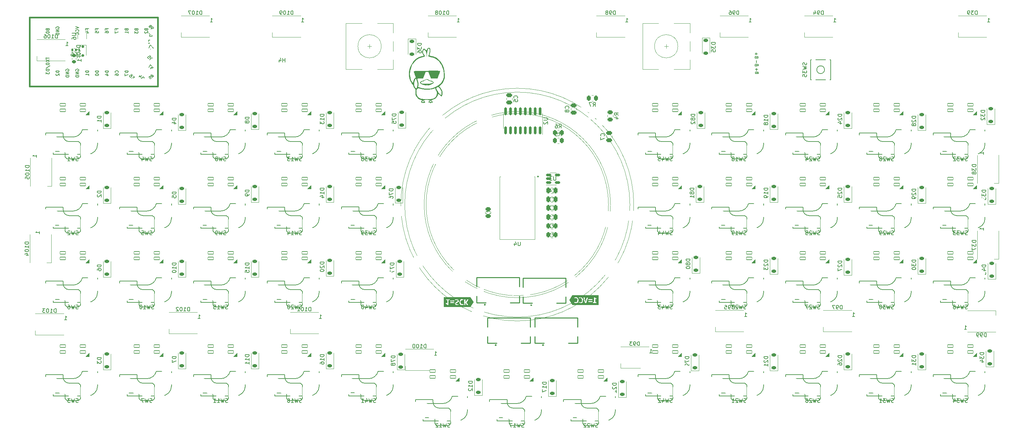
<source format=gbr>
%TF.GenerationSoftware,KiCad,Pcbnew,7.0.2*%
%TF.CreationDate,2023-05-02T20:53:08+02:00*%
%TF.ProjectId,Block,426c6f63-6b2e-46b6-9963-61645f706362,rev?*%
%TF.SameCoordinates,Original*%
%TF.FileFunction,Legend,Bot*%
%TF.FilePolarity,Positive*%
%FSLAX46Y46*%
G04 Gerber Fmt 4.6, Leading zero omitted, Abs format (unit mm)*
G04 Created by KiCad (PCBNEW 7.0.2) date 2023-05-02 20:53:08*
%MOMM*%
%LPD*%
G01*
G04 APERTURE LIST*
G04 Aperture macros list*
%AMRoundRect*
0 Rectangle with rounded corners*
0 $1 Rounding radius*
0 $2 $3 $4 $5 $6 $7 $8 $9 X,Y pos of 4 corners*
0 Add a 4 corners polygon primitive as box body*
4,1,4,$2,$3,$4,$5,$6,$7,$8,$9,$2,$3,0*
0 Add four circle primitives for the rounded corners*
1,1,$1+$1,$2,$3*
1,1,$1+$1,$4,$5*
1,1,$1+$1,$6,$7*
1,1,$1+$1,$8,$9*
0 Add four rect primitives between the rounded corners*
20,1,$1+$1,$2,$3,$4,$5,0*
20,1,$1+$1,$4,$5,$6,$7,0*
20,1,$1+$1,$6,$7,$8,$9,0*
20,1,$1+$1,$8,$9,$2,$3,0*%
%AMRotRect*
0 Rectangle, with rotation*
0 The origin of the aperture is its center*
0 $1 length*
0 $2 width*
0 $3 Rotation angle, in degrees counterclockwise*
0 Add horizontal line*
21,1,$1,$2,0,0,$3*%
G04 Aperture macros list end*
%ADD10C,0.150000*%
%ADD11C,0.120000*%
%ADD12C,0.100000*%
%ADD13C,0.381000*%
%ADD14C,0.254000*%
%ADD15C,0.239605*%
%ADD16C,1.752600*%
%ADD17RoundRect,0.375000X0.756430X-0.361854X0.743341X0.388032X-0.756430X0.361854X-0.743341X-0.388032X0*%
%ADD18RoundRect,0.225000X0.375000X-0.225000X0.375000X0.225000X-0.375000X0.225000X-0.375000X-0.225000X0*%
%ADD19RoundRect,0.225000X-0.375000X0.225000X-0.375000X-0.225000X0.375000X-0.225000X0.375000X0.225000X0*%
%ADD20O,2.701800X1.701800*%
%ADD21C,3.000000*%
%ADD22C,3.987800*%
%ADD23R,2.550000X2.500000*%
%ADD24R,2.600000X2.600000*%
%ADD25C,4.500000*%
%ADD26RoundRect,0.082000X-0.718000X0.328000X-0.718000X-0.328000X0.718000X-0.328000X0.718000X0.328000X0*%
%ADD27C,2.000000*%
%ADD28R,3.200000X2.000000*%
%ADD29C,2.400000*%
%ADD30C,4.200000*%
%ADD31C,3.200000*%
%ADD32C,2.100000*%
%ADD33RotRect,4.400000X4.400000X140.000000*%
%ADD34C,1.700000*%
%ADD35O,1.700000X1.700000*%
%ADD36O,2.200000X3.500000*%
%ADD37R,1.500000X2.500000*%
%ADD38O,1.500000X2.500000*%
%ADD39R,1.500000X0.900000*%
%ADD40R,0.900000X1.500000*%
%ADD41R,0.400000X0.650000*%
%ADD42RoundRect,0.150000X-0.150000X0.175000X-0.150000X-0.175000X0.150000X-0.175000X0.150000X0.175000X0*%
%ADD43RoundRect,0.250000X0.250000X0.475000X-0.250000X0.475000X-0.250000X-0.475000X0.250000X-0.475000X0*%
%ADD44R,0.280000X1.250000*%
%ADD45R,1.800000X2.000000*%
%ADD46RoundRect,0.150000X0.150000X-0.825000X0.150000X0.825000X-0.150000X0.825000X-0.150000X-0.825000X0*%
%ADD47RoundRect,0.250000X-0.475000X0.250000X-0.475000X-0.250000X0.475000X-0.250000X0.475000X0.250000X0*%
%ADD48RoundRect,0.140000X-0.140000X-0.170000X0.140000X-0.170000X0.140000X0.170000X-0.140000X0.170000X0*%
%ADD49RoundRect,0.250000X-0.262500X-0.450000X0.262500X-0.450000X0.262500X0.450000X-0.262500X0.450000X0*%
%ADD50RoundRect,0.250000X0.450000X-0.262500X0.450000X0.262500X-0.450000X0.262500X-0.450000X-0.262500X0*%
%ADD51RoundRect,0.218750X0.256250X-0.218750X0.256250X0.218750X-0.256250X0.218750X-0.256250X-0.218750X0*%
%ADD52RoundRect,0.250000X-0.250000X-0.475000X0.250000X-0.475000X0.250000X0.475000X-0.250000X0.475000X0*%
%ADD53RoundRect,0.250000X0.262500X0.450000X-0.262500X0.450000X-0.262500X-0.450000X0.262500X-0.450000X0*%
%ADD54R,1.400000X1.400000*%
%ADD55C,1.400000*%
%ADD56RoundRect,0.150000X-0.512500X-0.150000X0.512500X-0.150000X0.512500X0.150000X-0.512500X0.150000X0*%
%ADD57RoundRect,0.250000X0.475000X-0.250000X0.475000X0.250000X-0.475000X0.250000X-0.475000X-0.250000X0*%
%ADD58R,1.100000X1.800000*%
G04 APERTURE END LIST*
D10*
%TO.C,D82*%
X268448619Y-87713714D02*
X267448619Y-87713714D01*
X267448619Y-87713714D02*
X267448619Y-87951809D01*
X267448619Y-87951809D02*
X267496238Y-88094666D01*
X267496238Y-88094666D02*
X267591476Y-88189904D01*
X267591476Y-88189904D02*
X267686714Y-88237523D01*
X267686714Y-88237523D02*
X267877190Y-88285142D01*
X267877190Y-88285142D02*
X268020047Y-88285142D01*
X268020047Y-88285142D02*
X268210523Y-88237523D01*
X268210523Y-88237523D02*
X268305761Y-88189904D01*
X268305761Y-88189904D02*
X268401000Y-88094666D01*
X268401000Y-88094666D02*
X268448619Y-87951809D01*
X268448619Y-87951809D02*
X268448619Y-87713714D01*
X267877190Y-88856571D02*
X267829571Y-88761333D01*
X267829571Y-88761333D02*
X267781952Y-88713714D01*
X267781952Y-88713714D02*
X267686714Y-88666095D01*
X267686714Y-88666095D02*
X267639095Y-88666095D01*
X267639095Y-88666095D02*
X267543857Y-88713714D01*
X267543857Y-88713714D02*
X267496238Y-88761333D01*
X267496238Y-88761333D02*
X267448619Y-88856571D01*
X267448619Y-88856571D02*
X267448619Y-89047047D01*
X267448619Y-89047047D02*
X267496238Y-89142285D01*
X267496238Y-89142285D02*
X267543857Y-89189904D01*
X267543857Y-89189904D02*
X267639095Y-89237523D01*
X267639095Y-89237523D02*
X267686714Y-89237523D01*
X267686714Y-89237523D02*
X267781952Y-89189904D01*
X267781952Y-89189904D02*
X267829571Y-89142285D01*
X267829571Y-89142285D02*
X267877190Y-89047047D01*
X267877190Y-89047047D02*
X267877190Y-88856571D01*
X267877190Y-88856571D02*
X267924809Y-88761333D01*
X267924809Y-88761333D02*
X267972428Y-88713714D01*
X267972428Y-88713714D02*
X268067666Y-88666095D01*
X268067666Y-88666095D02*
X268258142Y-88666095D01*
X268258142Y-88666095D02*
X268353380Y-88713714D01*
X268353380Y-88713714D02*
X268401000Y-88761333D01*
X268401000Y-88761333D02*
X268448619Y-88856571D01*
X268448619Y-88856571D02*
X268448619Y-89047047D01*
X268448619Y-89047047D02*
X268401000Y-89142285D01*
X268401000Y-89142285D02*
X268353380Y-89189904D01*
X268353380Y-89189904D02*
X268258142Y-89237523D01*
X268258142Y-89237523D02*
X268067666Y-89237523D01*
X268067666Y-89237523D02*
X267972428Y-89189904D01*
X267972428Y-89189904D02*
X267924809Y-89142285D01*
X267924809Y-89142285D02*
X267877190Y-89047047D01*
X267543857Y-89618476D02*
X267496238Y-89666095D01*
X267496238Y-89666095D02*
X267448619Y-89761333D01*
X267448619Y-89761333D02*
X267448619Y-89999428D01*
X267448619Y-89999428D02*
X267496238Y-90094666D01*
X267496238Y-90094666D02*
X267543857Y-90142285D01*
X267543857Y-90142285D02*
X267639095Y-90189904D01*
X267639095Y-90189904D02*
X267734333Y-90189904D01*
X267734333Y-90189904D02*
X267877190Y-90142285D01*
X267877190Y-90142285D02*
X268448619Y-89570857D01*
X268448619Y-89570857D02*
X268448619Y-90189904D01*
%TO.C,D81*%
X268194619Y-106763714D02*
X267194619Y-106763714D01*
X267194619Y-106763714D02*
X267194619Y-107001809D01*
X267194619Y-107001809D02*
X267242238Y-107144666D01*
X267242238Y-107144666D02*
X267337476Y-107239904D01*
X267337476Y-107239904D02*
X267432714Y-107287523D01*
X267432714Y-107287523D02*
X267623190Y-107335142D01*
X267623190Y-107335142D02*
X267766047Y-107335142D01*
X267766047Y-107335142D02*
X267956523Y-107287523D01*
X267956523Y-107287523D02*
X268051761Y-107239904D01*
X268051761Y-107239904D02*
X268147000Y-107144666D01*
X268147000Y-107144666D02*
X268194619Y-107001809D01*
X268194619Y-107001809D02*
X268194619Y-106763714D01*
X267623190Y-107906571D02*
X267575571Y-107811333D01*
X267575571Y-107811333D02*
X267527952Y-107763714D01*
X267527952Y-107763714D02*
X267432714Y-107716095D01*
X267432714Y-107716095D02*
X267385095Y-107716095D01*
X267385095Y-107716095D02*
X267289857Y-107763714D01*
X267289857Y-107763714D02*
X267242238Y-107811333D01*
X267242238Y-107811333D02*
X267194619Y-107906571D01*
X267194619Y-107906571D02*
X267194619Y-108097047D01*
X267194619Y-108097047D02*
X267242238Y-108192285D01*
X267242238Y-108192285D02*
X267289857Y-108239904D01*
X267289857Y-108239904D02*
X267385095Y-108287523D01*
X267385095Y-108287523D02*
X267432714Y-108287523D01*
X267432714Y-108287523D02*
X267527952Y-108239904D01*
X267527952Y-108239904D02*
X267575571Y-108192285D01*
X267575571Y-108192285D02*
X267623190Y-108097047D01*
X267623190Y-108097047D02*
X267623190Y-107906571D01*
X267623190Y-107906571D02*
X267670809Y-107811333D01*
X267670809Y-107811333D02*
X267718428Y-107763714D01*
X267718428Y-107763714D02*
X267813666Y-107716095D01*
X267813666Y-107716095D02*
X268004142Y-107716095D01*
X268004142Y-107716095D02*
X268099380Y-107763714D01*
X268099380Y-107763714D02*
X268147000Y-107811333D01*
X268147000Y-107811333D02*
X268194619Y-107906571D01*
X268194619Y-107906571D02*
X268194619Y-108097047D01*
X268194619Y-108097047D02*
X268147000Y-108192285D01*
X268147000Y-108192285D02*
X268099380Y-108239904D01*
X268099380Y-108239904D02*
X268004142Y-108287523D01*
X268004142Y-108287523D02*
X267813666Y-108287523D01*
X267813666Y-108287523D02*
X267718428Y-108239904D01*
X267718428Y-108239904D02*
X267670809Y-108192285D01*
X267670809Y-108192285D02*
X267623190Y-108097047D01*
X268194619Y-109239904D02*
X268194619Y-108668476D01*
X268194619Y-108954190D02*
X267194619Y-108954190D01*
X267194619Y-108954190D02*
X267337476Y-108858952D01*
X267337476Y-108858952D02*
X267432714Y-108763714D01*
X267432714Y-108763714D02*
X267480333Y-108668476D01*
%TO.C,D80*%
X267178619Y-125051714D02*
X266178619Y-125051714D01*
X266178619Y-125051714D02*
X266178619Y-125289809D01*
X266178619Y-125289809D02*
X266226238Y-125432666D01*
X266226238Y-125432666D02*
X266321476Y-125527904D01*
X266321476Y-125527904D02*
X266416714Y-125575523D01*
X266416714Y-125575523D02*
X266607190Y-125623142D01*
X266607190Y-125623142D02*
X266750047Y-125623142D01*
X266750047Y-125623142D02*
X266940523Y-125575523D01*
X266940523Y-125575523D02*
X267035761Y-125527904D01*
X267035761Y-125527904D02*
X267131000Y-125432666D01*
X267131000Y-125432666D02*
X267178619Y-125289809D01*
X267178619Y-125289809D02*
X267178619Y-125051714D01*
X266607190Y-126194571D02*
X266559571Y-126099333D01*
X266559571Y-126099333D02*
X266511952Y-126051714D01*
X266511952Y-126051714D02*
X266416714Y-126004095D01*
X266416714Y-126004095D02*
X266369095Y-126004095D01*
X266369095Y-126004095D02*
X266273857Y-126051714D01*
X266273857Y-126051714D02*
X266226238Y-126099333D01*
X266226238Y-126099333D02*
X266178619Y-126194571D01*
X266178619Y-126194571D02*
X266178619Y-126385047D01*
X266178619Y-126385047D02*
X266226238Y-126480285D01*
X266226238Y-126480285D02*
X266273857Y-126527904D01*
X266273857Y-126527904D02*
X266369095Y-126575523D01*
X266369095Y-126575523D02*
X266416714Y-126575523D01*
X266416714Y-126575523D02*
X266511952Y-126527904D01*
X266511952Y-126527904D02*
X266559571Y-126480285D01*
X266559571Y-126480285D02*
X266607190Y-126385047D01*
X266607190Y-126385047D02*
X266607190Y-126194571D01*
X266607190Y-126194571D02*
X266654809Y-126099333D01*
X266654809Y-126099333D02*
X266702428Y-126051714D01*
X266702428Y-126051714D02*
X266797666Y-126004095D01*
X266797666Y-126004095D02*
X266988142Y-126004095D01*
X266988142Y-126004095D02*
X267083380Y-126051714D01*
X267083380Y-126051714D02*
X267131000Y-126099333D01*
X267131000Y-126099333D02*
X267178619Y-126194571D01*
X267178619Y-126194571D02*
X267178619Y-126385047D01*
X267178619Y-126385047D02*
X267131000Y-126480285D01*
X267131000Y-126480285D02*
X267083380Y-126527904D01*
X267083380Y-126527904D02*
X266988142Y-126575523D01*
X266988142Y-126575523D02*
X266797666Y-126575523D01*
X266797666Y-126575523D02*
X266702428Y-126527904D01*
X266702428Y-126527904D02*
X266654809Y-126480285D01*
X266654809Y-126480285D02*
X266607190Y-126385047D01*
X266178619Y-127194571D02*
X266178619Y-127289809D01*
X266178619Y-127289809D02*
X266226238Y-127385047D01*
X266226238Y-127385047D02*
X266273857Y-127432666D01*
X266273857Y-127432666D02*
X266369095Y-127480285D01*
X266369095Y-127480285D02*
X266559571Y-127527904D01*
X266559571Y-127527904D02*
X266797666Y-127527904D01*
X266797666Y-127527904D02*
X266988142Y-127480285D01*
X266988142Y-127480285D02*
X267083380Y-127432666D01*
X267083380Y-127432666D02*
X267131000Y-127385047D01*
X267131000Y-127385047D02*
X267178619Y-127289809D01*
X267178619Y-127289809D02*
X267178619Y-127194571D01*
X267178619Y-127194571D02*
X267131000Y-127099333D01*
X267131000Y-127099333D02*
X267083380Y-127051714D01*
X267083380Y-127051714D02*
X266988142Y-127004095D01*
X266988142Y-127004095D02*
X266797666Y-126956476D01*
X266797666Y-126956476D02*
X266559571Y-126956476D01*
X266559571Y-126956476D02*
X266369095Y-127004095D01*
X266369095Y-127004095D02*
X266273857Y-127051714D01*
X266273857Y-127051714D02*
X266226238Y-127099333D01*
X266226238Y-127099333D02*
X266178619Y-127194571D01*
%TO.C,D79*%
X266924619Y-150197714D02*
X265924619Y-150197714D01*
X265924619Y-150197714D02*
X265924619Y-150435809D01*
X265924619Y-150435809D02*
X265972238Y-150578666D01*
X265972238Y-150578666D02*
X266067476Y-150673904D01*
X266067476Y-150673904D02*
X266162714Y-150721523D01*
X266162714Y-150721523D02*
X266353190Y-150769142D01*
X266353190Y-150769142D02*
X266496047Y-150769142D01*
X266496047Y-150769142D02*
X266686523Y-150721523D01*
X266686523Y-150721523D02*
X266781761Y-150673904D01*
X266781761Y-150673904D02*
X266877000Y-150578666D01*
X266877000Y-150578666D02*
X266924619Y-150435809D01*
X266924619Y-150435809D02*
X266924619Y-150197714D01*
X265924619Y-151102476D02*
X265924619Y-151769142D01*
X265924619Y-151769142D02*
X266924619Y-151340571D01*
X266924619Y-152197714D02*
X266924619Y-152388190D01*
X266924619Y-152388190D02*
X266877000Y-152483428D01*
X266877000Y-152483428D02*
X266829380Y-152531047D01*
X266829380Y-152531047D02*
X266686523Y-152626285D01*
X266686523Y-152626285D02*
X266496047Y-152673904D01*
X266496047Y-152673904D02*
X266115095Y-152673904D01*
X266115095Y-152673904D02*
X266019857Y-152626285D01*
X266019857Y-152626285D02*
X265972238Y-152578666D01*
X265972238Y-152578666D02*
X265924619Y-152483428D01*
X265924619Y-152483428D02*
X265924619Y-152292952D01*
X265924619Y-152292952D02*
X265972238Y-152197714D01*
X265972238Y-152197714D02*
X266019857Y-152150095D01*
X266019857Y-152150095D02*
X266115095Y-152102476D01*
X266115095Y-152102476D02*
X266353190Y-152102476D01*
X266353190Y-152102476D02*
X266448428Y-152150095D01*
X266448428Y-152150095D02*
X266496047Y-152197714D01*
X266496047Y-152197714D02*
X266543666Y-152292952D01*
X266543666Y-152292952D02*
X266543666Y-152483428D01*
X266543666Y-152483428D02*
X266496047Y-152578666D01*
X266496047Y-152578666D02*
X266448428Y-152626285D01*
X266448428Y-152626285D02*
X266353190Y-152673904D01*
%TO.C,D78*%
X191193031Y-150014367D02*
X190193031Y-150014367D01*
X190193031Y-150014367D02*
X190193031Y-150252462D01*
X190193031Y-150252462D02*
X190240650Y-150395319D01*
X190240650Y-150395319D02*
X190335888Y-150490557D01*
X190335888Y-150490557D02*
X190431126Y-150538176D01*
X190431126Y-150538176D02*
X190621602Y-150585795D01*
X190621602Y-150585795D02*
X190764459Y-150585795D01*
X190764459Y-150585795D02*
X190954935Y-150538176D01*
X190954935Y-150538176D02*
X191050173Y-150490557D01*
X191050173Y-150490557D02*
X191145412Y-150395319D01*
X191145412Y-150395319D02*
X191193031Y-150252462D01*
X191193031Y-150252462D02*
X191193031Y-150014367D01*
X190193031Y-150919129D02*
X190193031Y-151585795D01*
X190193031Y-151585795D02*
X191193031Y-151157224D01*
X190621602Y-152109605D02*
X190573983Y-152014367D01*
X190573983Y-152014367D02*
X190526364Y-151966748D01*
X190526364Y-151966748D02*
X190431126Y-151919129D01*
X190431126Y-151919129D02*
X190383507Y-151919129D01*
X190383507Y-151919129D02*
X190288269Y-151966748D01*
X190288269Y-151966748D02*
X190240650Y-152014367D01*
X190240650Y-152014367D02*
X190193031Y-152109605D01*
X190193031Y-152109605D02*
X190193031Y-152300081D01*
X190193031Y-152300081D02*
X190240650Y-152395319D01*
X190240650Y-152395319D02*
X190288269Y-152442938D01*
X190288269Y-152442938D02*
X190383507Y-152490557D01*
X190383507Y-152490557D02*
X190431126Y-152490557D01*
X190431126Y-152490557D02*
X190526364Y-152442938D01*
X190526364Y-152442938D02*
X190573983Y-152395319D01*
X190573983Y-152395319D02*
X190621602Y-152300081D01*
X190621602Y-152300081D02*
X190621602Y-152109605D01*
X190621602Y-152109605D02*
X190669221Y-152014367D01*
X190669221Y-152014367D02*
X190716840Y-151966748D01*
X190716840Y-151966748D02*
X190812078Y-151919129D01*
X190812078Y-151919129D02*
X191002554Y-151919129D01*
X191002554Y-151919129D02*
X191097792Y-151966748D01*
X191097792Y-151966748D02*
X191145412Y-152014367D01*
X191145412Y-152014367D02*
X191193031Y-152109605D01*
X191193031Y-152109605D02*
X191193031Y-152300081D01*
X191193031Y-152300081D02*
X191145412Y-152395319D01*
X191145412Y-152395319D02*
X191097792Y-152442938D01*
X191097792Y-152442938D02*
X191002554Y-152490557D01*
X191002554Y-152490557D02*
X190812078Y-152490557D01*
X190812078Y-152490557D02*
X190716840Y-152442938D01*
X190716840Y-152442938D02*
X190669221Y-152395319D01*
X190669221Y-152395319D02*
X190621602Y-152300081D01*
%TO.C,D77*%
X190936619Y-126067714D02*
X189936619Y-126067714D01*
X189936619Y-126067714D02*
X189936619Y-126305809D01*
X189936619Y-126305809D02*
X189984238Y-126448666D01*
X189984238Y-126448666D02*
X190079476Y-126543904D01*
X190079476Y-126543904D02*
X190174714Y-126591523D01*
X190174714Y-126591523D02*
X190365190Y-126639142D01*
X190365190Y-126639142D02*
X190508047Y-126639142D01*
X190508047Y-126639142D02*
X190698523Y-126591523D01*
X190698523Y-126591523D02*
X190793761Y-126543904D01*
X190793761Y-126543904D02*
X190889000Y-126448666D01*
X190889000Y-126448666D02*
X190936619Y-126305809D01*
X190936619Y-126305809D02*
X190936619Y-126067714D01*
X189936619Y-126972476D02*
X189936619Y-127639142D01*
X189936619Y-127639142D02*
X190936619Y-127210571D01*
X189936619Y-127924857D02*
X189936619Y-128591523D01*
X189936619Y-128591523D02*
X190936619Y-128162952D01*
%TO.C,D76*%
X190685031Y-106966406D02*
X189685031Y-106966406D01*
X189685031Y-106966406D02*
X189685031Y-107204501D01*
X189685031Y-107204501D02*
X189732650Y-107347358D01*
X189732650Y-107347358D02*
X189827888Y-107442596D01*
X189827888Y-107442596D02*
X189923126Y-107490215D01*
X189923126Y-107490215D02*
X190113602Y-107537834D01*
X190113602Y-107537834D02*
X190256459Y-107537834D01*
X190256459Y-107537834D02*
X190446935Y-107490215D01*
X190446935Y-107490215D02*
X190542173Y-107442596D01*
X190542173Y-107442596D02*
X190637412Y-107347358D01*
X190637412Y-107347358D02*
X190685031Y-107204501D01*
X190685031Y-107204501D02*
X190685031Y-106966406D01*
X189685031Y-107871168D02*
X189685031Y-108537834D01*
X189685031Y-108537834D02*
X190685031Y-108109263D01*
X189685031Y-109347358D02*
X189685031Y-109156882D01*
X189685031Y-109156882D02*
X189732650Y-109061644D01*
X189732650Y-109061644D02*
X189780269Y-109014025D01*
X189780269Y-109014025D02*
X189923126Y-108918787D01*
X189923126Y-108918787D02*
X190113602Y-108871168D01*
X190113602Y-108871168D02*
X190494554Y-108871168D01*
X190494554Y-108871168D02*
X190589792Y-108918787D01*
X190589792Y-108918787D02*
X190637412Y-108966406D01*
X190637412Y-108966406D02*
X190685031Y-109061644D01*
X190685031Y-109061644D02*
X190685031Y-109252120D01*
X190685031Y-109252120D02*
X190637412Y-109347358D01*
X190637412Y-109347358D02*
X190589792Y-109394977D01*
X190589792Y-109394977D02*
X190494554Y-109442596D01*
X190494554Y-109442596D02*
X190256459Y-109442596D01*
X190256459Y-109442596D02*
X190161221Y-109394977D01*
X190161221Y-109394977D02*
X190113602Y-109347358D01*
X190113602Y-109347358D02*
X190065983Y-109252120D01*
X190065983Y-109252120D02*
X190065983Y-109061644D01*
X190065983Y-109061644D02*
X190113602Y-108966406D01*
X190113602Y-108966406D02*
X190161221Y-108918787D01*
X190161221Y-108918787D02*
X190256459Y-108871168D01*
%TO.C,D75*%
X191447031Y-87636445D02*
X190447031Y-87636445D01*
X190447031Y-87636445D02*
X190447031Y-87874540D01*
X190447031Y-87874540D02*
X190494650Y-88017397D01*
X190494650Y-88017397D02*
X190589888Y-88112635D01*
X190589888Y-88112635D02*
X190685126Y-88160254D01*
X190685126Y-88160254D02*
X190875602Y-88207873D01*
X190875602Y-88207873D02*
X191018459Y-88207873D01*
X191018459Y-88207873D02*
X191208935Y-88160254D01*
X191208935Y-88160254D02*
X191304173Y-88112635D01*
X191304173Y-88112635D02*
X191399412Y-88017397D01*
X191399412Y-88017397D02*
X191447031Y-87874540D01*
X191447031Y-87874540D02*
X191447031Y-87636445D01*
X190447031Y-88541207D02*
X190447031Y-89207873D01*
X190447031Y-89207873D02*
X191447031Y-88779302D01*
X190447031Y-90065016D02*
X190447031Y-89588826D01*
X190447031Y-89588826D02*
X190923221Y-89541207D01*
X190923221Y-89541207D02*
X190875602Y-89588826D01*
X190875602Y-89588826D02*
X190827983Y-89684064D01*
X190827983Y-89684064D02*
X190827983Y-89922159D01*
X190827983Y-89922159D02*
X190875602Y-90017397D01*
X190875602Y-90017397D02*
X190923221Y-90065016D01*
X190923221Y-90065016D02*
X191018459Y-90112635D01*
X191018459Y-90112635D02*
X191256554Y-90112635D01*
X191256554Y-90112635D02*
X191351792Y-90065016D01*
X191351792Y-90065016D02*
X191399412Y-90017397D01*
X191399412Y-90017397D02*
X191447031Y-89922159D01*
X191447031Y-89922159D02*
X191447031Y-89684064D01*
X191447031Y-89684064D02*
X191399412Y-89588826D01*
X191399412Y-89588826D02*
X191351792Y-89541207D01*
%TO.C,D43*%
X343378619Y-126575714D02*
X342378619Y-126575714D01*
X342378619Y-126575714D02*
X342378619Y-126813809D01*
X342378619Y-126813809D02*
X342426238Y-126956666D01*
X342426238Y-126956666D02*
X342521476Y-127051904D01*
X342521476Y-127051904D02*
X342616714Y-127099523D01*
X342616714Y-127099523D02*
X342807190Y-127147142D01*
X342807190Y-127147142D02*
X342950047Y-127147142D01*
X342950047Y-127147142D02*
X343140523Y-127099523D01*
X343140523Y-127099523D02*
X343235761Y-127051904D01*
X343235761Y-127051904D02*
X343331000Y-126956666D01*
X343331000Y-126956666D02*
X343378619Y-126813809D01*
X343378619Y-126813809D02*
X343378619Y-126575714D01*
X342711952Y-128004285D02*
X343378619Y-128004285D01*
X342331000Y-127766190D02*
X343045285Y-127528095D01*
X343045285Y-127528095D02*
X343045285Y-128147142D01*
X342378619Y-128432857D02*
X342378619Y-129051904D01*
X342378619Y-129051904D02*
X342759571Y-128718571D01*
X342759571Y-128718571D02*
X342759571Y-128861428D01*
X342759571Y-128861428D02*
X342807190Y-128956666D01*
X342807190Y-128956666D02*
X342854809Y-129004285D01*
X342854809Y-129004285D02*
X342950047Y-129051904D01*
X342950047Y-129051904D02*
X343188142Y-129051904D01*
X343188142Y-129051904D02*
X343283380Y-129004285D01*
X343283380Y-129004285D02*
X343331000Y-128956666D01*
X343331000Y-128956666D02*
X343378619Y-128861428D01*
X343378619Y-128861428D02*
X343378619Y-128575714D01*
X343378619Y-128575714D02*
X343331000Y-128480476D01*
X343331000Y-128480476D02*
X343283380Y-128432857D01*
%TO.C,D36*%
X197984619Y-69425714D02*
X196984619Y-69425714D01*
X196984619Y-69425714D02*
X196984619Y-69663809D01*
X196984619Y-69663809D02*
X197032238Y-69806666D01*
X197032238Y-69806666D02*
X197127476Y-69901904D01*
X197127476Y-69901904D02*
X197222714Y-69949523D01*
X197222714Y-69949523D02*
X197413190Y-69997142D01*
X197413190Y-69997142D02*
X197556047Y-69997142D01*
X197556047Y-69997142D02*
X197746523Y-69949523D01*
X197746523Y-69949523D02*
X197841761Y-69901904D01*
X197841761Y-69901904D02*
X197937000Y-69806666D01*
X197937000Y-69806666D02*
X197984619Y-69663809D01*
X197984619Y-69663809D02*
X197984619Y-69425714D01*
X196984619Y-70330476D02*
X196984619Y-70949523D01*
X196984619Y-70949523D02*
X197365571Y-70616190D01*
X197365571Y-70616190D02*
X197365571Y-70759047D01*
X197365571Y-70759047D02*
X197413190Y-70854285D01*
X197413190Y-70854285D02*
X197460809Y-70901904D01*
X197460809Y-70901904D02*
X197556047Y-70949523D01*
X197556047Y-70949523D02*
X197794142Y-70949523D01*
X197794142Y-70949523D02*
X197889380Y-70901904D01*
X197889380Y-70901904D02*
X197937000Y-70854285D01*
X197937000Y-70854285D02*
X197984619Y-70759047D01*
X197984619Y-70759047D02*
X197984619Y-70473333D01*
X197984619Y-70473333D02*
X197937000Y-70378095D01*
X197937000Y-70378095D02*
X197889380Y-70330476D01*
X196984619Y-71806666D02*
X196984619Y-71616190D01*
X196984619Y-71616190D02*
X197032238Y-71520952D01*
X197032238Y-71520952D02*
X197079857Y-71473333D01*
X197079857Y-71473333D02*
X197222714Y-71378095D01*
X197222714Y-71378095D02*
X197413190Y-71330476D01*
X197413190Y-71330476D02*
X197794142Y-71330476D01*
X197794142Y-71330476D02*
X197889380Y-71378095D01*
X197889380Y-71378095D02*
X197937000Y-71425714D01*
X197937000Y-71425714D02*
X197984619Y-71520952D01*
X197984619Y-71520952D02*
X197984619Y-71711428D01*
X197984619Y-71711428D02*
X197937000Y-71806666D01*
X197937000Y-71806666D02*
X197889380Y-71854285D01*
X197889380Y-71854285D02*
X197794142Y-71901904D01*
X197794142Y-71901904D02*
X197556047Y-71901904D01*
X197556047Y-71901904D02*
X197460809Y-71854285D01*
X197460809Y-71854285D02*
X197413190Y-71806666D01*
X197413190Y-71806666D02*
X197365571Y-71711428D01*
X197365571Y-71711428D02*
X197365571Y-71520952D01*
X197365571Y-71520952D02*
X197413190Y-71425714D01*
X197413190Y-71425714D02*
X197460809Y-71378095D01*
X197460809Y-71378095D02*
X197556047Y-71330476D01*
%TO.C,D35*%
X273718619Y-69171714D02*
X272718619Y-69171714D01*
X272718619Y-69171714D02*
X272718619Y-69409809D01*
X272718619Y-69409809D02*
X272766238Y-69552666D01*
X272766238Y-69552666D02*
X272861476Y-69647904D01*
X272861476Y-69647904D02*
X272956714Y-69695523D01*
X272956714Y-69695523D02*
X273147190Y-69743142D01*
X273147190Y-69743142D02*
X273290047Y-69743142D01*
X273290047Y-69743142D02*
X273480523Y-69695523D01*
X273480523Y-69695523D02*
X273575761Y-69647904D01*
X273575761Y-69647904D02*
X273671000Y-69552666D01*
X273671000Y-69552666D02*
X273718619Y-69409809D01*
X273718619Y-69409809D02*
X273718619Y-69171714D01*
X272718619Y-70076476D02*
X272718619Y-70695523D01*
X272718619Y-70695523D02*
X273099571Y-70362190D01*
X273099571Y-70362190D02*
X273099571Y-70505047D01*
X273099571Y-70505047D02*
X273147190Y-70600285D01*
X273147190Y-70600285D02*
X273194809Y-70647904D01*
X273194809Y-70647904D02*
X273290047Y-70695523D01*
X273290047Y-70695523D02*
X273528142Y-70695523D01*
X273528142Y-70695523D02*
X273623380Y-70647904D01*
X273623380Y-70647904D02*
X273671000Y-70600285D01*
X273671000Y-70600285D02*
X273718619Y-70505047D01*
X273718619Y-70505047D02*
X273718619Y-70219333D01*
X273718619Y-70219333D02*
X273671000Y-70124095D01*
X273671000Y-70124095D02*
X273623380Y-70076476D01*
X272718619Y-71600285D02*
X272718619Y-71124095D01*
X272718619Y-71124095D02*
X273194809Y-71076476D01*
X273194809Y-71076476D02*
X273147190Y-71124095D01*
X273147190Y-71124095D02*
X273099571Y-71219333D01*
X273099571Y-71219333D02*
X273099571Y-71457428D01*
X273099571Y-71457428D02*
X273147190Y-71552666D01*
X273147190Y-71552666D02*
X273194809Y-71600285D01*
X273194809Y-71600285D02*
X273290047Y-71647904D01*
X273290047Y-71647904D02*
X273528142Y-71647904D01*
X273528142Y-71647904D02*
X273623380Y-71600285D01*
X273623380Y-71600285D02*
X273671000Y-71552666D01*
X273671000Y-71552666D02*
X273718619Y-71457428D01*
X273718619Y-71457428D02*
X273718619Y-71219333D01*
X273718619Y-71219333D02*
X273671000Y-71124095D01*
X273671000Y-71124095D02*
X273623380Y-71076476D01*
%TO.C,D34*%
X342870619Y-149181714D02*
X341870619Y-149181714D01*
X341870619Y-149181714D02*
X341870619Y-149419809D01*
X341870619Y-149419809D02*
X341918238Y-149562666D01*
X341918238Y-149562666D02*
X342013476Y-149657904D01*
X342013476Y-149657904D02*
X342108714Y-149705523D01*
X342108714Y-149705523D02*
X342299190Y-149753142D01*
X342299190Y-149753142D02*
X342442047Y-149753142D01*
X342442047Y-149753142D02*
X342632523Y-149705523D01*
X342632523Y-149705523D02*
X342727761Y-149657904D01*
X342727761Y-149657904D02*
X342823000Y-149562666D01*
X342823000Y-149562666D02*
X342870619Y-149419809D01*
X342870619Y-149419809D02*
X342870619Y-149181714D01*
X341870619Y-150086476D02*
X341870619Y-150705523D01*
X341870619Y-150705523D02*
X342251571Y-150372190D01*
X342251571Y-150372190D02*
X342251571Y-150515047D01*
X342251571Y-150515047D02*
X342299190Y-150610285D01*
X342299190Y-150610285D02*
X342346809Y-150657904D01*
X342346809Y-150657904D02*
X342442047Y-150705523D01*
X342442047Y-150705523D02*
X342680142Y-150705523D01*
X342680142Y-150705523D02*
X342775380Y-150657904D01*
X342775380Y-150657904D02*
X342823000Y-150610285D01*
X342823000Y-150610285D02*
X342870619Y-150515047D01*
X342870619Y-150515047D02*
X342870619Y-150229333D01*
X342870619Y-150229333D02*
X342823000Y-150134095D01*
X342823000Y-150134095D02*
X342775380Y-150086476D01*
X342203952Y-151562666D02*
X342870619Y-151562666D01*
X341823000Y-151324571D02*
X342537285Y-151086476D01*
X342537285Y-151086476D02*
X342537285Y-151705523D01*
%TO.C,D33*%
X343378619Y-107271714D02*
X342378619Y-107271714D01*
X342378619Y-107271714D02*
X342378619Y-107509809D01*
X342378619Y-107509809D02*
X342426238Y-107652666D01*
X342426238Y-107652666D02*
X342521476Y-107747904D01*
X342521476Y-107747904D02*
X342616714Y-107795523D01*
X342616714Y-107795523D02*
X342807190Y-107843142D01*
X342807190Y-107843142D02*
X342950047Y-107843142D01*
X342950047Y-107843142D02*
X343140523Y-107795523D01*
X343140523Y-107795523D02*
X343235761Y-107747904D01*
X343235761Y-107747904D02*
X343331000Y-107652666D01*
X343331000Y-107652666D02*
X343378619Y-107509809D01*
X343378619Y-107509809D02*
X343378619Y-107271714D01*
X342378619Y-108176476D02*
X342378619Y-108795523D01*
X342378619Y-108795523D02*
X342759571Y-108462190D01*
X342759571Y-108462190D02*
X342759571Y-108605047D01*
X342759571Y-108605047D02*
X342807190Y-108700285D01*
X342807190Y-108700285D02*
X342854809Y-108747904D01*
X342854809Y-108747904D02*
X342950047Y-108795523D01*
X342950047Y-108795523D02*
X343188142Y-108795523D01*
X343188142Y-108795523D02*
X343283380Y-108747904D01*
X343283380Y-108747904D02*
X343331000Y-108700285D01*
X343331000Y-108700285D02*
X343378619Y-108605047D01*
X343378619Y-108605047D02*
X343378619Y-108319333D01*
X343378619Y-108319333D02*
X343331000Y-108224095D01*
X343331000Y-108224095D02*
X343283380Y-108176476D01*
X342378619Y-109128857D02*
X342378619Y-109747904D01*
X342378619Y-109747904D02*
X342759571Y-109414571D01*
X342759571Y-109414571D02*
X342759571Y-109557428D01*
X342759571Y-109557428D02*
X342807190Y-109652666D01*
X342807190Y-109652666D02*
X342854809Y-109700285D01*
X342854809Y-109700285D02*
X342950047Y-109747904D01*
X342950047Y-109747904D02*
X343188142Y-109747904D01*
X343188142Y-109747904D02*
X343283380Y-109700285D01*
X343283380Y-109700285D02*
X343331000Y-109652666D01*
X343331000Y-109652666D02*
X343378619Y-109557428D01*
X343378619Y-109557428D02*
X343378619Y-109271714D01*
X343378619Y-109271714D02*
X343331000Y-109176476D01*
X343331000Y-109176476D02*
X343283380Y-109128857D01*
%TO.C,D32*%
X343124619Y-86697714D02*
X342124619Y-86697714D01*
X342124619Y-86697714D02*
X342124619Y-86935809D01*
X342124619Y-86935809D02*
X342172238Y-87078666D01*
X342172238Y-87078666D02*
X342267476Y-87173904D01*
X342267476Y-87173904D02*
X342362714Y-87221523D01*
X342362714Y-87221523D02*
X342553190Y-87269142D01*
X342553190Y-87269142D02*
X342696047Y-87269142D01*
X342696047Y-87269142D02*
X342886523Y-87221523D01*
X342886523Y-87221523D02*
X342981761Y-87173904D01*
X342981761Y-87173904D02*
X343077000Y-87078666D01*
X343077000Y-87078666D02*
X343124619Y-86935809D01*
X343124619Y-86935809D02*
X343124619Y-86697714D01*
X342124619Y-87602476D02*
X342124619Y-88221523D01*
X342124619Y-88221523D02*
X342505571Y-87888190D01*
X342505571Y-87888190D02*
X342505571Y-88031047D01*
X342505571Y-88031047D02*
X342553190Y-88126285D01*
X342553190Y-88126285D02*
X342600809Y-88173904D01*
X342600809Y-88173904D02*
X342696047Y-88221523D01*
X342696047Y-88221523D02*
X342934142Y-88221523D01*
X342934142Y-88221523D02*
X343029380Y-88173904D01*
X343029380Y-88173904D02*
X343077000Y-88126285D01*
X343077000Y-88126285D02*
X343124619Y-88031047D01*
X343124619Y-88031047D02*
X343124619Y-87745333D01*
X343124619Y-87745333D02*
X343077000Y-87650095D01*
X343077000Y-87650095D02*
X343029380Y-87602476D01*
X342219857Y-88602476D02*
X342172238Y-88650095D01*
X342172238Y-88650095D02*
X342124619Y-88745333D01*
X342124619Y-88745333D02*
X342124619Y-88983428D01*
X342124619Y-88983428D02*
X342172238Y-89078666D01*
X342172238Y-89078666D02*
X342219857Y-89126285D01*
X342219857Y-89126285D02*
X342315095Y-89173904D01*
X342315095Y-89173904D02*
X342410333Y-89173904D01*
X342410333Y-89173904D02*
X342553190Y-89126285D01*
X342553190Y-89126285D02*
X343124619Y-88554857D01*
X343124619Y-88554857D02*
X343124619Y-89173904D01*
%TO.C,D31*%
X325344619Y-149943714D02*
X324344619Y-149943714D01*
X324344619Y-149943714D02*
X324344619Y-150181809D01*
X324344619Y-150181809D02*
X324392238Y-150324666D01*
X324392238Y-150324666D02*
X324487476Y-150419904D01*
X324487476Y-150419904D02*
X324582714Y-150467523D01*
X324582714Y-150467523D02*
X324773190Y-150515142D01*
X324773190Y-150515142D02*
X324916047Y-150515142D01*
X324916047Y-150515142D02*
X325106523Y-150467523D01*
X325106523Y-150467523D02*
X325201761Y-150419904D01*
X325201761Y-150419904D02*
X325297000Y-150324666D01*
X325297000Y-150324666D02*
X325344619Y-150181809D01*
X325344619Y-150181809D02*
X325344619Y-149943714D01*
X324344619Y-150848476D02*
X324344619Y-151467523D01*
X324344619Y-151467523D02*
X324725571Y-151134190D01*
X324725571Y-151134190D02*
X324725571Y-151277047D01*
X324725571Y-151277047D02*
X324773190Y-151372285D01*
X324773190Y-151372285D02*
X324820809Y-151419904D01*
X324820809Y-151419904D02*
X324916047Y-151467523D01*
X324916047Y-151467523D02*
X325154142Y-151467523D01*
X325154142Y-151467523D02*
X325249380Y-151419904D01*
X325249380Y-151419904D02*
X325297000Y-151372285D01*
X325297000Y-151372285D02*
X325344619Y-151277047D01*
X325344619Y-151277047D02*
X325344619Y-150991333D01*
X325344619Y-150991333D02*
X325297000Y-150896095D01*
X325297000Y-150896095D02*
X325249380Y-150848476D01*
X325344619Y-152419904D02*
X325344619Y-151848476D01*
X325344619Y-152134190D02*
X324344619Y-152134190D01*
X324344619Y-152134190D02*
X324487476Y-152038952D01*
X324487476Y-152038952D02*
X324582714Y-151943714D01*
X324582714Y-151943714D02*
X324630333Y-151848476D01*
%TO.C,D30*%
X325344619Y-125305714D02*
X324344619Y-125305714D01*
X324344619Y-125305714D02*
X324344619Y-125543809D01*
X324344619Y-125543809D02*
X324392238Y-125686666D01*
X324392238Y-125686666D02*
X324487476Y-125781904D01*
X324487476Y-125781904D02*
X324582714Y-125829523D01*
X324582714Y-125829523D02*
X324773190Y-125877142D01*
X324773190Y-125877142D02*
X324916047Y-125877142D01*
X324916047Y-125877142D02*
X325106523Y-125829523D01*
X325106523Y-125829523D02*
X325201761Y-125781904D01*
X325201761Y-125781904D02*
X325297000Y-125686666D01*
X325297000Y-125686666D02*
X325344619Y-125543809D01*
X325344619Y-125543809D02*
X325344619Y-125305714D01*
X324344619Y-126210476D02*
X324344619Y-126829523D01*
X324344619Y-126829523D02*
X324725571Y-126496190D01*
X324725571Y-126496190D02*
X324725571Y-126639047D01*
X324725571Y-126639047D02*
X324773190Y-126734285D01*
X324773190Y-126734285D02*
X324820809Y-126781904D01*
X324820809Y-126781904D02*
X324916047Y-126829523D01*
X324916047Y-126829523D02*
X325154142Y-126829523D01*
X325154142Y-126829523D02*
X325249380Y-126781904D01*
X325249380Y-126781904D02*
X325297000Y-126734285D01*
X325297000Y-126734285D02*
X325344619Y-126639047D01*
X325344619Y-126639047D02*
X325344619Y-126353333D01*
X325344619Y-126353333D02*
X325297000Y-126258095D01*
X325297000Y-126258095D02*
X325249380Y-126210476D01*
X324344619Y-127448571D02*
X324344619Y-127543809D01*
X324344619Y-127543809D02*
X324392238Y-127639047D01*
X324392238Y-127639047D02*
X324439857Y-127686666D01*
X324439857Y-127686666D02*
X324535095Y-127734285D01*
X324535095Y-127734285D02*
X324725571Y-127781904D01*
X324725571Y-127781904D02*
X324963666Y-127781904D01*
X324963666Y-127781904D02*
X325154142Y-127734285D01*
X325154142Y-127734285D02*
X325249380Y-127686666D01*
X325249380Y-127686666D02*
X325297000Y-127639047D01*
X325297000Y-127639047D02*
X325344619Y-127543809D01*
X325344619Y-127543809D02*
X325344619Y-127448571D01*
X325344619Y-127448571D02*
X325297000Y-127353333D01*
X325297000Y-127353333D02*
X325249380Y-127305714D01*
X325249380Y-127305714D02*
X325154142Y-127258095D01*
X325154142Y-127258095D02*
X324963666Y-127210476D01*
X324963666Y-127210476D02*
X324725571Y-127210476D01*
X324725571Y-127210476D02*
X324535095Y-127258095D01*
X324535095Y-127258095D02*
X324439857Y-127305714D01*
X324439857Y-127305714D02*
X324392238Y-127353333D01*
X324392238Y-127353333D02*
X324344619Y-127448571D01*
%TO.C,D29*%
X325344619Y-107017714D02*
X324344619Y-107017714D01*
X324344619Y-107017714D02*
X324344619Y-107255809D01*
X324344619Y-107255809D02*
X324392238Y-107398666D01*
X324392238Y-107398666D02*
X324487476Y-107493904D01*
X324487476Y-107493904D02*
X324582714Y-107541523D01*
X324582714Y-107541523D02*
X324773190Y-107589142D01*
X324773190Y-107589142D02*
X324916047Y-107589142D01*
X324916047Y-107589142D02*
X325106523Y-107541523D01*
X325106523Y-107541523D02*
X325201761Y-107493904D01*
X325201761Y-107493904D02*
X325297000Y-107398666D01*
X325297000Y-107398666D02*
X325344619Y-107255809D01*
X325344619Y-107255809D02*
X325344619Y-107017714D01*
X324439857Y-107970095D02*
X324392238Y-108017714D01*
X324392238Y-108017714D02*
X324344619Y-108112952D01*
X324344619Y-108112952D02*
X324344619Y-108351047D01*
X324344619Y-108351047D02*
X324392238Y-108446285D01*
X324392238Y-108446285D02*
X324439857Y-108493904D01*
X324439857Y-108493904D02*
X324535095Y-108541523D01*
X324535095Y-108541523D02*
X324630333Y-108541523D01*
X324630333Y-108541523D02*
X324773190Y-108493904D01*
X324773190Y-108493904D02*
X325344619Y-107922476D01*
X325344619Y-107922476D02*
X325344619Y-108541523D01*
X325344619Y-109017714D02*
X325344619Y-109208190D01*
X325344619Y-109208190D02*
X325297000Y-109303428D01*
X325297000Y-109303428D02*
X325249380Y-109351047D01*
X325249380Y-109351047D02*
X325106523Y-109446285D01*
X325106523Y-109446285D02*
X324916047Y-109493904D01*
X324916047Y-109493904D02*
X324535095Y-109493904D01*
X324535095Y-109493904D02*
X324439857Y-109446285D01*
X324439857Y-109446285D02*
X324392238Y-109398666D01*
X324392238Y-109398666D02*
X324344619Y-109303428D01*
X324344619Y-109303428D02*
X324344619Y-109112952D01*
X324344619Y-109112952D02*
X324392238Y-109017714D01*
X324392238Y-109017714D02*
X324439857Y-108970095D01*
X324439857Y-108970095D02*
X324535095Y-108922476D01*
X324535095Y-108922476D02*
X324773190Y-108922476D01*
X324773190Y-108922476D02*
X324868428Y-108970095D01*
X324868428Y-108970095D02*
X324916047Y-109017714D01*
X324916047Y-109017714D02*
X324963666Y-109112952D01*
X324963666Y-109112952D02*
X324963666Y-109303428D01*
X324963666Y-109303428D02*
X324916047Y-109398666D01*
X324916047Y-109398666D02*
X324868428Y-109446285D01*
X324868428Y-109446285D02*
X324773190Y-109493904D01*
%TO.C,D28*%
X325344619Y-88221714D02*
X324344619Y-88221714D01*
X324344619Y-88221714D02*
X324344619Y-88459809D01*
X324344619Y-88459809D02*
X324392238Y-88602666D01*
X324392238Y-88602666D02*
X324487476Y-88697904D01*
X324487476Y-88697904D02*
X324582714Y-88745523D01*
X324582714Y-88745523D02*
X324773190Y-88793142D01*
X324773190Y-88793142D02*
X324916047Y-88793142D01*
X324916047Y-88793142D02*
X325106523Y-88745523D01*
X325106523Y-88745523D02*
X325201761Y-88697904D01*
X325201761Y-88697904D02*
X325297000Y-88602666D01*
X325297000Y-88602666D02*
X325344619Y-88459809D01*
X325344619Y-88459809D02*
X325344619Y-88221714D01*
X324439857Y-89174095D02*
X324392238Y-89221714D01*
X324392238Y-89221714D02*
X324344619Y-89316952D01*
X324344619Y-89316952D02*
X324344619Y-89555047D01*
X324344619Y-89555047D02*
X324392238Y-89650285D01*
X324392238Y-89650285D02*
X324439857Y-89697904D01*
X324439857Y-89697904D02*
X324535095Y-89745523D01*
X324535095Y-89745523D02*
X324630333Y-89745523D01*
X324630333Y-89745523D02*
X324773190Y-89697904D01*
X324773190Y-89697904D02*
X325344619Y-89126476D01*
X325344619Y-89126476D02*
X325344619Y-89745523D01*
X324773190Y-90316952D02*
X324725571Y-90221714D01*
X324725571Y-90221714D02*
X324677952Y-90174095D01*
X324677952Y-90174095D02*
X324582714Y-90126476D01*
X324582714Y-90126476D02*
X324535095Y-90126476D01*
X324535095Y-90126476D02*
X324439857Y-90174095D01*
X324439857Y-90174095D02*
X324392238Y-90221714D01*
X324392238Y-90221714D02*
X324344619Y-90316952D01*
X324344619Y-90316952D02*
X324344619Y-90507428D01*
X324344619Y-90507428D02*
X324392238Y-90602666D01*
X324392238Y-90602666D02*
X324439857Y-90650285D01*
X324439857Y-90650285D02*
X324535095Y-90697904D01*
X324535095Y-90697904D02*
X324582714Y-90697904D01*
X324582714Y-90697904D02*
X324677952Y-90650285D01*
X324677952Y-90650285D02*
X324725571Y-90602666D01*
X324725571Y-90602666D02*
X324773190Y-90507428D01*
X324773190Y-90507428D02*
X324773190Y-90316952D01*
X324773190Y-90316952D02*
X324820809Y-90221714D01*
X324820809Y-90221714D02*
X324868428Y-90174095D01*
X324868428Y-90174095D02*
X324963666Y-90126476D01*
X324963666Y-90126476D02*
X325154142Y-90126476D01*
X325154142Y-90126476D02*
X325249380Y-90174095D01*
X325249380Y-90174095D02*
X325297000Y-90221714D01*
X325297000Y-90221714D02*
X325344619Y-90316952D01*
X325344619Y-90316952D02*
X325344619Y-90507428D01*
X325344619Y-90507428D02*
X325297000Y-90602666D01*
X325297000Y-90602666D02*
X325249380Y-90650285D01*
X325249380Y-90650285D02*
X325154142Y-90697904D01*
X325154142Y-90697904D02*
X324963666Y-90697904D01*
X324963666Y-90697904D02*
X324868428Y-90650285D01*
X324868428Y-90650285D02*
X324820809Y-90602666D01*
X324820809Y-90602666D02*
X324773190Y-90507428D01*
%TO.C,D27*%
X306294619Y-125559714D02*
X305294619Y-125559714D01*
X305294619Y-125559714D02*
X305294619Y-125797809D01*
X305294619Y-125797809D02*
X305342238Y-125940666D01*
X305342238Y-125940666D02*
X305437476Y-126035904D01*
X305437476Y-126035904D02*
X305532714Y-126083523D01*
X305532714Y-126083523D02*
X305723190Y-126131142D01*
X305723190Y-126131142D02*
X305866047Y-126131142D01*
X305866047Y-126131142D02*
X306056523Y-126083523D01*
X306056523Y-126083523D02*
X306151761Y-126035904D01*
X306151761Y-126035904D02*
X306247000Y-125940666D01*
X306247000Y-125940666D02*
X306294619Y-125797809D01*
X306294619Y-125797809D02*
X306294619Y-125559714D01*
X305389857Y-126512095D02*
X305342238Y-126559714D01*
X305342238Y-126559714D02*
X305294619Y-126654952D01*
X305294619Y-126654952D02*
X305294619Y-126893047D01*
X305294619Y-126893047D02*
X305342238Y-126988285D01*
X305342238Y-126988285D02*
X305389857Y-127035904D01*
X305389857Y-127035904D02*
X305485095Y-127083523D01*
X305485095Y-127083523D02*
X305580333Y-127083523D01*
X305580333Y-127083523D02*
X305723190Y-127035904D01*
X305723190Y-127035904D02*
X306294619Y-126464476D01*
X306294619Y-126464476D02*
X306294619Y-127083523D01*
X305294619Y-127416857D02*
X305294619Y-128083523D01*
X305294619Y-128083523D02*
X306294619Y-127654952D01*
%TO.C,D26*%
X306294619Y-149943714D02*
X305294619Y-149943714D01*
X305294619Y-149943714D02*
X305294619Y-150181809D01*
X305294619Y-150181809D02*
X305342238Y-150324666D01*
X305342238Y-150324666D02*
X305437476Y-150419904D01*
X305437476Y-150419904D02*
X305532714Y-150467523D01*
X305532714Y-150467523D02*
X305723190Y-150515142D01*
X305723190Y-150515142D02*
X305866047Y-150515142D01*
X305866047Y-150515142D02*
X306056523Y-150467523D01*
X306056523Y-150467523D02*
X306151761Y-150419904D01*
X306151761Y-150419904D02*
X306247000Y-150324666D01*
X306247000Y-150324666D02*
X306294619Y-150181809D01*
X306294619Y-150181809D02*
X306294619Y-149943714D01*
X305389857Y-150896095D02*
X305342238Y-150943714D01*
X305342238Y-150943714D02*
X305294619Y-151038952D01*
X305294619Y-151038952D02*
X305294619Y-151277047D01*
X305294619Y-151277047D02*
X305342238Y-151372285D01*
X305342238Y-151372285D02*
X305389857Y-151419904D01*
X305389857Y-151419904D02*
X305485095Y-151467523D01*
X305485095Y-151467523D02*
X305580333Y-151467523D01*
X305580333Y-151467523D02*
X305723190Y-151419904D01*
X305723190Y-151419904D02*
X306294619Y-150848476D01*
X306294619Y-150848476D02*
X306294619Y-151467523D01*
X305294619Y-152324666D02*
X305294619Y-152134190D01*
X305294619Y-152134190D02*
X305342238Y-152038952D01*
X305342238Y-152038952D02*
X305389857Y-151991333D01*
X305389857Y-151991333D02*
X305532714Y-151896095D01*
X305532714Y-151896095D02*
X305723190Y-151848476D01*
X305723190Y-151848476D02*
X306104142Y-151848476D01*
X306104142Y-151848476D02*
X306199380Y-151896095D01*
X306199380Y-151896095D02*
X306247000Y-151943714D01*
X306247000Y-151943714D02*
X306294619Y-152038952D01*
X306294619Y-152038952D02*
X306294619Y-152229428D01*
X306294619Y-152229428D02*
X306247000Y-152324666D01*
X306247000Y-152324666D02*
X306199380Y-152372285D01*
X306199380Y-152372285D02*
X306104142Y-152419904D01*
X306104142Y-152419904D02*
X305866047Y-152419904D01*
X305866047Y-152419904D02*
X305770809Y-152372285D01*
X305770809Y-152372285D02*
X305723190Y-152324666D01*
X305723190Y-152324666D02*
X305675571Y-152229428D01*
X305675571Y-152229428D02*
X305675571Y-152038952D01*
X305675571Y-152038952D02*
X305723190Y-151943714D01*
X305723190Y-151943714D02*
X305770809Y-151896095D01*
X305770809Y-151896095D02*
X305866047Y-151848476D01*
%TO.C,D25*%
X306294619Y-106763714D02*
X305294619Y-106763714D01*
X305294619Y-106763714D02*
X305294619Y-107001809D01*
X305294619Y-107001809D02*
X305342238Y-107144666D01*
X305342238Y-107144666D02*
X305437476Y-107239904D01*
X305437476Y-107239904D02*
X305532714Y-107287523D01*
X305532714Y-107287523D02*
X305723190Y-107335142D01*
X305723190Y-107335142D02*
X305866047Y-107335142D01*
X305866047Y-107335142D02*
X306056523Y-107287523D01*
X306056523Y-107287523D02*
X306151761Y-107239904D01*
X306151761Y-107239904D02*
X306247000Y-107144666D01*
X306247000Y-107144666D02*
X306294619Y-107001809D01*
X306294619Y-107001809D02*
X306294619Y-106763714D01*
X305389857Y-107716095D02*
X305342238Y-107763714D01*
X305342238Y-107763714D02*
X305294619Y-107858952D01*
X305294619Y-107858952D02*
X305294619Y-108097047D01*
X305294619Y-108097047D02*
X305342238Y-108192285D01*
X305342238Y-108192285D02*
X305389857Y-108239904D01*
X305389857Y-108239904D02*
X305485095Y-108287523D01*
X305485095Y-108287523D02*
X305580333Y-108287523D01*
X305580333Y-108287523D02*
X305723190Y-108239904D01*
X305723190Y-108239904D02*
X306294619Y-107668476D01*
X306294619Y-107668476D02*
X306294619Y-108287523D01*
X305294619Y-109192285D02*
X305294619Y-108716095D01*
X305294619Y-108716095D02*
X305770809Y-108668476D01*
X305770809Y-108668476D02*
X305723190Y-108716095D01*
X305723190Y-108716095D02*
X305675571Y-108811333D01*
X305675571Y-108811333D02*
X305675571Y-109049428D01*
X305675571Y-109049428D02*
X305723190Y-109144666D01*
X305723190Y-109144666D02*
X305770809Y-109192285D01*
X305770809Y-109192285D02*
X305866047Y-109239904D01*
X305866047Y-109239904D02*
X306104142Y-109239904D01*
X306104142Y-109239904D02*
X306199380Y-109192285D01*
X306199380Y-109192285D02*
X306247000Y-109144666D01*
X306247000Y-109144666D02*
X306294619Y-109049428D01*
X306294619Y-109049428D02*
X306294619Y-108811333D01*
X306294619Y-108811333D02*
X306247000Y-108716095D01*
X306247000Y-108716095D02*
X306199380Y-108668476D01*
%TO.C,D24*%
X306294619Y-87713714D02*
X305294619Y-87713714D01*
X305294619Y-87713714D02*
X305294619Y-87951809D01*
X305294619Y-87951809D02*
X305342238Y-88094666D01*
X305342238Y-88094666D02*
X305437476Y-88189904D01*
X305437476Y-88189904D02*
X305532714Y-88237523D01*
X305532714Y-88237523D02*
X305723190Y-88285142D01*
X305723190Y-88285142D02*
X305866047Y-88285142D01*
X305866047Y-88285142D02*
X306056523Y-88237523D01*
X306056523Y-88237523D02*
X306151761Y-88189904D01*
X306151761Y-88189904D02*
X306247000Y-88094666D01*
X306247000Y-88094666D02*
X306294619Y-87951809D01*
X306294619Y-87951809D02*
X306294619Y-87713714D01*
X305389857Y-88666095D02*
X305342238Y-88713714D01*
X305342238Y-88713714D02*
X305294619Y-88808952D01*
X305294619Y-88808952D02*
X305294619Y-89047047D01*
X305294619Y-89047047D02*
X305342238Y-89142285D01*
X305342238Y-89142285D02*
X305389857Y-89189904D01*
X305389857Y-89189904D02*
X305485095Y-89237523D01*
X305485095Y-89237523D02*
X305580333Y-89237523D01*
X305580333Y-89237523D02*
X305723190Y-89189904D01*
X305723190Y-89189904D02*
X306294619Y-88618476D01*
X306294619Y-88618476D02*
X306294619Y-89237523D01*
X305627952Y-90094666D02*
X306294619Y-90094666D01*
X305247000Y-89856571D02*
X305961285Y-89618476D01*
X305961285Y-89618476D02*
X305961285Y-90237523D01*
%TO.C,D23*%
X287244619Y-125305714D02*
X286244619Y-125305714D01*
X286244619Y-125305714D02*
X286244619Y-125543809D01*
X286244619Y-125543809D02*
X286292238Y-125686666D01*
X286292238Y-125686666D02*
X286387476Y-125781904D01*
X286387476Y-125781904D02*
X286482714Y-125829523D01*
X286482714Y-125829523D02*
X286673190Y-125877142D01*
X286673190Y-125877142D02*
X286816047Y-125877142D01*
X286816047Y-125877142D02*
X287006523Y-125829523D01*
X287006523Y-125829523D02*
X287101761Y-125781904D01*
X287101761Y-125781904D02*
X287197000Y-125686666D01*
X287197000Y-125686666D02*
X287244619Y-125543809D01*
X287244619Y-125543809D02*
X287244619Y-125305714D01*
X286339857Y-126258095D02*
X286292238Y-126305714D01*
X286292238Y-126305714D02*
X286244619Y-126400952D01*
X286244619Y-126400952D02*
X286244619Y-126639047D01*
X286244619Y-126639047D02*
X286292238Y-126734285D01*
X286292238Y-126734285D02*
X286339857Y-126781904D01*
X286339857Y-126781904D02*
X286435095Y-126829523D01*
X286435095Y-126829523D02*
X286530333Y-126829523D01*
X286530333Y-126829523D02*
X286673190Y-126781904D01*
X286673190Y-126781904D02*
X287244619Y-126210476D01*
X287244619Y-126210476D02*
X287244619Y-126829523D01*
X286244619Y-127162857D02*
X286244619Y-127781904D01*
X286244619Y-127781904D02*
X286625571Y-127448571D01*
X286625571Y-127448571D02*
X286625571Y-127591428D01*
X286625571Y-127591428D02*
X286673190Y-127686666D01*
X286673190Y-127686666D02*
X286720809Y-127734285D01*
X286720809Y-127734285D02*
X286816047Y-127781904D01*
X286816047Y-127781904D02*
X287054142Y-127781904D01*
X287054142Y-127781904D02*
X287149380Y-127734285D01*
X287149380Y-127734285D02*
X287197000Y-127686666D01*
X287197000Y-127686666D02*
X287244619Y-127591428D01*
X287244619Y-127591428D02*
X287244619Y-127305714D01*
X287244619Y-127305714D02*
X287197000Y-127210476D01*
X287197000Y-127210476D02*
X287149380Y-127162857D01*
%TO.C,D22*%
X248234619Y-157055714D02*
X247234619Y-157055714D01*
X247234619Y-157055714D02*
X247234619Y-157293809D01*
X247234619Y-157293809D02*
X247282238Y-157436666D01*
X247282238Y-157436666D02*
X247377476Y-157531904D01*
X247377476Y-157531904D02*
X247472714Y-157579523D01*
X247472714Y-157579523D02*
X247663190Y-157627142D01*
X247663190Y-157627142D02*
X247806047Y-157627142D01*
X247806047Y-157627142D02*
X247996523Y-157579523D01*
X247996523Y-157579523D02*
X248091761Y-157531904D01*
X248091761Y-157531904D02*
X248187000Y-157436666D01*
X248187000Y-157436666D02*
X248234619Y-157293809D01*
X248234619Y-157293809D02*
X248234619Y-157055714D01*
X247329857Y-158008095D02*
X247282238Y-158055714D01*
X247282238Y-158055714D02*
X247234619Y-158150952D01*
X247234619Y-158150952D02*
X247234619Y-158389047D01*
X247234619Y-158389047D02*
X247282238Y-158484285D01*
X247282238Y-158484285D02*
X247329857Y-158531904D01*
X247329857Y-158531904D02*
X247425095Y-158579523D01*
X247425095Y-158579523D02*
X247520333Y-158579523D01*
X247520333Y-158579523D02*
X247663190Y-158531904D01*
X247663190Y-158531904D02*
X248234619Y-157960476D01*
X248234619Y-157960476D02*
X248234619Y-158579523D01*
X247329857Y-158960476D02*
X247282238Y-159008095D01*
X247282238Y-159008095D02*
X247234619Y-159103333D01*
X247234619Y-159103333D02*
X247234619Y-159341428D01*
X247234619Y-159341428D02*
X247282238Y-159436666D01*
X247282238Y-159436666D02*
X247329857Y-159484285D01*
X247329857Y-159484285D02*
X247425095Y-159531904D01*
X247425095Y-159531904D02*
X247520333Y-159531904D01*
X247520333Y-159531904D02*
X247663190Y-159484285D01*
X247663190Y-159484285D02*
X248234619Y-158912857D01*
X248234619Y-158912857D02*
X248234619Y-159531904D01*
%TO.C,D21*%
X287244619Y-150197714D02*
X286244619Y-150197714D01*
X286244619Y-150197714D02*
X286244619Y-150435809D01*
X286244619Y-150435809D02*
X286292238Y-150578666D01*
X286292238Y-150578666D02*
X286387476Y-150673904D01*
X286387476Y-150673904D02*
X286482714Y-150721523D01*
X286482714Y-150721523D02*
X286673190Y-150769142D01*
X286673190Y-150769142D02*
X286816047Y-150769142D01*
X286816047Y-150769142D02*
X287006523Y-150721523D01*
X287006523Y-150721523D02*
X287101761Y-150673904D01*
X287101761Y-150673904D02*
X287197000Y-150578666D01*
X287197000Y-150578666D02*
X287244619Y-150435809D01*
X287244619Y-150435809D02*
X287244619Y-150197714D01*
X286339857Y-151150095D02*
X286292238Y-151197714D01*
X286292238Y-151197714D02*
X286244619Y-151292952D01*
X286244619Y-151292952D02*
X286244619Y-151531047D01*
X286244619Y-151531047D02*
X286292238Y-151626285D01*
X286292238Y-151626285D02*
X286339857Y-151673904D01*
X286339857Y-151673904D02*
X286435095Y-151721523D01*
X286435095Y-151721523D02*
X286530333Y-151721523D01*
X286530333Y-151721523D02*
X286673190Y-151673904D01*
X286673190Y-151673904D02*
X287244619Y-151102476D01*
X287244619Y-151102476D02*
X287244619Y-151721523D01*
X287244619Y-152673904D02*
X287244619Y-152102476D01*
X287244619Y-152388190D02*
X286244619Y-152388190D01*
X286244619Y-152388190D02*
X286387476Y-152292952D01*
X286387476Y-152292952D02*
X286482714Y-152197714D01*
X286482714Y-152197714D02*
X286530333Y-152102476D01*
%TO.C,D20*%
X172902619Y-125813714D02*
X171902619Y-125813714D01*
X171902619Y-125813714D02*
X171902619Y-126051809D01*
X171902619Y-126051809D02*
X171950238Y-126194666D01*
X171950238Y-126194666D02*
X172045476Y-126289904D01*
X172045476Y-126289904D02*
X172140714Y-126337523D01*
X172140714Y-126337523D02*
X172331190Y-126385142D01*
X172331190Y-126385142D02*
X172474047Y-126385142D01*
X172474047Y-126385142D02*
X172664523Y-126337523D01*
X172664523Y-126337523D02*
X172759761Y-126289904D01*
X172759761Y-126289904D02*
X172855000Y-126194666D01*
X172855000Y-126194666D02*
X172902619Y-126051809D01*
X172902619Y-126051809D02*
X172902619Y-125813714D01*
X171997857Y-126766095D02*
X171950238Y-126813714D01*
X171950238Y-126813714D02*
X171902619Y-126908952D01*
X171902619Y-126908952D02*
X171902619Y-127147047D01*
X171902619Y-127147047D02*
X171950238Y-127242285D01*
X171950238Y-127242285D02*
X171997857Y-127289904D01*
X171997857Y-127289904D02*
X172093095Y-127337523D01*
X172093095Y-127337523D02*
X172188333Y-127337523D01*
X172188333Y-127337523D02*
X172331190Y-127289904D01*
X172331190Y-127289904D02*
X172902619Y-126718476D01*
X172902619Y-126718476D02*
X172902619Y-127337523D01*
X171902619Y-127956571D02*
X171902619Y-128051809D01*
X171902619Y-128051809D02*
X171950238Y-128147047D01*
X171950238Y-128147047D02*
X171997857Y-128194666D01*
X171997857Y-128194666D02*
X172093095Y-128242285D01*
X172093095Y-128242285D02*
X172283571Y-128289904D01*
X172283571Y-128289904D02*
X172521666Y-128289904D01*
X172521666Y-128289904D02*
X172712142Y-128242285D01*
X172712142Y-128242285D02*
X172807380Y-128194666D01*
X172807380Y-128194666D02*
X172855000Y-128147047D01*
X172855000Y-128147047D02*
X172902619Y-128051809D01*
X172902619Y-128051809D02*
X172902619Y-127956571D01*
X172902619Y-127956571D02*
X172855000Y-127861333D01*
X172855000Y-127861333D02*
X172807380Y-127813714D01*
X172807380Y-127813714D02*
X172712142Y-127766095D01*
X172712142Y-127766095D02*
X172521666Y-127718476D01*
X172521666Y-127718476D02*
X172283571Y-127718476D01*
X172283571Y-127718476D02*
X172093095Y-127766095D01*
X172093095Y-127766095D02*
X171997857Y-127813714D01*
X171997857Y-127813714D02*
X171950238Y-127861333D01*
X171950238Y-127861333D02*
X171902619Y-127956571D01*
%TO.C,D19*%
X287244619Y-106763714D02*
X286244619Y-106763714D01*
X286244619Y-106763714D02*
X286244619Y-107001809D01*
X286244619Y-107001809D02*
X286292238Y-107144666D01*
X286292238Y-107144666D02*
X286387476Y-107239904D01*
X286387476Y-107239904D02*
X286482714Y-107287523D01*
X286482714Y-107287523D02*
X286673190Y-107335142D01*
X286673190Y-107335142D02*
X286816047Y-107335142D01*
X286816047Y-107335142D02*
X287006523Y-107287523D01*
X287006523Y-107287523D02*
X287101761Y-107239904D01*
X287101761Y-107239904D02*
X287197000Y-107144666D01*
X287197000Y-107144666D02*
X287244619Y-107001809D01*
X287244619Y-107001809D02*
X287244619Y-106763714D01*
X287244619Y-108287523D02*
X287244619Y-107716095D01*
X287244619Y-108001809D02*
X286244619Y-108001809D01*
X286244619Y-108001809D02*
X286387476Y-107906571D01*
X286387476Y-107906571D02*
X286482714Y-107811333D01*
X286482714Y-107811333D02*
X286530333Y-107716095D01*
X287244619Y-108763714D02*
X287244619Y-108954190D01*
X287244619Y-108954190D02*
X287197000Y-109049428D01*
X287197000Y-109049428D02*
X287149380Y-109097047D01*
X287149380Y-109097047D02*
X287006523Y-109192285D01*
X287006523Y-109192285D02*
X286816047Y-109239904D01*
X286816047Y-109239904D02*
X286435095Y-109239904D01*
X286435095Y-109239904D02*
X286339857Y-109192285D01*
X286339857Y-109192285D02*
X286292238Y-109144666D01*
X286292238Y-109144666D02*
X286244619Y-109049428D01*
X286244619Y-109049428D02*
X286244619Y-108858952D01*
X286244619Y-108858952D02*
X286292238Y-108763714D01*
X286292238Y-108763714D02*
X286339857Y-108716095D01*
X286339857Y-108716095D02*
X286435095Y-108668476D01*
X286435095Y-108668476D02*
X286673190Y-108668476D01*
X286673190Y-108668476D02*
X286768428Y-108716095D01*
X286768428Y-108716095D02*
X286816047Y-108763714D01*
X286816047Y-108763714D02*
X286863666Y-108858952D01*
X286863666Y-108858952D02*
X286863666Y-109049428D01*
X286863666Y-109049428D02*
X286816047Y-109144666D01*
X286816047Y-109144666D02*
X286768428Y-109192285D01*
X286768428Y-109192285D02*
X286673190Y-109239904D01*
%TO.C,D18*%
X287244619Y-87967714D02*
X286244619Y-87967714D01*
X286244619Y-87967714D02*
X286244619Y-88205809D01*
X286244619Y-88205809D02*
X286292238Y-88348666D01*
X286292238Y-88348666D02*
X286387476Y-88443904D01*
X286387476Y-88443904D02*
X286482714Y-88491523D01*
X286482714Y-88491523D02*
X286673190Y-88539142D01*
X286673190Y-88539142D02*
X286816047Y-88539142D01*
X286816047Y-88539142D02*
X287006523Y-88491523D01*
X287006523Y-88491523D02*
X287101761Y-88443904D01*
X287101761Y-88443904D02*
X287197000Y-88348666D01*
X287197000Y-88348666D02*
X287244619Y-88205809D01*
X287244619Y-88205809D02*
X287244619Y-87967714D01*
X287244619Y-89491523D02*
X287244619Y-88920095D01*
X287244619Y-89205809D02*
X286244619Y-89205809D01*
X286244619Y-89205809D02*
X286387476Y-89110571D01*
X286387476Y-89110571D02*
X286482714Y-89015333D01*
X286482714Y-89015333D02*
X286530333Y-88920095D01*
X286673190Y-90062952D02*
X286625571Y-89967714D01*
X286625571Y-89967714D02*
X286577952Y-89920095D01*
X286577952Y-89920095D02*
X286482714Y-89872476D01*
X286482714Y-89872476D02*
X286435095Y-89872476D01*
X286435095Y-89872476D02*
X286339857Y-89920095D01*
X286339857Y-89920095D02*
X286292238Y-89967714D01*
X286292238Y-89967714D02*
X286244619Y-90062952D01*
X286244619Y-90062952D02*
X286244619Y-90253428D01*
X286244619Y-90253428D02*
X286292238Y-90348666D01*
X286292238Y-90348666D02*
X286339857Y-90396285D01*
X286339857Y-90396285D02*
X286435095Y-90443904D01*
X286435095Y-90443904D02*
X286482714Y-90443904D01*
X286482714Y-90443904D02*
X286577952Y-90396285D01*
X286577952Y-90396285D02*
X286625571Y-90348666D01*
X286625571Y-90348666D02*
X286673190Y-90253428D01*
X286673190Y-90253428D02*
X286673190Y-90062952D01*
X286673190Y-90062952D02*
X286720809Y-89967714D01*
X286720809Y-89967714D02*
X286768428Y-89920095D01*
X286768428Y-89920095D02*
X286863666Y-89872476D01*
X286863666Y-89872476D02*
X287054142Y-89872476D01*
X287054142Y-89872476D02*
X287149380Y-89920095D01*
X287149380Y-89920095D02*
X287197000Y-89967714D01*
X287197000Y-89967714D02*
X287244619Y-90062952D01*
X287244619Y-90062952D02*
X287244619Y-90253428D01*
X287244619Y-90253428D02*
X287197000Y-90348666D01*
X287197000Y-90348666D02*
X287149380Y-90396285D01*
X287149380Y-90396285D02*
X287054142Y-90443904D01*
X287054142Y-90443904D02*
X286863666Y-90443904D01*
X286863666Y-90443904D02*
X286768428Y-90396285D01*
X286768428Y-90396285D02*
X286720809Y-90348666D01*
X286720809Y-90348666D02*
X286673190Y-90253428D01*
%TO.C,D17*%
X230200619Y-156801714D02*
X229200619Y-156801714D01*
X229200619Y-156801714D02*
X229200619Y-157039809D01*
X229200619Y-157039809D02*
X229248238Y-157182666D01*
X229248238Y-157182666D02*
X229343476Y-157277904D01*
X229343476Y-157277904D02*
X229438714Y-157325523D01*
X229438714Y-157325523D02*
X229629190Y-157373142D01*
X229629190Y-157373142D02*
X229772047Y-157373142D01*
X229772047Y-157373142D02*
X229962523Y-157325523D01*
X229962523Y-157325523D02*
X230057761Y-157277904D01*
X230057761Y-157277904D02*
X230153000Y-157182666D01*
X230153000Y-157182666D02*
X230200619Y-157039809D01*
X230200619Y-157039809D02*
X230200619Y-156801714D01*
X230200619Y-158325523D02*
X230200619Y-157754095D01*
X230200619Y-158039809D02*
X229200619Y-158039809D01*
X229200619Y-158039809D02*
X229343476Y-157944571D01*
X229343476Y-157944571D02*
X229438714Y-157849333D01*
X229438714Y-157849333D02*
X229486333Y-157754095D01*
X229200619Y-158658857D02*
X229200619Y-159325523D01*
X229200619Y-159325523D02*
X230200619Y-158896952D01*
%TO.C,D16*%
X172902619Y-149689714D02*
X171902619Y-149689714D01*
X171902619Y-149689714D02*
X171902619Y-149927809D01*
X171902619Y-149927809D02*
X171950238Y-150070666D01*
X171950238Y-150070666D02*
X172045476Y-150165904D01*
X172045476Y-150165904D02*
X172140714Y-150213523D01*
X172140714Y-150213523D02*
X172331190Y-150261142D01*
X172331190Y-150261142D02*
X172474047Y-150261142D01*
X172474047Y-150261142D02*
X172664523Y-150213523D01*
X172664523Y-150213523D02*
X172759761Y-150165904D01*
X172759761Y-150165904D02*
X172855000Y-150070666D01*
X172855000Y-150070666D02*
X172902619Y-149927809D01*
X172902619Y-149927809D02*
X172902619Y-149689714D01*
X172902619Y-151213523D02*
X172902619Y-150642095D01*
X172902619Y-150927809D02*
X171902619Y-150927809D01*
X171902619Y-150927809D02*
X172045476Y-150832571D01*
X172045476Y-150832571D02*
X172140714Y-150737333D01*
X172140714Y-150737333D02*
X172188333Y-150642095D01*
X171902619Y-152070666D02*
X171902619Y-151880190D01*
X171902619Y-151880190D02*
X171950238Y-151784952D01*
X171950238Y-151784952D02*
X171997857Y-151737333D01*
X171997857Y-151737333D02*
X172140714Y-151642095D01*
X172140714Y-151642095D02*
X172331190Y-151594476D01*
X172331190Y-151594476D02*
X172712142Y-151594476D01*
X172712142Y-151594476D02*
X172807380Y-151642095D01*
X172807380Y-151642095D02*
X172855000Y-151689714D01*
X172855000Y-151689714D02*
X172902619Y-151784952D01*
X172902619Y-151784952D02*
X172902619Y-151975428D01*
X172902619Y-151975428D02*
X172855000Y-152070666D01*
X172855000Y-152070666D02*
X172807380Y-152118285D01*
X172807380Y-152118285D02*
X172712142Y-152165904D01*
X172712142Y-152165904D02*
X172474047Y-152165904D01*
X172474047Y-152165904D02*
X172378809Y-152118285D01*
X172378809Y-152118285D02*
X172331190Y-152070666D01*
X172331190Y-152070666D02*
X172283571Y-151975428D01*
X172283571Y-151975428D02*
X172283571Y-151784952D01*
X172283571Y-151784952D02*
X172331190Y-151689714D01*
X172331190Y-151689714D02*
X172378809Y-151642095D01*
X172378809Y-151642095D02*
X172474047Y-151594476D01*
%TO.C,D15*%
X153598619Y-126067714D02*
X152598619Y-126067714D01*
X152598619Y-126067714D02*
X152598619Y-126305809D01*
X152598619Y-126305809D02*
X152646238Y-126448666D01*
X152646238Y-126448666D02*
X152741476Y-126543904D01*
X152741476Y-126543904D02*
X152836714Y-126591523D01*
X152836714Y-126591523D02*
X153027190Y-126639142D01*
X153027190Y-126639142D02*
X153170047Y-126639142D01*
X153170047Y-126639142D02*
X153360523Y-126591523D01*
X153360523Y-126591523D02*
X153455761Y-126543904D01*
X153455761Y-126543904D02*
X153551000Y-126448666D01*
X153551000Y-126448666D02*
X153598619Y-126305809D01*
X153598619Y-126305809D02*
X153598619Y-126067714D01*
X153598619Y-127591523D02*
X153598619Y-127020095D01*
X153598619Y-127305809D02*
X152598619Y-127305809D01*
X152598619Y-127305809D02*
X152741476Y-127210571D01*
X152741476Y-127210571D02*
X152836714Y-127115333D01*
X152836714Y-127115333D02*
X152884333Y-127020095D01*
X152598619Y-128496285D02*
X152598619Y-128020095D01*
X152598619Y-128020095D02*
X153074809Y-127972476D01*
X153074809Y-127972476D02*
X153027190Y-128020095D01*
X153027190Y-128020095D02*
X152979571Y-128115333D01*
X152979571Y-128115333D02*
X152979571Y-128353428D01*
X152979571Y-128353428D02*
X153027190Y-128448666D01*
X153027190Y-128448666D02*
X153074809Y-128496285D01*
X153074809Y-128496285D02*
X153170047Y-128543904D01*
X153170047Y-128543904D02*
X153408142Y-128543904D01*
X153408142Y-128543904D02*
X153503380Y-128496285D01*
X153503380Y-128496285D02*
X153551000Y-128448666D01*
X153551000Y-128448666D02*
X153598619Y-128353428D01*
X153598619Y-128353428D02*
X153598619Y-128115333D01*
X153598619Y-128115333D02*
X153551000Y-128020095D01*
X153551000Y-128020095D02*
X153503380Y-127972476D01*
%TO.C,D14*%
X172902619Y-106763714D02*
X171902619Y-106763714D01*
X171902619Y-106763714D02*
X171902619Y-107001809D01*
X171902619Y-107001809D02*
X171950238Y-107144666D01*
X171950238Y-107144666D02*
X172045476Y-107239904D01*
X172045476Y-107239904D02*
X172140714Y-107287523D01*
X172140714Y-107287523D02*
X172331190Y-107335142D01*
X172331190Y-107335142D02*
X172474047Y-107335142D01*
X172474047Y-107335142D02*
X172664523Y-107287523D01*
X172664523Y-107287523D02*
X172759761Y-107239904D01*
X172759761Y-107239904D02*
X172855000Y-107144666D01*
X172855000Y-107144666D02*
X172902619Y-107001809D01*
X172902619Y-107001809D02*
X172902619Y-106763714D01*
X172902619Y-108287523D02*
X172902619Y-107716095D01*
X172902619Y-108001809D02*
X171902619Y-108001809D01*
X171902619Y-108001809D02*
X172045476Y-107906571D01*
X172045476Y-107906571D02*
X172140714Y-107811333D01*
X172140714Y-107811333D02*
X172188333Y-107716095D01*
X172235952Y-109144666D02*
X172902619Y-109144666D01*
X171855000Y-108906571D02*
X172569285Y-108668476D01*
X172569285Y-108668476D02*
X172569285Y-109287523D01*
%TO.C,D13*%
X172902619Y-87713714D02*
X171902619Y-87713714D01*
X171902619Y-87713714D02*
X171902619Y-87951809D01*
X171902619Y-87951809D02*
X171950238Y-88094666D01*
X171950238Y-88094666D02*
X172045476Y-88189904D01*
X172045476Y-88189904D02*
X172140714Y-88237523D01*
X172140714Y-88237523D02*
X172331190Y-88285142D01*
X172331190Y-88285142D02*
X172474047Y-88285142D01*
X172474047Y-88285142D02*
X172664523Y-88237523D01*
X172664523Y-88237523D02*
X172759761Y-88189904D01*
X172759761Y-88189904D02*
X172855000Y-88094666D01*
X172855000Y-88094666D02*
X172902619Y-87951809D01*
X172902619Y-87951809D02*
X172902619Y-87713714D01*
X172902619Y-89237523D02*
X172902619Y-88666095D01*
X172902619Y-88951809D02*
X171902619Y-88951809D01*
X171902619Y-88951809D02*
X172045476Y-88856571D01*
X172045476Y-88856571D02*
X172140714Y-88761333D01*
X172140714Y-88761333D02*
X172188333Y-88666095D01*
X171902619Y-89570857D02*
X171902619Y-90189904D01*
X171902619Y-90189904D02*
X172283571Y-89856571D01*
X172283571Y-89856571D02*
X172283571Y-89999428D01*
X172283571Y-89999428D02*
X172331190Y-90094666D01*
X172331190Y-90094666D02*
X172378809Y-90142285D01*
X172378809Y-90142285D02*
X172474047Y-90189904D01*
X172474047Y-90189904D02*
X172712142Y-90189904D01*
X172712142Y-90189904D02*
X172807380Y-90142285D01*
X172807380Y-90142285D02*
X172855000Y-90094666D01*
X172855000Y-90094666D02*
X172902619Y-89999428D01*
X172902619Y-89999428D02*
X172902619Y-89713714D01*
X172902619Y-89713714D02*
X172855000Y-89618476D01*
X172855000Y-89618476D02*
X172807380Y-89570857D01*
%TO.C,D12*%
X211150619Y-156547714D02*
X210150619Y-156547714D01*
X210150619Y-156547714D02*
X210150619Y-156785809D01*
X210150619Y-156785809D02*
X210198238Y-156928666D01*
X210198238Y-156928666D02*
X210293476Y-157023904D01*
X210293476Y-157023904D02*
X210388714Y-157071523D01*
X210388714Y-157071523D02*
X210579190Y-157119142D01*
X210579190Y-157119142D02*
X210722047Y-157119142D01*
X210722047Y-157119142D02*
X210912523Y-157071523D01*
X210912523Y-157071523D02*
X211007761Y-157023904D01*
X211007761Y-157023904D02*
X211103000Y-156928666D01*
X211103000Y-156928666D02*
X211150619Y-156785809D01*
X211150619Y-156785809D02*
X211150619Y-156547714D01*
X211150619Y-158071523D02*
X211150619Y-157500095D01*
X211150619Y-157785809D02*
X210150619Y-157785809D01*
X210150619Y-157785809D02*
X210293476Y-157690571D01*
X210293476Y-157690571D02*
X210388714Y-157595333D01*
X210388714Y-157595333D02*
X210436333Y-157500095D01*
X210245857Y-158452476D02*
X210198238Y-158500095D01*
X210198238Y-158500095D02*
X210150619Y-158595333D01*
X210150619Y-158595333D02*
X210150619Y-158833428D01*
X210150619Y-158833428D02*
X210198238Y-158928666D01*
X210198238Y-158928666D02*
X210245857Y-158976285D01*
X210245857Y-158976285D02*
X210341095Y-159023904D01*
X210341095Y-159023904D02*
X210436333Y-159023904D01*
X210436333Y-159023904D02*
X210579190Y-158976285D01*
X210579190Y-158976285D02*
X211150619Y-158404857D01*
X211150619Y-158404857D02*
X211150619Y-159023904D01*
%TO.C,D11*%
X153598619Y-149689714D02*
X152598619Y-149689714D01*
X152598619Y-149689714D02*
X152598619Y-149927809D01*
X152598619Y-149927809D02*
X152646238Y-150070666D01*
X152646238Y-150070666D02*
X152741476Y-150165904D01*
X152741476Y-150165904D02*
X152836714Y-150213523D01*
X152836714Y-150213523D02*
X153027190Y-150261142D01*
X153027190Y-150261142D02*
X153170047Y-150261142D01*
X153170047Y-150261142D02*
X153360523Y-150213523D01*
X153360523Y-150213523D02*
X153455761Y-150165904D01*
X153455761Y-150165904D02*
X153551000Y-150070666D01*
X153551000Y-150070666D02*
X153598619Y-149927809D01*
X153598619Y-149927809D02*
X153598619Y-149689714D01*
X153598619Y-151213523D02*
X153598619Y-150642095D01*
X153598619Y-150927809D02*
X152598619Y-150927809D01*
X152598619Y-150927809D02*
X152741476Y-150832571D01*
X152741476Y-150832571D02*
X152836714Y-150737333D01*
X152836714Y-150737333D02*
X152884333Y-150642095D01*
X153598619Y-152165904D02*
X153598619Y-151594476D01*
X153598619Y-151880190D02*
X152598619Y-151880190D01*
X152598619Y-151880190D02*
X152741476Y-151784952D01*
X152741476Y-151784952D02*
X152836714Y-151689714D01*
X152836714Y-151689714D02*
X152884333Y-151594476D01*
%TO.C,D10*%
X134802619Y-126067714D02*
X133802619Y-126067714D01*
X133802619Y-126067714D02*
X133802619Y-126305809D01*
X133802619Y-126305809D02*
X133850238Y-126448666D01*
X133850238Y-126448666D02*
X133945476Y-126543904D01*
X133945476Y-126543904D02*
X134040714Y-126591523D01*
X134040714Y-126591523D02*
X134231190Y-126639142D01*
X134231190Y-126639142D02*
X134374047Y-126639142D01*
X134374047Y-126639142D02*
X134564523Y-126591523D01*
X134564523Y-126591523D02*
X134659761Y-126543904D01*
X134659761Y-126543904D02*
X134755000Y-126448666D01*
X134755000Y-126448666D02*
X134802619Y-126305809D01*
X134802619Y-126305809D02*
X134802619Y-126067714D01*
X134802619Y-127591523D02*
X134802619Y-127020095D01*
X134802619Y-127305809D02*
X133802619Y-127305809D01*
X133802619Y-127305809D02*
X133945476Y-127210571D01*
X133945476Y-127210571D02*
X134040714Y-127115333D01*
X134040714Y-127115333D02*
X134088333Y-127020095D01*
X133802619Y-128210571D02*
X133802619Y-128305809D01*
X133802619Y-128305809D02*
X133850238Y-128401047D01*
X133850238Y-128401047D02*
X133897857Y-128448666D01*
X133897857Y-128448666D02*
X133993095Y-128496285D01*
X133993095Y-128496285D02*
X134183571Y-128543904D01*
X134183571Y-128543904D02*
X134421666Y-128543904D01*
X134421666Y-128543904D02*
X134612142Y-128496285D01*
X134612142Y-128496285D02*
X134707380Y-128448666D01*
X134707380Y-128448666D02*
X134755000Y-128401047D01*
X134755000Y-128401047D02*
X134802619Y-128305809D01*
X134802619Y-128305809D02*
X134802619Y-128210571D01*
X134802619Y-128210571D02*
X134755000Y-128115333D01*
X134755000Y-128115333D02*
X134707380Y-128067714D01*
X134707380Y-128067714D02*
X134612142Y-128020095D01*
X134612142Y-128020095D02*
X134421666Y-127972476D01*
X134421666Y-127972476D02*
X134183571Y-127972476D01*
X134183571Y-127972476D02*
X133993095Y-128020095D01*
X133993095Y-128020095D02*
X133897857Y-128067714D01*
X133897857Y-128067714D02*
X133850238Y-128115333D01*
X133850238Y-128115333D02*
X133802619Y-128210571D01*
%TO.C,D9*%
X153598619Y-107239905D02*
X152598619Y-107239905D01*
X152598619Y-107239905D02*
X152598619Y-107478000D01*
X152598619Y-107478000D02*
X152646238Y-107620857D01*
X152646238Y-107620857D02*
X152741476Y-107716095D01*
X152741476Y-107716095D02*
X152836714Y-107763714D01*
X152836714Y-107763714D02*
X153027190Y-107811333D01*
X153027190Y-107811333D02*
X153170047Y-107811333D01*
X153170047Y-107811333D02*
X153360523Y-107763714D01*
X153360523Y-107763714D02*
X153455761Y-107716095D01*
X153455761Y-107716095D02*
X153551000Y-107620857D01*
X153551000Y-107620857D02*
X153598619Y-107478000D01*
X153598619Y-107478000D02*
X153598619Y-107239905D01*
X153598619Y-108287524D02*
X153598619Y-108478000D01*
X153598619Y-108478000D02*
X153551000Y-108573238D01*
X153551000Y-108573238D02*
X153503380Y-108620857D01*
X153503380Y-108620857D02*
X153360523Y-108716095D01*
X153360523Y-108716095D02*
X153170047Y-108763714D01*
X153170047Y-108763714D02*
X152789095Y-108763714D01*
X152789095Y-108763714D02*
X152693857Y-108716095D01*
X152693857Y-108716095D02*
X152646238Y-108668476D01*
X152646238Y-108668476D02*
X152598619Y-108573238D01*
X152598619Y-108573238D02*
X152598619Y-108382762D01*
X152598619Y-108382762D02*
X152646238Y-108287524D01*
X152646238Y-108287524D02*
X152693857Y-108239905D01*
X152693857Y-108239905D02*
X152789095Y-108192286D01*
X152789095Y-108192286D02*
X153027190Y-108192286D01*
X153027190Y-108192286D02*
X153122428Y-108239905D01*
X153122428Y-108239905D02*
X153170047Y-108287524D01*
X153170047Y-108287524D02*
X153217666Y-108382762D01*
X153217666Y-108382762D02*
X153217666Y-108573238D01*
X153217666Y-108573238D02*
X153170047Y-108668476D01*
X153170047Y-108668476D02*
X153122428Y-108716095D01*
X153122428Y-108716095D02*
X153027190Y-108763714D01*
%TO.C,D8*%
X153598619Y-88443905D02*
X152598619Y-88443905D01*
X152598619Y-88443905D02*
X152598619Y-88682000D01*
X152598619Y-88682000D02*
X152646238Y-88824857D01*
X152646238Y-88824857D02*
X152741476Y-88920095D01*
X152741476Y-88920095D02*
X152836714Y-88967714D01*
X152836714Y-88967714D02*
X153027190Y-89015333D01*
X153027190Y-89015333D02*
X153170047Y-89015333D01*
X153170047Y-89015333D02*
X153360523Y-88967714D01*
X153360523Y-88967714D02*
X153455761Y-88920095D01*
X153455761Y-88920095D02*
X153551000Y-88824857D01*
X153551000Y-88824857D02*
X153598619Y-88682000D01*
X153598619Y-88682000D02*
X153598619Y-88443905D01*
X153027190Y-89586762D02*
X152979571Y-89491524D01*
X152979571Y-89491524D02*
X152931952Y-89443905D01*
X152931952Y-89443905D02*
X152836714Y-89396286D01*
X152836714Y-89396286D02*
X152789095Y-89396286D01*
X152789095Y-89396286D02*
X152693857Y-89443905D01*
X152693857Y-89443905D02*
X152646238Y-89491524D01*
X152646238Y-89491524D02*
X152598619Y-89586762D01*
X152598619Y-89586762D02*
X152598619Y-89777238D01*
X152598619Y-89777238D02*
X152646238Y-89872476D01*
X152646238Y-89872476D02*
X152693857Y-89920095D01*
X152693857Y-89920095D02*
X152789095Y-89967714D01*
X152789095Y-89967714D02*
X152836714Y-89967714D01*
X152836714Y-89967714D02*
X152931952Y-89920095D01*
X152931952Y-89920095D02*
X152979571Y-89872476D01*
X152979571Y-89872476D02*
X153027190Y-89777238D01*
X153027190Y-89777238D02*
X153027190Y-89586762D01*
X153027190Y-89586762D02*
X153074809Y-89491524D01*
X153074809Y-89491524D02*
X153122428Y-89443905D01*
X153122428Y-89443905D02*
X153217666Y-89396286D01*
X153217666Y-89396286D02*
X153408142Y-89396286D01*
X153408142Y-89396286D02*
X153503380Y-89443905D01*
X153503380Y-89443905D02*
X153551000Y-89491524D01*
X153551000Y-89491524D02*
X153598619Y-89586762D01*
X153598619Y-89586762D02*
X153598619Y-89777238D01*
X153598619Y-89777238D02*
X153551000Y-89872476D01*
X153551000Y-89872476D02*
X153503380Y-89920095D01*
X153503380Y-89920095D02*
X153408142Y-89967714D01*
X153408142Y-89967714D02*
X153217666Y-89967714D01*
X153217666Y-89967714D02*
X153122428Y-89920095D01*
X153122428Y-89920095D02*
X153074809Y-89872476D01*
X153074809Y-89872476D02*
X153027190Y-89777238D01*
%TO.C,D7*%
X134802619Y-150165905D02*
X133802619Y-150165905D01*
X133802619Y-150165905D02*
X133802619Y-150404000D01*
X133802619Y-150404000D02*
X133850238Y-150546857D01*
X133850238Y-150546857D02*
X133945476Y-150642095D01*
X133945476Y-150642095D02*
X134040714Y-150689714D01*
X134040714Y-150689714D02*
X134231190Y-150737333D01*
X134231190Y-150737333D02*
X134374047Y-150737333D01*
X134374047Y-150737333D02*
X134564523Y-150689714D01*
X134564523Y-150689714D02*
X134659761Y-150642095D01*
X134659761Y-150642095D02*
X134755000Y-150546857D01*
X134755000Y-150546857D02*
X134802619Y-150404000D01*
X134802619Y-150404000D02*
X134802619Y-150165905D01*
X133802619Y-151070667D02*
X133802619Y-151737333D01*
X133802619Y-151737333D02*
X134802619Y-151308762D01*
%TO.C,D6*%
X115498619Y-126543905D02*
X114498619Y-126543905D01*
X114498619Y-126543905D02*
X114498619Y-126782000D01*
X114498619Y-126782000D02*
X114546238Y-126924857D01*
X114546238Y-126924857D02*
X114641476Y-127020095D01*
X114641476Y-127020095D02*
X114736714Y-127067714D01*
X114736714Y-127067714D02*
X114927190Y-127115333D01*
X114927190Y-127115333D02*
X115070047Y-127115333D01*
X115070047Y-127115333D02*
X115260523Y-127067714D01*
X115260523Y-127067714D02*
X115355761Y-127020095D01*
X115355761Y-127020095D02*
X115451000Y-126924857D01*
X115451000Y-126924857D02*
X115498619Y-126782000D01*
X115498619Y-126782000D02*
X115498619Y-126543905D01*
X114498619Y-127972476D02*
X114498619Y-127782000D01*
X114498619Y-127782000D02*
X114546238Y-127686762D01*
X114546238Y-127686762D02*
X114593857Y-127639143D01*
X114593857Y-127639143D02*
X114736714Y-127543905D01*
X114736714Y-127543905D02*
X114927190Y-127496286D01*
X114927190Y-127496286D02*
X115308142Y-127496286D01*
X115308142Y-127496286D02*
X115403380Y-127543905D01*
X115403380Y-127543905D02*
X115451000Y-127591524D01*
X115451000Y-127591524D02*
X115498619Y-127686762D01*
X115498619Y-127686762D02*
X115498619Y-127877238D01*
X115498619Y-127877238D02*
X115451000Y-127972476D01*
X115451000Y-127972476D02*
X115403380Y-128020095D01*
X115403380Y-128020095D02*
X115308142Y-128067714D01*
X115308142Y-128067714D02*
X115070047Y-128067714D01*
X115070047Y-128067714D02*
X114974809Y-128020095D01*
X114974809Y-128020095D02*
X114927190Y-127972476D01*
X114927190Y-127972476D02*
X114879571Y-127877238D01*
X114879571Y-127877238D02*
X114879571Y-127686762D01*
X114879571Y-127686762D02*
X114927190Y-127591524D01*
X114927190Y-127591524D02*
X114974809Y-127543905D01*
X114974809Y-127543905D02*
X115070047Y-127496286D01*
%TO.C,D5*%
X134802619Y-107747905D02*
X133802619Y-107747905D01*
X133802619Y-107747905D02*
X133802619Y-107986000D01*
X133802619Y-107986000D02*
X133850238Y-108128857D01*
X133850238Y-108128857D02*
X133945476Y-108224095D01*
X133945476Y-108224095D02*
X134040714Y-108271714D01*
X134040714Y-108271714D02*
X134231190Y-108319333D01*
X134231190Y-108319333D02*
X134374047Y-108319333D01*
X134374047Y-108319333D02*
X134564523Y-108271714D01*
X134564523Y-108271714D02*
X134659761Y-108224095D01*
X134659761Y-108224095D02*
X134755000Y-108128857D01*
X134755000Y-108128857D02*
X134802619Y-107986000D01*
X134802619Y-107986000D02*
X134802619Y-107747905D01*
X133802619Y-109224095D02*
X133802619Y-108747905D01*
X133802619Y-108747905D02*
X134278809Y-108700286D01*
X134278809Y-108700286D02*
X134231190Y-108747905D01*
X134231190Y-108747905D02*
X134183571Y-108843143D01*
X134183571Y-108843143D02*
X134183571Y-109081238D01*
X134183571Y-109081238D02*
X134231190Y-109176476D01*
X134231190Y-109176476D02*
X134278809Y-109224095D01*
X134278809Y-109224095D02*
X134374047Y-109271714D01*
X134374047Y-109271714D02*
X134612142Y-109271714D01*
X134612142Y-109271714D02*
X134707380Y-109224095D01*
X134707380Y-109224095D02*
X134755000Y-109176476D01*
X134755000Y-109176476D02*
X134802619Y-109081238D01*
X134802619Y-109081238D02*
X134802619Y-108843143D01*
X134802619Y-108843143D02*
X134755000Y-108747905D01*
X134755000Y-108747905D02*
X134707380Y-108700286D01*
%TO.C,D4*%
X134802619Y-88697905D02*
X133802619Y-88697905D01*
X133802619Y-88697905D02*
X133802619Y-88936000D01*
X133802619Y-88936000D02*
X133850238Y-89078857D01*
X133850238Y-89078857D02*
X133945476Y-89174095D01*
X133945476Y-89174095D02*
X134040714Y-89221714D01*
X134040714Y-89221714D02*
X134231190Y-89269333D01*
X134231190Y-89269333D02*
X134374047Y-89269333D01*
X134374047Y-89269333D02*
X134564523Y-89221714D01*
X134564523Y-89221714D02*
X134659761Y-89174095D01*
X134659761Y-89174095D02*
X134755000Y-89078857D01*
X134755000Y-89078857D02*
X134802619Y-88936000D01*
X134802619Y-88936000D02*
X134802619Y-88697905D01*
X134135952Y-90126476D02*
X134802619Y-90126476D01*
X133755000Y-89888381D02*
X134469285Y-89650286D01*
X134469285Y-89650286D02*
X134469285Y-90269333D01*
%TO.C,D3*%
X115498619Y-150419905D02*
X114498619Y-150419905D01*
X114498619Y-150419905D02*
X114498619Y-150658000D01*
X114498619Y-150658000D02*
X114546238Y-150800857D01*
X114546238Y-150800857D02*
X114641476Y-150896095D01*
X114641476Y-150896095D02*
X114736714Y-150943714D01*
X114736714Y-150943714D02*
X114927190Y-150991333D01*
X114927190Y-150991333D02*
X115070047Y-150991333D01*
X115070047Y-150991333D02*
X115260523Y-150943714D01*
X115260523Y-150943714D02*
X115355761Y-150896095D01*
X115355761Y-150896095D02*
X115451000Y-150800857D01*
X115451000Y-150800857D02*
X115498619Y-150658000D01*
X115498619Y-150658000D02*
X115498619Y-150419905D01*
X114498619Y-151324667D02*
X114498619Y-151943714D01*
X114498619Y-151943714D02*
X114879571Y-151610381D01*
X114879571Y-151610381D02*
X114879571Y-151753238D01*
X114879571Y-151753238D02*
X114927190Y-151848476D01*
X114927190Y-151848476D02*
X114974809Y-151896095D01*
X114974809Y-151896095D02*
X115070047Y-151943714D01*
X115070047Y-151943714D02*
X115308142Y-151943714D01*
X115308142Y-151943714D02*
X115403380Y-151896095D01*
X115403380Y-151896095D02*
X115451000Y-151848476D01*
X115451000Y-151848476D02*
X115498619Y-151753238D01*
X115498619Y-151753238D02*
X115498619Y-151467524D01*
X115498619Y-151467524D02*
X115451000Y-151372286D01*
X115451000Y-151372286D02*
X115403380Y-151324667D01*
%TO.C,D2*%
X115498619Y-107493905D02*
X114498619Y-107493905D01*
X114498619Y-107493905D02*
X114498619Y-107732000D01*
X114498619Y-107732000D02*
X114546238Y-107874857D01*
X114546238Y-107874857D02*
X114641476Y-107970095D01*
X114641476Y-107970095D02*
X114736714Y-108017714D01*
X114736714Y-108017714D02*
X114927190Y-108065333D01*
X114927190Y-108065333D02*
X115070047Y-108065333D01*
X115070047Y-108065333D02*
X115260523Y-108017714D01*
X115260523Y-108017714D02*
X115355761Y-107970095D01*
X115355761Y-107970095D02*
X115451000Y-107874857D01*
X115451000Y-107874857D02*
X115498619Y-107732000D01*
X115498619Y-107732000D02*
X115498619Y-107493905D01*
X114593857Y-108446286D02*
X114546238Y-108493905D01*
X114546238Y-108493905D02*
X114498619Y-108589143D01*
X114498619Y-108589143D02*
X114498619Y-108827238D01*
X114498619Y-108827238D02*
X114546238Y-108922476D01*
X114546238Y-108922476D02*
X114593857Y-108970095D01*
X114593857Y-108970095D02*
X114689095Y-109017714D01*
X114689095Y-109017714D02*
X114784333Y-109017714D01*
X114784333Y-109017714D02*
X114927190Y-108970095D01*
X114927190Y-108970095D02*
X115498619Y-108398667D01*
X115498619Y-108398667D02*
X115498619Y-109017714D01*
%TO.C,D1*%
X115498619Y-88189905D02*
X114498619Y-88189905D01*
X114498619Y-88189905D02*
X114498619Y-88428000D01*
X114498619Y-88428000D02*
X114546238Y-88570857D01*
X114546238Y-88570857D02*
X114641476Y-88666095D01*
X114641476Y-88666095D02*
X114736714Y-88713714D01*
X114736714Y-88713714D02*
X114927190Y-88761333D01*
X114927190Y-88761333D02*
X115070047Y-88761333D01*
X115070047Y-88761333D02*
X115260523Y-88713714D01*
X115260523Y-88713714D02*
X115355761Y-88666095D01*
X115355761Y-88666095D02*
X115451000Y-88570857D01*
X115451000Y-88570857D02*
X115498619Y-88428000D01*
X115498619Y-88428000D02*
X115498619Y-88189905D01*
X115498619Y-89713714D02*
X115498619Y-89142286D01*
X115498619Y-89428000D02*
X114498619Y-89428000D01*
X114498619Y-89428000D02*
X114641476Y-89332762D01*
X114641476Y-89332762D02*
X114736714Y-89237524D01*
X114736714Y-89237524D02*
X114784333Y-89142286D01*
%TO.C,SW20*%
X167134191Y-137857000D02*
X166991334Y-137904619D01*
X166991334Y-137904619D02*
X166753239Y-137904619D01*
X166753239Y-137904619D02*
X166658001Y-137857000D01*
X166658001Y-137857000D02*
X166610382Y-137809380D01*
X166610382Y-137809380D02*
X166562763Y-137714142D01*
X166562763Y-137714142D02*
X166562763Y-137618904D01*
X166562763Y-137618904D02*
X166610382Y-137523666D01*
X166610382Y-137523666D02*
X166658001Y-137476047D01*
X166658001Y-137476047D02*
X166753239Y-137428428D01*
X166753239Y-137428428D02*
X166943715Y-137380809D01*
X166943715Y-137380809D02*
X167038953Y-137333190D01*
X167038953Y-137333190D02*
X167086572Y-137285571D01*
X167086572Y-137285571D02*
X167134191Y-137190333D01*
X167134191Y-137190333D02*
X167134191Y-137095095D01*
X167134191Y-137095095D02*
X167086572Y-136999857D01*
X167086572Y-136999857D02*
X167038953Y-136952238D01*
X167038953Y-136952238D02*
X166943715Y-136904619D01*
X166943715Y-136904619D02*
X166705620Y-136904619D01*
X166705620Y-136904619D02*
X166562763Y-136952238D01*
X166229429Y-136904619D02*
X165991334Y-137904619D01*
X165991334Y-137904619D02*
X165800858Y-137190333D01*
X165800858Y-137190333D02*
X165610382Y-137904619D01*
X165610382Y-137904619D02*
X165372287Y-136904619D01*
X165038953Y-136999857D02*
X164991334Y-136952238D01*
X164991334Y-136952238D02*
X164896096Y-136904619D01*
X164896096Y-136904619D02*
X164658001Y-136904619D01*
X164658001Y-136904619D02*
X164562763Y-136952238D01*
X164562763Y-136952238D02*
X164515144Y-136999857D01*
X164515144Y-136999857D02*
X164467525Y-137095095D01*
X164467525Y-137095095D02*
X164467525Y-137190333D01*
X164467525Y-137190333D02*
X164515144Y-137333190D01*
X164515144Y-137333190D02*
X165086572Y-137904619D01*
X165086572Y-137904619D02*
X164467525Y-137904619D01*
X163848477Y-136904619D02*
X163753239Y-136904619D01*
X163753239Y-136904619D02*
X163658001Y-136952238D01*
X163658001Y-136952238D02*
X163610382Y-136999857D01*
X163610382Y-136999857D02*
X163562763Y-137095095D01*
X163562763Y-137095095D02*
X163515144Y-137285571D01*
X163515144Y-137285571D02*
X163515144Y-137523666D01*
X163515144Y-137523666D02*
X163562763Y-137714142D01*
X163562763Y-137714142D02*
X163610382Y-137809380D01*
X163610382Y-137809380D02*
X163658001Y-137857000D01*
X163658001Y-137857000D02*
X163753239Y-137904619D01*
X163753239Y-137904619D02*
X163848477Y-137904619D01*
X163848477Y-137904619D02*
X163943715Y-137857000D01*
X163943715Y-137857000D02*
X163991334Y-137809380D01*
X163991334Y-137809380D02*
X164038953Y-137714142D01*
X164038953Y-137714142D02*
X164086572Y-137523666D01*
X164086572Y-137523666D02*
X164086572Y-137285571D01*
X164086572Y-137285571D02*
X164038953Y-137095095D01*
X164038953Y-137095095D02*
X163991334Y-136999857D01*
X163991334Y-136999857D02*
X163943715Y-136952238D01*
X163943715Y-136952238D02*
X163848477Y-136904619D01*
%TO.C,SW25*%
X300602523Y-118759000D02*
X300459666Y-118806619D01*
X300459666Y-118806619D02*
X300221571Y-118806619D01*
X300221571Y-118806619D02*
X300126333Y-118759000D01*
X300126333Y-118759000D02*
X300078714Y-118711380D01*
X300078714Y-118711380D02*
X300031095Y-118616142D01*
X300031095Y-118616142D02*
X300031095Y-118520904D01*
X300031095Y-118520904D02*
X300078714Y-118425666D01*
X300078714Y-118425666D02*
X300126333Y-118378047D01*
X300126333Y-118378047D02*
X300221571Y-118330428D01*
X300221571Y-118330428D02*
X300412047Y-118282809D01*
X300412047Y-118282809D02*
X300507285Y-118235190D01*
X300507285Y-118235190D02*
X300554904Y-118187571D01*
X300554904Y-118187571D02*
X300602523Y-118092333D01*
X300602523Y-118092333D02*
X300602523Y-117997095D01*
X300602523Y-117997095D02*
X300554904Y-117901857D01*
X300554904Y-117901857D02*
X300507285Y-117854238D01*
X300507285Y-117854238D02*
X300412047Y-117806619D01*
X300412047Y-117806619D02*
X300173952Y-117806619D01*
X300173952Y-117806619D02*
X300031095Y-117854238D01*
X299697761Y-117806619D02*
X299459666Y-118806619D01*
X299459666Y-118806619D02*
X299269190Y-118092333D01*
X299269190Y-118092333D02*
X299078714Y-118806619D01*
X299078714Y-118806619D02*
X298840619Y-117806619D01*
X298507285Y-117901857D02*
X298459666Y-117854238D01*
X298459666Y-117854238D02*
X298364428Y-117806619D01*
X298364428Y-117806619D02*
X298126333Y-117806619D01*
X298126333Y-117806619D02*
X298031095Y-117854238D01*
X298031095Y-117854238D02*
X297983476Y-117901857D01*
X297983476Y-117901857D02*
X297935857Y-117997095D01*
X297935857Y-117997095D02*
X297935857Y-118092333D01*
X297935857Y-118092333D02*
X297983476Y-118235190D01*
X297983476Y-118235190D02*
X298554904Y-118806619D01*
X298554904Y-118806619D02*
X297935857Y-118806619D01*
X297031095Y-117806619D02*
X297507285Y-117806619D01*
X297507285Y-117806619D02*
X297554904Y-118282809D01*
X297554904Y-118282809D02*
X297507285Y-118235190D01*
X297507285Y-118235190D02*
X297412047Y-118187571D01*
X297412047Y-118187571D02*
X297173952Y-118187571D01*
X297173952Y-118187571D02*
X297078714Y-118235190D01*
X297078714Y-118235190D02*
X297031095Y-118282809D01*
X297031095Y-118282809D02*
X296983476Y-118378047D01*
X296983476Y-118378047D02*
X296983476Y-118616142D01*
X296983476Y-118616142D02*
X297031095Y-118711380D01*
X297031095Y-118711380D02*
X297078714Y-118759000D01*
X297078714Y-118759000D02*
X297173952Y-118806619D01*
X297173952Y-118806619D02*
X297412047Y-118806619D01*
X297412047Y-118806619D02*
X297507285Y-118759000D01*
X297507285Y-118759000D02*
X297554904Y-118711380D01*
%TO.C,SW21*%
X281593857Y-161979000D02*
X281451000Y-162026619D01*
X281451000Y-162026619D02*
X281212905Y-162026619D01*
X281212905Y-162026619D02*
X281117667Y-161979000D01*
X281117667Y-161979000D02*
X281070048Y-161931380D01*
X281070048Y-161931380D02*
X281022429Y-161836142D01*
X281022429Y-161836142D02*
X281022429Y-161740904D01*
X281022429Y-161740904D02*
X281070048Y-161645666D01*
X281070048Y-161645666D02*
X281117667Y-161598047D01*
X281117667Y-161598047D02*
X281212905Y-161550428D01*
X281212905Y-161550428D02*
X281403381Y-161502809D01*
X281403381Y-161502809D02*
X281498619Y-161455190D01*
X281498619Y-161455190D02*
X281546238Y-161407571D01*
X281546238Y-161407571D02*
X281593857Y-161312333D01*
X281593857Y-161312333D02*
X281593857Y-161217095D01*
X281593857Y-161217095D02*
X281546238Y-161121857D01*
X281546238Y-161121857D02*
X281498619Y-161074238D01*
X281498619Y-161074238D02*
X281403381Y-161026619D01*
X281403381Y-161026619D02*
X281165286Y-161026619D01*
X281165286Y-161026619D02*
X281022429Y-161074238D01*
X280689095Y-161026619D02*
X280451000Y-162026619D01*
X280451000Y-162026619D02*
X280260524Y-161312333D01*
X280260524Y-161312333D02*
X280070048Y-162026619D01*
X280070048Y-162026619D02*
X279831953Y-161026619D01*
X279498619Y-161121857D02*
X279451000Y-161074238D01*
X279451000Y-161074238D02*
X279355762Y-161026619D01*
X279355762Y-161026619D02*
X279117667Y-161026619D01*
X279117667Y-161026619D02*
X279022429Y-161074238D01*
X279022429Y-161074238D02*
X278974810Y-161121857D01*
X278974810Y-161121857D02*
X278927191Y-161217095D01*
X278927191Y-161217095D02*
X278927191Y-161312333D01*
X278927191Y-161312333D02*
X278974810Y-161455190D01*
X278974810Y-161455190D02*
X279546238Y-162026619D01*
X279546238Y-162026619D02*
X278927191Y-162026619D01*
X277974810Y-162026619D02*
X278546238Y-162026619D01*
X278260524Y-162026619D02*
X278260524Y-161026619D01*
X278260524Y-161026619D02*
X278355762Y-161169476D01*
X278355762Y-161169476D02*
X278451000Y-161264714D01*
X278451000Y-161264714D02*
X278546238Y-161312333D01*
%TO.C,SW9*%
X147629332Y-118759000D02*
X147486475Y-118806619D01*
X147486475Y-118806619D02*
X147248380Y-118806619D01*
X147248380Y-118806619D02*
X147153142Y-118759000D01*
X147153142Y-118759000D02*
X147105523Y-118711380D01*
X147105523Y-118711380D02*
X147057904Y-118616142D01*
X147057904Y-118616142D02*
X147057904Y-118520904D01*
X147057904Y-118520904D02*
X147105523Y-118425666D01*
X147105523Y-118425666D02*
X147153142Y-118378047D01*
X147153142Y-118378047D02*
X147248380Y-118330428D01*
X147248380Y-118330428D02*
X147438856Y-118282809D01*
X147438856Y-118282809D02*
X147534094Y-118235190D01*
X147534094Y-118235190D02*
X147581713Y-118187571D01*
X147581713Y-118187571D02*
X147629332Y-118092333D01*
X147629332Y-118092333D02*
X147629332Y-117997095D01*
X147629332Y-117997095D02*
X147581713Y-117901857D01*
X147581713Y-117901857D02*
X147534094Y-117854238D01*
X147534094Y-117854238D02*
X147438856Y-117806619D01*
X147438856Y-117806619D02*
X147200761Y-117806619D01*
X147200761Y-117806619D02*
X147057904Y-117854238D01*
X146724570Y-117806619D02*
X146486475Y-118806619D01*
X146486475Y-118806619D02*
X146295999Y-118092333D01*
X146295999Y-118092333D02*
X146105523Y-118806619D01*
X146105523Y-118806619D02*
X145867428Y-117806619D01*
X145438856Y-118806619D02*
X145248380Y-118806619D01*
X145248380Y-118806619D02*
X145153142Y-118759000D01*
X145153142Y-118759000D02*
X145105523Y-118711380D01*
X145105523Y-118711380D02*
X145010285Y-118568523D01*
X145010285Y-118568523D02*
X144962666Y-118378047D01*
X144962666Y-118378047D02*
X144962666Y-117997095D01*
X144962666Y-117997095D02*
X145010285Y-117901857D01*
X145010285Y-117901857D02*
X145057904Y-117854238D01*
X145057904Y-117854238D02*
X145153142Y-117806619D01*
X145153142Y-117806619D02*
X145343618Y-117806619D01*
X145343618Y-117806619D02*
X145438856Y-117854238D01*
X145438856Y-117854238D02*
X145486475Y-117901857D01*
X145486475Y-117901857D02*
X145534094Y-117997095D01*
X145534094Y-117997095D02*
X145534094Y-118235190D01*
X145534094Y-118235190D02*
X145486475Y-118330428D01*
X145486475Y-118330428D02*
X145438856Y-118378047D01*
X145438856Y-118378047D02*
X145343618Y-118425666D01*
X145343618Y-118425666D02*
X145153142Y-118425666D01*
X145153142Y-118425666D02*
X145057904Y-118378047D01*
X145057904Y-118378047D02*
X145010285Y-118330428D01*
X145010285Y-118330428D02*
X144962666Y-118235190D01*
%TO.C,SW5*%
X128600666Y-118759000D02*
X128457809Y-118806619D01*
X128457809Y-118806619D02*
X128219714Y-118806619D01*
X128219714Y-118806619D02*
X128124476Y-118759000D01*
X128124476Y-118759000D02*
X128076857Y-118711380D01*
X128076857Y-118711380D02*
X128029238Y-118616142D01*
X128029238Y-118616142D02*
X128029238Y-118520904D01*
X128029238Y-118520904D02*
X128076857Y-118425666D01*
X128076857Y-118425666D02*
X128124476Y-118378047D01*
X128124476Y-118378047D02*
X128219714Y-118330428D01*
X128219714Y-118330428D02*
X128410190Y-118282809D01*
X128410190Y-118282809D02*
X128505428Y-118235190D01*
X128505428Y-118235190D02*
X128553047Y-118187571D01*
X128553047Y-118187571D02*
X128600666Y-118092333D01*
X128600666Y-118092333D02*
X128600666Y-117997095D01*
X128600666Y-117997095D02*
X128553047Y-117901857D01*
X128553047Y-117901857D02*
X128505428Y-117854238D01*
X128505428Y-117854238D02*
X128410190Y-117806619D01*
X128410190Y-117806619D02*
X128172095Y-117806619D01*
X128172095Y-117806619D02*
X128029238Y-117854238D01*
X127695904Y-117806619D02*
X127457809Y-118806619D01*
X127457809Y-118806619D02*
X127267333Y-118092333D01*
X127267333Y-118092333D02*
X127076857Y-118806619D01*
X127076857Y-118806619D02*
X126838762Y-117806619D01*
X125981619Y-117806619D02*
X126457809Y-117806619D01*
X126457809Y-117806619D02*
X126505428Y-118282809D01*
X126505428Y-118282809D02*
X126457809Y-118235190D01*
X126457809Y-118235190D02*
X126362571Y-118187571D01*
X126362571Y-118187571D02*
X126124476Y-118187571D01*
X126124476Y-118187571D02*
X126029238Y-118235190D01*
X126029238Y-118235190D02*
X125981619Y-118282809D01*
X125981619Y-118282809D02*
X125934000Y-118378047D01*
X125934000Y-118378047D02*
X125934000Y-118616142D01*
X125934000Y-118616142D02*
X125981619Y-118711380D01*
X125981619Y-118711380D02*
X126029238Y-118759000D01*
X126029238Y-118759000D02*
X126124476Y-118806619D01*
X126124476Y-118806619D02*
X126362571Y-118806619D01*
X126362571Y-118806619D02*
X126457809Y-118759000D01*
X126457809Y-118759000D02*
X126505428Y-118711380D01*
%TO.C,SW27*%
X300602523Y-137857000D02*
X300459666Y-137904619D01*
X300459666Y-137904619D02*
X300221571Y-137904619D01*
X300221571Y-137904619D02*
X300126333Y-137857000D01*
X300126333Y-137857000D02*
X300078714Y-137809380D01*
X300078714Y-137809380D02*
X300031095Y-137714142D01*
X300031095Y-137714142D02*
X300031095Y-137618904D01*
X300031095Y-137618904D02*
X300078714Y-137523666D01*
X300078714Y-137523666D02*
X300126333Y-137476047D01*
X300126333Y-137476047D02*
X300221571Y-137428428D01*
X300221571Y-137428428D02*
X300412047Y-137380809D01*
X300412047Y-137380809D02*
X300507285Y-137333190D01*
X300507285Y-137333190D02*
X300554904Y-137285571D01*
X300554904Y-137285571D02*
X300602523Y-137190333D01*
X300602523Y-137190333D02*
X300602523Y-137095095D01*
X300602523Y-137095095D02*
X300554904Y-136999857D01*
X300554904Y-136999857D02*
X300507285Y-136952238D01*
X300507285Y-136952238D02*
X300412047Y-136904619D01*
X300412047Y-136904619D02*
X300173952Y-136904619D01*
X300173952Y-136904619D02*
X300031095Y-136952238D01*
X299697761Y-136904619D02*
X299459666Y-137904619D01*
X299459666Y-137904619D02*
X299269190Y-137190333D01*
X299269190Y-137190333D02*
X299078714Y-137904619D01*
X299078714Y-137904619D02*
X298840619Y-136904619D01*
X298507285Y-136999857D02*
X298459666Y-136952238D01*
X298459666Y-136952238D02*
X298364428Y-136904619D01*
X298364428Y-136904619D02*
X298126333Y-136904619D01*
X298126333Y-136904619D02*
X298031095Y-136952238D01*
X298031095Y-136952238D02*
X297983476Y-136999857D01*
X297983476Y-136999857D02*
X297935857Y-137095095D01*
X297935857Y-137095095D02*
X297935857Y-137190333D01*
X297935857Y-137190333D02*
X297983476Y-137333190D01*
X297983476Y-137333190D02*
X298554904Y-137904619D01*
X298554904Y-137904619D02*
X297935857Y-137904619D01*
X297602523Y-136904619D02*
X296935857Y-136904619D01*
X296935857Y-136904619D02*
X297364428Y-137904619D01*
%TO.C,SW22*%
X243423523Y-168391039D02*
X243280666Y-168438658D01*
X243280666Y-168438658D02*
X243042571Y-168438658D01*
X243042571Y-168438658D02*
X242947333Y-168391039D01*
X242947333Y-168391039D02*
X242899714Y-168343419D01*
X242899714Y-168343419D02*
X242852095Y-168248181D01*
X242852095Y-168248181D02*
X242852095Y-168152943D01*
X242852095Y-168152943D02*
X242899714Y-168057705D01*
X242899714Y-168057705D02*
X242947333Y-168010086D01*
X242947333Y-168010086D02*
X243042571Y-167962467D01*
X243042571Y-167962467D02*
X243233047Y-167914848D01*
X243233047Y-167914848D02*
X243328285Y-167867229D01*
X243328285Y-167867229D02*
X243375904Y-167819610D01*
X243375904Y-167819610D02*
X243423523Y-167724372D01*
X243423523Y-167724372D02*
X243423523Y-167629134D01*
X243423523Y-167629134D02*
X243375904Y-167533896D01*
X243375904Y-167533896D02*
X243328285Y-167486277D01*
X243328285Y-167486277D02*
X243233047Y-167438658D01*
X243233047Y-167438658D02*
X242994952Y-167438658D01*
X242994952Y-167438658D02*
X242852095Y-167486277D01*
X242518761Y-167438658D02*
X242280666Y-168438658D01*
X242280666Y-168438658D02*
X242090190Y-167724372D01*
X242090190Y-167724372D02*
X241899714Y-168438658D01*
X241899714Y-168438658D02*
X241661619Y-167438658D01*
X241328285Y-167533896D02*
X241280666Y-167486277D01*
X241280666Y-167486277D02*
X241185428Y-167438658D01*
X241185428Y-167438658D02*
X240947333Y-167438658D01*
X240947333Y-167438658D02*
X240852095Y-167486277D01*
X240852095Y-167486277D02*
X240804476Y-167533896D01*
X240804476Y-167533896D02*
X240756857Y-167629134D01*
X240756857Y-167629134D02*
X240756857Y-167724372D01*
X240756857Y-167724372D02*
X240804476Y-167867229D01*
X240804476Y-167867229D02*
X241375904Y-168438658D01*
X241375904Y-168438658D02*
X240756857Y-168438658D01*
X240375904Y-167533896D02*
X240328285Y-167486277D01*
X240328285Y-167486277D02*
X240233047Y-167438658D01*
X240233047Y-167438658D02*
X239994952Y-167438658D01*
X239994952Y-167438658D02*
X239899714Y-167486277D01*
X239899714Y-167486277D02*
X239852095Y-167533896D01*
X239852095Y-167533896D02*
X239804476Y-167629134D01*
X239804476Y-167629134D02*
X239804476Y-167724372D01*
X239804476Y-167724372D02*
X239852095Y-167867229D01*
X239852095Y-167867229D02*
X240423523Y-168438658D01*
X240423523Y-168438658D02*
X239804476Y-168438658D01*
%TO.C,SW43*%
X262615523Y-137857000D02*
X262472666Y-137904619D01*
X262472666Y-137904619D02*
X262234571Y-137904619D01*
X262234571Y-137904619D02*
X262139333Y-137857000D01*
X262139333Y-137857000D02*
X262091714Y-137809380D01*
X262091714Y-137809380D02*
X262044095Y-137714142D01*
X262044095Y-137714142D02*
X262044095Y-137618904D01*
X262044095Y-137618904D02*
X262091714Y-137523666D01*
X262091714Y-137523666D02*
X262139333Y-137476047D01*
X262139333Y-137476047D02*
X262234571Y-137428428D01*
X262234571Y-137428428D02*
X262425047Y-137380809D01*
X262425047Y-137380809D02*
X262520285Y-137333190D01*
X262520285Y-137333190D02*
X262567904Y-137285571D01*
X262567904Y-137285571D02*
X262615523Y-137190333D01*
X262615523Y-137190333D02*
X262615523Y-137095095D01*
X262615523Y-137095095D02*
X262567904Y-136999857D01*
X262567904Y-136999857D02*
X262520285Y-136952238D01*
X262520285Y-136952238D02*
X262425047Y-136904619D01*
X262425047Y-136904619D02*
X262186952Y-136904619D01*
X262186952Y-136904619D02*
X262044095Y-136952238D01*
X261710761Y-136904619D02*
X261472666Y-137904619D01*
X261472666Y-137904619D02*
X261282190Y-137190333D01*
X261282190Y-137190333D02*
X261091714Y-137904619D01*
X261091714Y-137904619D02*
X260853619Y-136904619D01*
X260044095Y-137237952D02*
X260044095Y-137904619D01*
X260282190Y-136857000D02*
X260520285Y-137571285D01*
X260520285Y-137571285D02*
X259901238Y-137571285D01*
X259615523Y-136904619D02*
X258996476Y-136904619D01*
X258996476Y-136904619D02*
X259329809Y-137285571D01*
X259329809Y-137285571D02*
X259186952Y-137285571D01*
X259186952Y-137285571D02*
X259091714Y-137333190D01*
X259091714Y-137333190D02*
X259044095Y-137380809D01*
X259044095Y-137380809D02*
X258996476Y-137476047D01*
X258996476Y-137476047D02*
X258996476Y-137714142D01*
X258996476Y-137714142D02*
X259044095Y-137809380D01*
X259044095Y-137809380D02*
X259091714Y-137857000D01*
X259091714Y-137857000D02*
X259186952Y-137904619D01*
X259186952Y-137904619D02*
X259472666Y-137904619D01*
X259472666Y-137904619D02*
X259567904Y-137857000D01*
X259567904Y-137857000D02*
X259615523Y-137809380D01*
%TO.C,SW8*%
X147629332Y-99675039D02*
X147486475Y-99722658D01*
X147486475Y-99722658D02*
X147248380Y-99722658D01*
X147248380Y-99722658D02*
X147153142Y-99675039D01*
X147153142Y-99675039D02*
X147105523Y-99627419D01*
X147105523Y-99627419D02*
X147057904Y-99532181D01*
X147057904Y-99532181D02*
X147057904Y-99436943D01*
X147057904Y-99436943D02*
X147105523Y-99341705D01*
X147105523Y-99341705D02*
X147153142Y-99294086D01*
X147153142Y-99294086D02*
X147248380Y-99246467D01*
X147248380Y-99246467D02*
X147438856Y-99198848D01*
X147438856Y-99198848D02*
X147534094Y-99151229D01*
X147534094Y-99151229D02*
X147581713Y-99103610D01*
X147581713Y-99103610D02*
X147629332Y-99008372D01*
X147629332Y-99008372D02*
X147629332Y-98913134D01*
X147629332Y-98913134D02*
X147581713Y-98817896D01*
X147581713Y-98817896D02*
X147534094Y-98770277D01*
X147534094Y-98770277D02*
X147438856Y-98722658D01*
X147438856Y-98722658D02*
X147200761Y-98722658D01*
X147200761Y-98722658D02*
X147057904Y-98770277D01*
X146724570Y-98722658D02*
X146486475Y-99722658D01*
X146486475Y-99722658D02*
X146295999Y-99008372D01*
X146295999Y-99008372D02*
X146105523Y-99722658D01*
X146105523Y-99722658D02*
X145867428Y-98722658D01*
X145343618Y-99151229D02*
X145438856Y-99103610D01*
X145438856Y-99103610D02*
X145486475Y-99055991D01*
X145486475Y-99055991D02*
X145534094Y-98960753D01*
X145534094Y-98960753D02*
X145534094Y-98913134D01*
X145534094Y-98913134D02*
X145486475Y-98817896D01*
X145486475Y-98817896D02*
X145438856Y-98770277D01*
X145438856Y-98770277D02*
X145343618Y-98722658D01*
X145343618Y-98722658D02*
X145153142Y-98722658D01*
X145153142Y-98722658D02*
X145057904Y-98770277D01*
X145057904Y-98770277D02*
X145010285Y-98817896D01*
X145010285Y-98817896D02*
X144962666Y-98913134D01*
X144962666Y-98913134D02*
X144962666Y-98960753D01*
X144962666Y-98960753D02*
X145010285Y-99055991D01*
X145010285Y-99055991D02*
X145057904Y-99103610D01*
X145057904Y-99103610D02*
X145153142Y-99151229D01*
X145153142Y-99151229D02*
X145343618Y-99151229D01*
X145343618Y-99151229D02*
X145438856Y-99198848D01*
X145438856Y-99198848D02*
X145486475Y-99246467D01*
X145486475Y-99246467D02*
X145534094Y-99341705D01*
X145534094Y-99341705D02*
X145534094Y-99532181D01*
X145534094Y-99532181D02*
X145486475Y-99627419D01*
X145486475Y-99627419D02*
X145438856Y-99675039D01*
X145438856Y-99675039D02*
X145343618Y-99722658D01*
X145343618Y-99722658D02*
X145153142Y-99722658D01*
X145153142Y-99722658D02*
X145057904Y-99675039D01*
X145057904Y-99675039D02*
X145010285Y-99627419D01*
X145010285Y-99627419D02*
X144962666Y-99532181D01*
X144962666Y-99532181D02*
X144962666Y-99341705D01*
X144962666Y-99341705D02*
X145010285Y-99246467D01*
X145010285Y-99246467D02*
X145057904Y-99198848D01*
X145057904Y-99198848D02*
X145153142Y-99151229D01*
%TO.C,SW46*%
X338619857Y-137857000D02*
X338477000Y-137904619D01*
X338477000Y-137904619D02*
X338238905Y-137904619D01*
X338238905Y-137904619D02*
X338143667Y-137857000D01*
X338143667Y-137857000D02*
X338096048Y-137809380D01*
X338096048Y-137809380D02*
X338048429Y-137714142D01*
X338048429Y-137714142D02*
X338048429Y-137618904D01*
X338048429Y-137618904D02*
X338096048Y-137523666D01*
X338096048Y-137523666D02*
X338143667Y-137476047D01*
X338143667Y-137476047D02*
X338238905Y-137428428D01*
X338238905Y-137428428D02*
X338429381Y-137380809D01*
X338429381Y-137380809D02*
X338524619Y-137333190D01*
X338524619Y-137333190D02*
X338572238Y-137285571D01*
X338572238Y-137285571D02*
X338619857Y-137190333D01*
X338619857Y-137190333D02*
X338619857Y-137095095D01*
X338619857Y-137095095D02*
X338572238Y-136999857D01*
X338572238Y-136999857D02*
X338524619Y-136952238D01*
X338524619Y-136952238D02*
X338429381Y-136904619D01*
X338429381Y-136904619D02*
X338191286Y-136904619D01*
X338191286Y-136904619D02*
X338048429Y-136952238D01*
X337715095Y-136904619D02*
X337477000Y-137904619D01*
X337477000Y-137904619D02*
X337286524Y-137190333D01*
X337286524Y-137190333D02*
X337096048Y-137904619D01*
X337096048Y-137904619D02*
X336857953Y-136904619D01*
X336048429Y-137237952D02*
X336048429Y-137904619D01*
X336286524Y-136857000D02*
X336524619Y-137571285D01*
X336524619Y-137571285D02*
X335905572Y-137571285D01*
X335096048Y-136904619D02*
X335286524Y-136904619D01*
X335286524Y-136904619D02*
X335381762Y-136952238D01*
X335381762Y-136952238D02*
X335429381Y-136999857D01*
X335429381Y-136999857D02*
X335524619Y-137142714D01*
X335524619Y-137142714D02*
X335572238Y-137333190D01*
X335572238Y-137333190D02*
X335572238Y-137714142D01*
X335572238Y-137714142D02*
X335524619Y-137809380D01*
X335524619Y-137809380D02*
X335477000Y-137857000D01*
X335477000Y-137857000D02*
X335381762Y-137904619D01*
X335381762Y-137904619D02*
X335191286Y-137904619D01*
X335191286Y-137904619D02*
X335096048Y-137857000D01*
X335096048Y-137857000D02*
X335048429Y-137809380D01*
X335048429Y-137809380D02*
X335000810Y-137714142D01*
X335000810Y-137714142D02*
X335000810Y-137476047D01*
X335000810Y-137476047D02*
X335048429Y-137380809D01*
X335048429Y-137380809D02*
X335096048Y-137333190D01*
X335096048Y-137333190D02*
X335191286Y-137285571D01*
X335191286Y-137285571D02*
X335381762Y-137285571D01*
X335381762Y-137285571D02*
X335477000Y-137333190D01*
X335477000Y-137333190D02*
X335524619Y-137380809D01*
X335524619Y-137380809D02*
X335572238Y-137476047D01*
%TO.C,SW41*%
X186209523Y-161975692D02*
X186066666Y-162023311D01*
X186066666Y-162023311D02*
X185828571Y-162023311D01*
X185828571Y-162023311D02*
X185733333Y-161975692D01*
X185733333Y-161975692D02*
X185685714Y-161928072D01*
X185685714Y-161928072D02*
X185638095Y-161832834D01*
X185638095Y-161832834D02*
X185638095Y-161737596D01*
X185638095Y-161737596D02*
X185685714Y-161642358D01*
X185685714Y-161642358D02*
X185733333Y-161594739D01*
X185733333Y-161594739D02*
X185828571Y-161547120D01*
X185828571Y-161547120D02*
X186019047Y-161499501D01*
X186019047Y-161499501D02*
X186114285Y-161451882D01*
X186114285Y-161451882D02*
X186161904Y-161404263D01*
X186161904Y-161404263D02*
X186209523Y-161309025D01*
X186209523Y-161309025D02*
X186209523Y-161213787D01*
X186209523Y-161213787D02*
X186161904Y-161118549D01*
X186161904Y-161118549D02*
X186114285Y-161070930D01*
X186114285Y-161070930D02*
X186019047Y-161023311D01*
X186019047Y-161023311D02*
X185780952Y-161023311D01*
X185780952Y-161023311D02*
X185638095Y-161070930D01*
X185304761Y-161023311D02*
X185066666Y-162023311D01*
X185066666Y-162023311D02*
X184876190Y-161309025D01*
X184876190Y-161309025D02*
X184685714Y-162023311D01*
X184685714Y-162023311D02*
X184447619Y-161023311D01*
X183638095Y-161356644D02*
X183638095Y-162023311D01*
X183876190Y-160975692D02*
X184114285Y-161689977D01*
X184114285Y-161689977D02*
X183495238Y-161689977D01*
X182590476Y-162023311D02*
X183161904Y-162023311D01*
X182876190Y-162023311D02*
X182876190Y-161023311D01*
X182876190Y-161023311D02*
X182971428Y-161166168D01*
X182971428Y-161166168D02*
X183066666Y-161261406D01*
X183066666Y-161261406D02*
X183161904Y-161309025D01*
%TO.C,SW1*%
X109572000Y-99675039D02*
X109429143Y-99722658D01*
X109429143Y-99722658D02*
X109191048Y-99722658D01*
X109191048Y-99722658D02*
X109095810Y-99675039D01*
X109095810Y-99675039D02*
X109048191Y-99627419D01*
X109048191Y-99627419D02*
X109000572Y-99532181D01*
X109000572Y-99532181D02*
X109000572Y-99436943D01*
X109000572Y-99436943D02*
X109048191Y-99341705D01*
X109048191Y-99341705D02*
X109095810Y-99294086D01*
X109095810Y-99294086D02*
X109191048Y-99246467D01*
X109191048Y-99246467D02*
X109381524Y-99198848D01*
X109381524Y-99198848D02*
X109476762Y-99151229D01*
X109476762Y-99151229D02*
X109524381Y-99103610D01*
X109524381Y-99103610D02*
X109572000Y-99008372D01*
X109572000Y-99008372D02*
X109572000Y-98913134D01*
X109572000Y-98913134D02*
X109524381Y-98817896D01*
X109524381Y-98817896D02*
X109476762Y-98770277D01*
X109476762Y-98770277D02*
X109381524Y-98722658D01*
X109381524Y-98722658D02*
X109143429Y-98722658D01*
X109143429Y-98722658D02*
X109000572Y-98770277D01*
X108667238Y-98722658D02*
X108429143Y-99722658D01*
X108429143Y-99722658D02*
X108238667Y-99008372D01*
X108238667Y-99008372D02*
X108048191Y-99722658D01*
X108048191Y-99722658D02*
X107810096Y-98722658D01*
X106905334Y-99722658D02*
X107476762Y-99722658D01*
X107191048Y-99722658D02*
X107191048Y-98722658D01*
X107191048Y-98722658D02*
X107286286Y-98865515D01*
X107286286Y-98865515D02*
X107381524Y-98960753D01*
X107381524Y-98960753D02*
X107476762Y-99008372D01*
%TO.C,U1*%
X101725797Y-65871190D02*
X101763892Y-65985476D01*
X101763892Y-65985476D02*
X101801988Y-66023571D01*
X101801988Y-66023571D02*
X101878178Y-66061667D01*
X101878178Y-66061667D02*
X101992464Y-66061667D01*
X101992464Y-66061667D02*
X102068654Y-66023571D01*
X102068654Y-66023571D02*
X102106750Y-65985476D01*
X102106750Y-65985476D02*
X102144845Y-65909286D01*
X102144845Y-65909286D02*
X102144845Y-65604524D01*
X102144845Y-65604524D02*
X101344845Y-65604524D01*
X101344845Y-65604524D02*
X101344845Y-65871190D01*
X101344845Y-65871190D02*
X101382940Y-65947381D01*
X101382940Y-65947381D02*
X101421035Y-65985476D01*
X101421035Y-65985476D02*
X101497226Y-66023571D01*
X101497226Y-66023571D02*
X101573416Y-66023571D01*
X101573416Y-66023571D02*
X101649607Y-65985476D01*
X101649607Y-65985476D02*
X101687702Y-65947381D01*
X101687702Y-65947381D02*
X101725797Y-65871190D01*
X101725797Y-65871190D02*
X101725797Y-65604524D01*
X101344845Y-66556905D02*
X101344845Y-66633095D01*
X101344845Y-66633095D02*
X101382940Y-66709286D01*
X101382940Y-66709286D02*
X101421035Y-66747381D01*
X101421035Y-66747381D02*
X101497226Y-66785476D01*
X101497226Y-66785476D02*
X101649607Y-66823571D01*
X101649607Y-66823571D02*
X101840083Y-66823571D01*
X101840083Y-66823571D02*
X101992464Y-66785476D01*
X101992464Y-66785476D02*
X102068654Y-66747381D01*
X102068654Y-66747381D02*
X102106750Y-66709286D01*
X102106750Y-66709286D02*
X102144845Y-66633095D01*
X102144845Y-66633095D02*
X102144845Y-66556905D01*
X102144845Y-66556905D02*
X102106750Y-66480714D01*
X102106750Y-66480714D02*
X102068654Y-66442619D01*
X102068654Y-66442619D02*
X101992464Y-66404524D01*
X101992464Y-66404524D02*
X101840083Y-66366428D01*
X101840083Y-66366428D02*
X101649607Y-66366428D01*
X101649607Y-66366428D02*
X101497226Y-66404524D01*
X101497226Y-66404524D02*
X101421035Y-66442619D01*
X101421035Y-66442619D02*
X101382940Y-66480714D01*
X101382940Y-66480714D02*
X101344845Y-66556905D01*
X106462940Y-76507476D02*
X106424845Y-76431286D01*
X106424845Y-76431286D02*
X106424845Y-76317000D01*
X106424845Y-76317000D02*
X106462940Y-76202714D01*
X106462940Y-76202714D02*
X106539130Y-76126524D01*
X106539130Y-76126524D02*
X106615321Y-76088429D01*
X106615321Y-76088429D02*
X106767702Y-76050333D01*
X106767702Y-76050333D02*
X106881988Y-76050333D01*
X106881988Y-76050333D02*
X107034369Y-76088429D01*
X107034369Y-76088429D02*
X107110559Y-76126524D01*
X107110559Y-76126524D02*
X107186750Y-76202714D01*
X107186750Y-76202714D02*
X107224845Y-76317000D01*
X107224845Y-76317000D02*
X107224845Y-76393191D01*
X107224845Y-76393191D02*
X107186750Y-76507476D01*
X107186750Y-76507476D02*
X107148654Y-76545572D01*
X107148654Y-76545572D02*
X106881988Y-76545572D01*
X106881988Y-76545572D02*
X106881988Y-76393191D01*
X107224845Y-76888429D02*
X106424845Y-76888429D01*
X106424845Y-76888429D02*
X107224845Y-77345572D01*
X107224845Y-77345572D02*
X106424845Y-77345572D01*
X107224845Y-77726524D02*
X106424845Y-77726524D01*
X106424845Y-77726524D02*
X106424845Y-77917000D01*
X106424845Y-77917000D02*
X106462940Y-78031286D01*
X106462940Y-78031286D02*
X106539130Y-78107476D01*
X106539130Y-78107476D02*
X106615321Y-78145571D01*
X106615321Y-78145571D02*
X106767702Y-78183667D01*
X106767702Y-78183667D02*
X106881988Y-78183667D01*
X106881988Y-78183667D02*
X107034369Y-78145571D01*
X107034369Y-78145571D02*
X107110559Y-78107476D01*
X107110559Y-78107476D02*
X107186750Y-78031286D01*
X107186750Y-78031286D02*
X107224845Y-77917000D01*
X107224845Y-77917000D02*
X107224845Y-77726524D01*
X127125797Y-65871190D02*
X127163892Y-65985476D01*
X127163892Y-65985476D02*
X127201988Y-66023571D01*
X127201988Y-66023571D02*
X127278178Y-66061667D01*
X127278178Y-66061667D02*
X127392464Y-66061667D01*
X127392464Y-66061667D02*
X127468654Y-66023571D01*
X127468654Y-66023571D02*
X127506750Y-65985476D01*
X127506750Y-65985476D02*
X127544845Y-65909286D01*
X127544845Y-65909286D02*
X127544845Y-65604524D01*
X127544845Y-65604524D02*
X126744845Y-65604524D01*
X126744845Y-65604524D02*
X126744845Y-65871190D01*
X126744845Y-65871190D02*
X126782940Y-65947381D01*
X126782940Y-65947381D02*
X126821035Y-65985476D01*
X126821035Y-65985476D02*
X126897226Y-66023571D01*
X126897226Y-66023571D02*
X126973416Y-66023571D01*
X126973416Y-66023571D02*
X127049607Y-65985476D01*
X127049607Y-65985476D02*
X127087702Y-65947381D01*
X127087702Y-65947381D02*
X127125797Y-65871190D01*
X127125797Y-65871190D02*
X127125797Y-65604524D01*
X126821035Y-66366428D02*
X126782940Y-66404524D01*
X126782940Y-66404524D02*
X126744845Y-66480714D01*
X126744845Y-66480714D02*
X126744845Y-66671190D01*
X126744845Y-66671190D02*
X126782940Y-66747381D01*
X126782940Y-66747381D02*
X126821035Y-66785476D01*
X126821035Y-66785476D02*
X126897226Y-66823571D01*
X126897226Y-66823571D02*
X126973416Y-66823571D01*
X126973416Y-66823571D02*
X127087702Y-66785476D01*
X127087702Y-66785476D02*
X127544845Y-66328333D01*
X127544845Y-66328333D02*
X127544845Y-66823571D01*
X128614808Y-77825365D02*
X128567668Y-77919646D01*
X128567668Y-77919646D02*
X128567668Y-77966786D01*
X128567668Y-77966786D02*
X128591238Y-78037497D01*
X128591238Y-78037497D02*
X128661949Y-78108208D01*
X128661949Y-78108208D02*
X128732660Y-78131778D01*
X128732660Y-78131778D02*
X128779800Y-78131778D01*
X128779800Y-78131778D02*
X128850511Y-78108208D01*
X128850511Y-78108208D02*
X129039073Y-77919646D01*
X129039073Y-77919646D02*
X128544098Y-77424671D01*
X128544098Y-77424671D02*
X128379106Y-77589663D01*
X128379106Y-77589663D02*
X128355536Y-77660373D01*
X128355536Y-77660373D02*
X128355536Y-77707514D01*
X128355536Y-77707514D02*
X128379106Y-77778225D01*
X128379106Y-77778225D02*
X128426247Y-77825365D01*
X128426247Y-77825365D02*
X128496957Y-77848935D01*
X128496957Y-77848935D02*
X128544098Y-77848935D01*
X128544098Y-77848935D02*
X128614808Y-77825365D01*
X128614808Y-77825365D02*
X128779800Y-77660373D01*
X127813421Y-78155348D02*
X128049123Y-77919646D01*
X128049123Y-77919646D02*
X128308396Y-78131778D01*
X128308396Y-78131778D02*
X128261255Y-78131778D01*
X128261255Y-78131778D02*
X128190544Y-78155348D01*
X128190544Y-78155348D02*
X128072693Y-78273199D01*
X128072693Y-78273199D02*
X128049123Y-78343910D01*
X128049123Y-78343910D02*
X128049123Y-78391050D01*
X128049123Y-78391050D02*
X128072693Y-78461761D01*
X128072693Y-78461761D02*
X128190544Y-78579612D01*
X128190544Y-78579612D02*
X128261255Y-78603183D01*
X128261255Y-78603183D02*
X128308396Y-78603183D01*
X128308396Y-78603183D02*
X128379106Y-78579612D01*
X128379106Y-78579612D02*
X128496957Y-78461761D01*
X128496957Y-78461761D02*
X128520528Y-78391050D01*
X128520528Y-78391050D02*
X128520528Y-78343910D01*
X122464845Y-76526524D02*
X121664845Y-76526524D01*
X121664845Y-76526524D02*
X121664845Y-76717000D01*
X121664845Y-76717000D02*
X121702940Y-76831286D01*
X121702940Y-76831286D02*
X121779130Y-76907476D01*
X121779130Y-76907476D02*
X121855321Y-76945571D01*
X121855321Y-76945571D02*
X122007702Y-76983667D01*
X122007702Y-76983667D02*
X122121988Y-76983667D01*
X122121988Y-76983667D02*
X122274369Y-76945571D01*
X122274369Y-76945571D02*
X122350559Y-76907476D01*
X122350559Y-76907476D02*
X122426750Y-76831286D01*
X122426750Y-76831286D02*
X122464845Y-76717000D01*
X122464845Y-76717000D02*
X122464845Y-76526524D01*
X121664845Y-77250333D02*
X121664845Y-77783667D01*
X121664845Y-77783667D02*
X122464845Y-77440809D01*
X108964845Y-65128333D02*
X109764845Y-65395000D01*
X109764845Y-65395000D02*
X108964845Y-65661666D01*
X109688654Y-66385476D02*
X109726750Y-66347380D01*
X109726750Y-66347380D02*
X109764845Y-66233095D01*
X109764845Y-66233095D02*
X109764845Y-66156904D01*
X109764845Y-66156904D02*
X109726750Y-66042618D01*
X109726750Y-66042618D02*
X109650559Y-65966428D01*
X109650559Y-65966428D02*
X109574369Y-65928333D01*
X109574369Y-65928333D02*
X109421988Y-65890237D01*
X109421988Y-65890237D02*
X109307702Y-65890237D01*
X109307702Y-65890237D02*
X109155321Y-65928333D01*
X109155321Y-65928333D02*
X109079130Y-65966428D01*
X109079130Y-65966428D02*
X109002940Y-66042618D01*
X109002940Y-66042618D02*
X108964845Y-66156904D01*
X108964845Y-66156904D02*
X108964845Y-66233095D01*
X108964845Y-66233095D02*
X109002940Y-66347380D01*
X109002940Y-66347380D02*
X109041035Y-66385476D01*
X109688654Y-67185476D02*
X109726750Y-67147380D01*
X109726750Y-67147380D02*
X109764845Y-67033095D01*
X109764845Y-67033095D02*
X109764845Y-66956904D01*
X109764845Y-66956904D02*
X109726750Y-66842618D01*
X109726750Y-66842618D02*
X109650559Y-66766428D01*
X109650559Y-66766428D02*
X109574369Y-66728333D01*
X109574369Y-66728333D02*
X109421988Y-66690237D01*
X109421988Y-66690237D02*
X109307702Y-66690237D01*
X109307702Y-66690237D02*
X109155321Y-66728333D01*
X109155321Y-66728333D02*
X109079130Y-66766428D01*
X109079130Y-66766428D02*
X109002940Y-66842618D01*
X109002940Y-66842618D02*
X108964845Y-66956904D01*
X108964845Y-66956904D02*
X108964845Y-67033095D01*
X108964845Y-67033095D02*
X109002940Y-67147380D01*
X109002940Y-67147380D02*
X109041035Y-67185476D01*
X128301916Y-66922667D02*
X128301916Y-66689333D01*
X128668583Y-66689333D02*
X127968583Y-66689333D01*
X127968583Y-66689333D02*
X127968583Y-67022667D01*
X127968583Y-67422667D02*
X127968583Y-67489333D01*
X127968583Y-67489333D02*
X128001916Y-67556000D01*
X128001916Y-67556000D02*
X128035250Y-67589333D01*
X128035250Y-67589333D02*
X128101916Y-67622667D01*
X128101916Y-67622667D02*
X128235250Y-67656000D01*
X128235250Y-67656000D02*
X128401916Y-67656000D01*
X128401916Y-67656000D02*
X128535250Y-67622667D01*
X128535250Y-67622667D02*
X128601916Y-67589333D01*
X128601916Y-67589333D02*
X128635250Y-67556000D01*
X128635250Y-67556000D02*
X128668583Y-67489333D01*
X128668583Y-67489333D02*
X128668583Y-67422667D01*
X128668583Y-67422667D02*
X128635250Y-67356000D01*
X128635250Y-67356000D02*
X128601916Y-67322667D01*
X128601916Y-67322667D02*
X128535250Y-67289333D01*
X128535250Y-67289333D02*
X128401916Y-67256000D01*
X128401916Y-67256000D02*
X128235250Y-67256000D01*
X128235250Y-67256000D02*
X128101916Y-67289333D01*
X128101916Y-67289333D02*
X128035250Y-67322667D01*
X128035250Y-67322667D02*
X128001916Y-67356000D01*
X128001916Y-67356000D02*
X127968583Y-67422667D01*
X128095797Y-68849333D02*
X128095797Y-68582667D01*
X128514845Y-68582667D02*
X127714845Y-68582667D01*
X127714845Y-68582667D02*
X127714845Y-68963619D01*
X128514845Y-69687428D02*
X128514845Y-69230285D01*
X128514845Y-69458857D02*
X127714845Y-69458857D01*
X127714845Y-69458857D02*
X127829130Y-69382666D01*
X127829130Y-69382666D02*
X127905321Y-69306476D01*
X127905321Y-69306476D02*
X127943416Y-69230285D01*
X114425797Y-65928333D02*
X114425797Y-65661667D01*
X114844845Y-65661667D02*
X114044845Y-65661667D01*
X114044845Y-65661667D02*
X114044845Y-66042619D01*
X114044845Y-66728333D02*
X114044845Y-66347381D01*
X114044845Y-66347381D02*
X114425797Y-66309285D01*
X114425797Y-66309285D02*
X114387702Y-66347381D01*
X114387702Y-66347381D02*
X114349607Y-66423571D01*
X114349607Y-66423571D02*
X114349607Y-66614047D01*
X114349607Y-66614047D02*
X114387702Y-66690238D01*
X114387702Y-66690238D02*
X114425797Y-66728333D01*
X114425797Y-66728333D02*
X114501988Y-66766428D01*
X114501988Y-66766428D02*
X114692464Y-66766428D01*
X114692464Y-66766428D02*
X114768654Y-66728333D01*
X114768654Y-66728333D02*
X114806750Y-66690238D01*
X114806750Y-66690238D02*
X114844845Y-66614047D01*
X114844845Y-66614047D02*
X114844845Y-66423571D01*
X114844845Y-66423571D02*
X114806750Y-66347381D01*
X114806750Y-66347381D02*
X114768654Y-66309285D01*
X104684845Y-76526524D02*
X103884845Y-76526524D01*
X103884845Y-76526524D02*
X103884845Y-76717000D01*
X103884845Y-76717000D02*
X103922940Y-76831286D01*
X103922940Y-76831286D02*
X103999130Y-76907476D01*
X103999130Y-76907476D02*
X104075321Y-76945571D01*
X104075321Y-76945571D02*
X104227702Y-76983667D01*
X104227702Y-76983667D02*
X104341988Y-76983667D01*
X104341988Y-76983667D02*
X104494369Y-76945571D01*
X104494369Y-76945571D02*
X104570559Y-76907476D01*
X104570559Y-76907476D02*
X104646750Y-76831286D01*
X104646750Y-76831286D02*
X104684845Y-76717000D01*
X104684845Y-76717000D02*
X104684845Y-76526524D01*
X103961035Y-77288428D02*
X103922940Y-77326524D01*
X103922940Y-77326524D02*
X103884845Y-77402714D01*
X103884845Y-77402714D02*
X103884845Y-77593190D01*
X103884845Y-77593190D02*
X103922940Y-77669381D01*
X103922940Y-77669381D02*
X103961035Y-77707476D01*
X103961035Y-77707476D02*
X104037226Y-77745571D01*
X104037226Y-77745571D02*
X104113416Y-77745571D01*
X104113416Y-77745571D02*
X104227702Y-77707476D01*
X104227702Y-77707476D02*
X104684845Y-77250333D01*
X104684845Y-77250333D02*
X104684845Y-77745571D01*
X128505384Y-75786058D02*
X128411103Y-75738918D01*
X128411103Y-75738918D02*
X128363963Y-75738918D01*
X128363963Y-75738918D02*
X128293252Y-75762488D01*
X128293252Y-75762488D02*
X128222541Y-75833199D01*
X128222541Y-75833199D02*
X128198971Y-75903910D01*
X128198971Y-75903910D02*
X128198971Y-75951050D01*
X128198971Y-75951050D02*
X128222541Y-76021761D01*
X128222541Y-76021761D02*
X128411103Y-76210323D01*
X128411103Y-76210323D02*
X128906078Y-75715348D01*
X128906078Y-75715348D02*
X128741086Y-75550356D01*
X128741086Y-75550356D02*
X128670376Y-75526786D01*
X128670376Y-75526786D02*
X128623235Y-75526786D01*
X128623235Y-75526786D02*
X128552524Y-75550356D01*
X128552524Y-75550356D02*
X128505384Y-75597497D01*
X128505384Y-75597497D02*
X128481814Y-75668207D01*
X128481814Y-75668207D02*
X128481814Y-75715348D01*
X128481814Y-75715348D02*
X128505384Y-75786058D01*
X128505384Y-75786058D02*
X128670376Y-75951050D01*
X128458243Y-75267513D02*
X128128260Y-74937530D01*
X128128260Y-74937530D02*
X127845418Y-75644637D01*
X124585797Y-65871190D02*
X124623892Y-65985476D01*
X124623892Y-65985476D02*
X124661988Y-66023571D01*
X124661988Y-66023571D02*
X124738178Y-66061667D01*
X124738178Y-66061667D02*
X124852464Y-66061667D01*
X124852464Y-66061667D02*
X124928654Y-66023571D01*
X124928654Y-66023571D02*
X124966750Y-65985476D01*
X124966750Y-65985476D02*
X125004845Y-65909286D01*
X125004845Y-65909286D02*
X125004845Y-65604524D01*
X125004845Y-65604524D02*
X124204845Y-65604524D01*
X124204845Y-65604524D02*
X124204845Y-65871190D01*
X124204845Y-65871190D02*
X124242940Y-65947381D01*
X124242940Y-65947381D02*
X124281035Y-65985476D01*
X124281035Y-65985476D02*
X124357226Y-66023571D01*
X124357226Y-66023571D02*
X124433416Y-66023571D01*
X124433416Y-66023571D02*
X124509607Y-65985476D01*
X124509607Y-65985476D02*
X124547702Y-65947381D01*
X124547702Y-65947381D02*
X124585797Y-65871190D01*
X124585797Y-65871190D02*
X124585797Y-65604524D01*
X124204845Y-66328333D02*
X124204845Y-66823571D01*
X124204845Y-66823571D02*
X124509607Y-66556905D01*
X124509607Y-66556905D02*
X124509607Y-66671190D01*
X124509607Y-66671190D02*
X124547702Y-66747381D01*
X124547702Y-66747381D02*
X124585797Y-66785476D01*
X124585797Y-66785476D02*
X124661988Y-66823571D01*
X124661988Y-66823571D02*
X124852464Y-66823571D01*
X124852464Y-66823571D02*
X124928654Y-66785476D01*
X124928654Y-66785476D02*
X124966750Y-66747381D01*
X124966750Y-66747381D02*
X125004845Y-66671190D01*
X125004845Y-66671190D02*
X125004845Y-66442619D01*
X125004845Y-66442619D02*
X124966750Y-66366428D01*
X124966750Y-66366428D02*
X124928654Y-66328333D01*
X103922940Y-65585476D02*
X103884845Y-65509286D01*
X103884845Y-65509286D02*
X103884845Y-65395000D01*
X103884845Y-65395000D02*
X103922940Y-65280714D01*
X103922940Y-65280714D02*
X103999130Y-65204524D01*
X103999130Y-65204524D02*
X104075321Y-65166429D01*
X104075321Y-65166429D02*
X104227702Y-65128333D01*
X104227702Y-65128333D02*
X104341988Y-65128333D01*
X104341988Y-65128333D02*
X104494369Y-65166429D01*
X104494369Y-65166429D02*
X104570559Y-65204524D01*
X104570559Y-65204524D02*
X104646750Y-65280714D01*
X104646750Y-65280714D02*
X104684845Y-65395000D01*
X104684845Y-65395000D02*
X104684845Y-65471191D01*
X104684845Y-65471191D02*
X104646750Y-65585476D01*
X104646750Y-65585476D02*
X104608654Y-65623572D01*
X104608654Y-65623572D02*
X104341988Y-65623572D01*
X104341988Y-65623572D02*
X104341988Y-65471191D01*
X104684845Y-65966429D02*
X103884845Y-65966429D01*
X103884845Y-65966429D02*
X104684845Y-66423572D01*
X104684845Y-66423572D02*
X103884845Y-66423572D01*
X104684845Y-66804524D02*
X103884845Y-66804524D01*
X103884845Y-66804524D02*
X103884845Y-66995000D01*
X103884845Y-66995000D02*
X103922940Y-67109286D01*
X103922940Y-67109286D02*
X103999130Y-67185476D01*
X103999130Y-67185476D02*
X104075321Y-67223571D01*
X104075321Y-67223571D02*
X104227702Y-67261667D01*
X104227702Y-67261667D02*
X104341988Y-67261667D01*
X104341988Y-67261667D02*
X104494369Y-67223571D01*
X104494369Y-67223571D02*
X104570559Y-67185476D01*
X104570559Y-67185476D02*
X104646750Y-67109286D01*
X104646750Y-67109286D02*
X104684845Y-66995000D01*
X104684845Y-66995000D02*
X104684845Y-66804524D01*
X116965797Y-65928333D02*
X116965797Y-65661667D01*
X117384845Y-65661667D02*
X116584845Y-65661667D01*
X116584845Y-65661667D02*
X116584845Y-66042619D01*
X116584845Y-66690238D02*
X116584845Y-66537857D01*
X116584845Y-66537857D02*
X116622940Y-66461666D01*
X116622940Y-66461666D02*
X116661035Y-66423571D01*
X116661035Y-66423571D02*
X116775321Y-66347381D01*
X116775321Y-66347381D02*
X116927702Y-66309285D01*
X116927702Y-66309285D02*
X117232464Y-66309285D01*
X117232464Y-66309285D02*
X117308654Y-66347381D01*
X117308654Y-66347381D02*
X117346750Y-66385476D01*
X117346750Y-66385476D02*
X117384845Y-66461666D01*
X117384845Y-66461666D02*
X117384845Y-66614047D01*
X117384845Y-66614047D02*
X117346750Y-66690238D01*
X117346750Y-66690238D02*
X117308654Y-66728333D01*
X117308654Y-66728333D02*
X117232464Y-66766428D01*
X117232464Y-66766428D02*
X117041988Y-66766428D01*
X117041988Y-66766428D02*
X116965797Y-66728333D01*
X116965797Y-66728333D02*
X116927702Y-66690238D01*
X116927702Y-66690238D02*
X116889607Y-66614047D01*
X116889607Y-66614047D02*
X116889607Y-66461666D01*
X116889607Y-66461666D02*
X116927702Y-66385476D01*
X116927702Y-66385476D02*
X116965797Y-66347381D01*
X116965797Y-66347381D02*
X117041988Y-66309285D01*
X117384845Y-76526524D02*
X116584845Y-76526524D01*
X116584845Y-76526524D02*
X116584845Y-76717000D01*
X116584845Y-76717000D02*
X116622940Y-76831286D01*
X116622940Y-76831286D02*
X116699130Y-76907476D01*
X116699130Y-76907476D02*
X116775321Y-76945571D01*
X116775321Y-76945571D02*
X116927702Y-76983667D01*
X116927702Y-76983667D02*
X117041988Y-76983667D01*
X117041988Y-76983667D02*
X117194369Y-76945571D01*
X117194369Y-76945571D02*
X117270559Y-76907476D01*
X117270559Y-76907476D02*
X117346750Y-76831286D01*
X117346750Y-76831286D02*
X117384845Y-76717000D01*
X117384845Y-76717000D02*
X117384845Y-76526524D01*
X116851511Y-77669381D02*
X117384845Y-77669381D01*
X116546750Y-77478905D02*
X117118178Y-77288428D01*
X117118178Y-77288428D02*
X117118178Y-77783667D01*
X101344845Y-73037395D02*
X101344845Y-73494538D01*
X102144845Y-73265966D02*
X101344845Y-73265966D01*
X101344845Y-73685014D02*
X102144845Y-74218348D01*
X101344845Y-74218348D02*
X102144845Y-73685014D01*
X101344845Y-74675491D02*
X101344845Y-74751681D01*
X101344845Y-74751681D02*
X101382940Y-74827872D01*
X101382940Y-74827872D02*
X101421035Y-74865967D01*
X101421035Y-74865967D02*
X101497226Y-74904062D01*
X101497226Y-74904062D02*
X101649607Y-74942157D01*
X101649607Y-74942157D02*
X101840083Y-74942157D01*
X101840083Y-74942157D02*
X101992464Y-74904062D01*
X101992464Y-74904062D02*
X102068654Y-74865967D01*
X102068654Y-74865967D02*
X102106750Y-74827872D01*
X102106750Y-74827872D02*
X102144845Y-74751681D01*
X102144845Y-74751681D02*
X102144845Y-74675491D01*
X102144845Y-74675491D02*
X102106750Y-74599300D01*
X102106750Y-74599300D02*
X102068654Y-74561205D01*
X102068654Y-74561205D02*
X101992464Y-74523110D01*
X101992464Y-74523110D02*
X101840083Y-74485014D01*
X101840083Y-74485014D02*
X101649607Y-74485014D01*
X101649607Y-74485014D02*
X101497226Y-74523110D01*
X101497226Y-74523110D02*
X101421035Y-74561205D01*
X101421035Y-74561205D02*
X101382940Y-74599300D01*
X101382940Y-74599300D02*
X101344845Y-74675491D01*
X101306750Y-75856443D02*
X102335321Y-75170729D01*
X102144845Y-76123110D02*
X101344845Y-76123110D01*
X101344845Y-76123110D02*
X101344845Y-76313586D01*
X101344845Y-76313586D02*
X101382940Y-76427872D01*
X101382940Y-76427872D02*
X101459130Y-76504062D01*
X101459130Y-76504062D02*
X101535321Y-76542157D01*
X101535321Y-76542157D02*
X101687702Y-76580253D01*
X101687702Y-76580253D02*
X101801988Y-76580253D01*
X101801988Y-76580253D02*
X101954369Y-76542157D01*
X101954369Y-76542157D02*
X102030559Y-76504062D01*
X102030559Y-76504062D02*
X102106750Y-76427872D01*
X102106750Y-76427872D02*
X102144845Y-76313586D01*
X102144845Y-76313586D02*
X102144845Y-76123110D01*
X101344845Y-76846919D02*
X101344845Y-77342157D01*
X101344845Y-77342157D02*
X101649607Y-77075491D01*
X101649607Y-77075491D02*
X101649607Y-77189776D01*
X101649607Y-77189776D02*
X101687702Y-77265967D01*
X101687702Y-77265967D02*
X101725797Y-77304062D01*
X101725797Y-77304062D02*
X101801988Y-77342157D01*
X101801988Y-77342157D02*
X101992464Y-77342157D01*
X101992464Y-77342157D02*
X102068654Y-77304062D01*
X102068654Y-77304062D02*
X102106750Y-77265967D01*
X102106750Y-77265967D02*
X102144845Y-77189776D01*
X102144845Y-77189776D02*
X102144845Y-76961205D01*
X102144845Y-76961205D02*
X102106750Y-76885014D01*
X102106750Y-76885014D02*
X102068654Y-76846919D01*
X109002940Y-76507476D02*
X108964845Y-76431286D01*
X108964845Y-76431286D02*
X108964845Y-76317000D01*
X108964845Y-76317000D02*
X109002940Y-76202714D01*
X109002940Y-76202714D02*
X109079130Y-76126524D01*
X109079130Y-76126524D02*
X109155321Y-76088429D01*
X109155321Y-76088429D02*
X109307702Y-76050333D01*
X109307702Y-76050333D02*
X109421988Y-76050333D01*
X109421988Y-76050333D02*
X109574369Y-76088429D01*
X109574369Y-76088429D02*
X109650559Y-76126524D01*
X109650559Y-76126524D02*
X109726750Y-76202714D01*
X109726750Y-76202714D02*
X109764845Y-76317000D01*
X109764845Y-76317000D02*
X109764845Y-76393191D01*
X109764845Y-76393191D02*
X109726750Y-76507476D01*
X109726750Y-76507476D02*
X109688654Y-76545572D01*
X109688654Y-76545572D02*
X109421988Y-76545572D01*
X109421988Y-76545572D02*
X109421988Y-76393191D01*
X109764845Y-76888429D02*
X108964845Y-76888429D01*
X108964845Y-76888429D02*
X109764845Y-77345572D01*
X109764845Y-77345572D02*
X108964845Y-77345572D01*
X109764845Y-77726524D02*
X108964845Y-77726524D01*
X108964845Y-77726524D02*
X108964845Y-77917000D01*
X108964845Y-77917000D02*
X109002940Y-78031286D01*
X109002940Y-78031286D02*
X109079130Y-78107476D01*
X109079130Y-78107476D02*
X109155321Y-78145571D01*
X109155321Y-78145571D02*
X109307702Y-78183667D01*
X109307702Y-78183667D02*
X109421988Y-78183667D01*
X109421988Y-78183667D02*
X109574369Y-78145571D01*
X109574369Y-78145571D02*
X109650559Y-78107476D01*
X109650559Y-78107476D02*
X109726750Y-78031286D01*
X109726750Y-78031286D02*
X109764845Y-77917000D01*
X109764845Y-77917000D02*
X109764845Y-77726524D01*
X128231208Y-70898102D02*
X128231208Y-70951977D01*
X128231208Y-70951977D02*
X128285083Y-71059727D01*
X128285083Y-71059727D02*
X128338958Y-71113601D01*
X128338958Y-71113601D02*
X128446707Y-71167476D01*
X128446707Y-71167476D02*
X128554457Y-71167476D01*
X128554457Y-71167476D02*
X128635269Y-71140539D01*
X128635269Y-71140539D02*
X128769956Y-71059727D01*
X128769956Y-71059727D02*
X128850768Y-70978914D01*
X128850768Y-70978914D02*
X128931581Y-70844227D01*
X128931581Y-70844227D02*
X128958518Y-70763415D01*
X128958518Y-70763415D02*
X128958518Y-70655666D01*
X128958518Y-70655666D02*
X128904643Y-70547916D01*
X128904643Y-70547916D02*
X128850768Y-70494041D01*
X128850768Y-70494041D02*
X128743019Y-70440166D01*
X128743019Y-70440166D02*
X128689144Y-70440166D01*
X128554457Y-70197730D02*
X128177333Y-69820606D01*
X128177333Y-69820606D02*
X127854084Y-70628728D01*
X126158332Y-78400353D02*
X126050582Y-78346478D01*
X126050582Y-78346478D02*
X125996707Y-78346478D01*
X125996707Y-78346478D02*
X125915895Y-78373415D01*
X125915895Y-78373415D02*
X125835083Y-78454227D01*
X125835083Y-78454227D02*
X125808145Y-78535040D01*
X125808145Y-78535040D02*
X125808145Y-78588914D01*
X125808145Y-78588914D02*
X125835083Y-78669727D01*
X125835083Y-78669727D02*
X126050582Y-78885226D01*
X126050582Y-78885226D02*
X126616268Y-78319540D01*
X126616268Y-78319540D02*
X126427706Y-78130979D01*
X126427706Y-78130979D02*
X126346894Y-78104041D01*
X126346894Y-78104041D02*
X126293019Y-78104041D01*
X126293019Y-78104041D02*
X126212207Y-78130979D01*
X126212207Y-78130979D02*
X126158332Y-78184853D01*
X126158332Y-78184853D02*
X126131394Y-78265666D01*
X126131394Y-78265666D02*
X126131394Y-78319540D01*
X126131394Y-78319540D02*
X126158332Y-78400353D01*
X126158332Y-78400353D02*
X126346894Y-78588914D01*
X125619584Y-77699980D02*
X125242460Y-78077104D01*
X125969770Y-77619168D02*
X125700396Y-78157916D01*
X125700396Y-78157916D02*
X125350210Y-77807730D01*
X128290582Y-73955226D02*
X128856268Y-73389540D01*
X128856268Y-73389540D02*
X128721581Y-73254853D01*
X128721581Y-73254853D02*
X128613831Y-73200979D01*
X128613831Y-73200979D02*
X128506081Y-73200979D01*
X128506081Y-73200979D02*
X128425269Y-73227916D01*
X128425269Y-73227916D02*
X128290582Y-73308728D01*
X128290582Y-73308728D02*
X128209770Y-73389540D01*
X128209770Y-73389540D02*
X128128958Y-73524227D01*
X128128958Y-73524227D02*
X128102020Y-73605040D01*
X128102020Y-73605040D02*
X128102020Y-73712789D01*
X128102020Y-73712789D02*
X128155895Y-73820539D01*
X128155895Y-73820539D02*
X128290582Y-73955226D01*
X128021208Y-72554481D02*
X128290582Y-72823855D01*
X128290582Y-72823855D02*
X128048145Y-73120166D01*
X128048145Y-73120166D02*
X128048145Y-73066292D01*
X128048145Y-73066292D02*
X128021208Y-72985479D01*
X128021208Y-72985479D02*
X127886521Y-72850792D01*
X127886521Y-72850792D02*
X127805709Y-72823855D01*
X127805709Y-72823855D02*
X127751834Y-72823855D01*
X127751834Y-72823855D02*
X127671022Y-72850792D01*
X127671022Y-72850792D02*
X127536335Y-72985479D01*
X127536335Y-72985479D02*
X127509397Y-73066292D01*
X127509397Y-73066292D02*
X127509397Y-73120166D01*
X127509397Y-73120166D02*
X127536335Y-73200979D01*
X127536335Y-73200979D02*
X127671022Y-73335666D01*
X127671022Y-73335666D02*
X127751834Y-73362603D01*
X127751834Y-73362603D02*
X127805709Y-73362603D01*
X122045797Y-65871190D02*
X122083892Y-65985476D01*
X122083892Y-65985476D02*
X122121988Y-66023571D01*
X122121988Y-66023571D02*
X122198178Y-66061667D01*
X122198178Y-66061667D02*
X122312464Y-66061667D01*
X122312464Y-66061667D02*
X122388654Y-66023571D01*
X122388654Y-66023571D02*
X122426750Y-65985476D01*
X122426750Y-65985476D02*
X122464845Y-65909286D01*
X122464845Y-65909286D02*
X122464845Y-65604524D01*
X122464845Y-65604524D02*
X121664845Y-65604524D01*
X121664845Y-65604524D02*
X121664845Y-65871190D01*
X121664845Y-65871190D02*
X121702940Y-65947381D01*
X121702940Y-65947381D02*
X121741035Y-65985476D01*
X121741035Y-65985476D02*
X121817226Y-66023571D01*
X121817226Y-66023571D02*
X121893416Y-66023571D01*
X121893416Y-66023571D02*
X121969607Y-65985476D01*
X121969607Y-65985476D02*
X122007702Y-65947381D01*
X122007702Y-65947381D02*
X122045797Y-65871190D01*
X122045797Y-65871190D02*
X122045797Y-65604524D01*
X122464845Y-66823571D02*
X122464845Y-66366428D01*
X122464845Y-66595000D02*
X121664845Y-66595000D01*
X121664845Y-66595000D02*
X121779130Y-66518809D01*
X121779130Y-66518809D02*
X121855321Y-66442619D01*
X121855321Y-66442619D02*
X121893416Y-66366428D01*
X119505797Y-65928333D02*
X119505797Y-65661667D01*
X119924845Y-65661667D02*
X119124845Y-65661667D01*
X119124845Y-65661667D02*
X119124845Y-66042619D01*
X119124845Y-66271190D02*
X119124845Y-66804524D01*
X119124845Y-66804524D02*
X119924845Y-66461666D01*
X128214115Y-65085941D02*
X128308396Y-65133081D01*
X128308396Y-65133081D02*
X128355536Y-65133081D01*
X128355536Y-65133081D02*
X128426247Y-65109511D01*
X128426247Y-65109511D02*
X128496958Y-65038800D01*
X128496958Y-65038800D02*
X128520528Y-64968089D01*
X128520528Y-64968089D02*
X128520528Y-64920949D01*
X128520528Y-64920949D02*
X128496958Y-64850238D01*
X128496958Y-64850238D02*
X128308396Y-64661676D01*
X128308396Y-64661676D02*
X127813421Y-65156651D01*
X127813421Y-65156651D02*
X127978413Y-65321643D01*
X127978413Y-65321643D02*
X128049123Y-65345213D01*
X128049123Y-65345213D02*
X128096264Y-65345213D01*
X128096264Y-65345213D02*
X128166975Y-65321643D01*
X128166975Y-65321643D02*
X128214115Y-65274502D01*
X128214115Y-65274502D02*
X128237685Y-65203792D01*
X128237685Y-65203792D02*
X128237685Y-65156651D01*
X128237685Y-65156651D02*
X128214115Y-65085941D01*
X128214115Y-65085941D02*
X128049123Y-64920949D01*
X128520528Y-65863758D02*
X128426247Y-65769477D01*
X128426247Y-65769477D02*
X128402677Y-65698766D01*
X128402677Y-65698766D02*
X128402677Y-65651626D01*
X128402677Y-65651626D02*
X128426247Y-65533775D01*
X128426247Y-65533775D02*
X128496958Y-65415924D01*
X128496958Y-65415924D02*
X128685520Y-65227362D01*
X128685520Y-65227362D02*
X128756230Y-65203792D01*
X128756230Y-65203792D02*
X128803371Y-65203792D01*
X128803371Y-65203792D02*
X128874081Y-65227362D01*
X128874081Y-65227362D02*
X128968362Y-65321643D01*
X128968362Y-65321643D02*
X128991933Y-65392353D01*
X128991933Y-65392353D02*
X128991933Y-65439494D01*
X128991933Y-65439494D02*
X128968362Y-65510205D01*
X128968362Y-65510205D02*
X128850511Y-65628056D01*
X128850511Y-65628056D02*
X128779800Y-65651626D01*
X128779800Y-65651626D02*
X128732660Y-65651626D01*
X128732660Y-65651626D02*
X128661949Y-65628056D01*
X128661949Y-65628056D02*
X128567668Y-65533775D01*
X128567668Y-65533775D02*
X128544098Y-65463064D01*
X128544098Y-65463064D02*
X128544098Y-65415924D01*
X128544098Y-65415924D02*
X128567668Y-65345213D01*
X119848654Y-76983667D02*
X119886750Y-76945571D01*
X119886750Y-76945571D02*
X119924845Y-76831286D01*
X119924845Y-76831286D02*
X119924845Y-76755095D01*
X119924845Y-76755095D02*
X119886750Y-76640809D01*
X119886750Y-76640809D02*
X119810559Y-76564619D01*
X119810559Y-76564619D02*
X119734369Y-76526524D01*
X119734369Y-76526524D02*
X119581988Y-76488428D01*
X119581988Y-76488428D02*
X119467702Y-76488428D01*
X119467702Y-76488428D02*
X119315321Y-76526524D01*
X119315321Y-76526524D02*
X119239130Y-76564619D01*
X119239130Y-76564619D02*
X119162940Y-76640809D01*
X119162940Y-76640809D02*
X119124845Y-76755095D01*
X119124845Y-76755095D02*
X119124845Y-76831286D01*
X119124845Y-76831286D02*
X119162940Y-76945571D01*
X119162940Y-76945571D02*
X119201035Y-76983667D01*
X119124845Y-77669381D02*
X119124845Y-77517000D01*
X119124845Y-77517000D02*
X119162940Y-77440809D01*
X119162940Y-77440809D02*
X119201035Y-77402714D01*
X119201035Y-77402714D02*
X119315321Y-77326524D01*
X119315321Y-77326524D02*
X119467702Y-77288428D01*
X119467702Y-77288428D02*
X119772464Y-77288428D01*
X119772464Y-77288428D02*
X119848654Y-77326524D01*
X119848654Y-77326524D02*
X119886750Y-77364619D01*
X119886750Y-77364619D02*
X119924845Y-77440809D01*
X119924845Y-77440809D02*
X119924845Y-77593190D01*
X119924845Y-77593190D02*
X119886750Y-77669381D01*
X119886750Y-77669381D02*
X119848654Y-77707476D01*
X119848654Y-77707476D02*
X119772464Y-77745571D01*
X119772464Y-77745571D02*
X119581988Y-77745571D01*
X119581988Y-77745571D02*
X119505797Y-77707476D01*
X119505797Y-77707476D02*
X119467702Y-77669381D01*
X119467702Y-77669381D02*
X119429607Y-77593190D01*
X119429607Y-77593190D02*
X119429607Y-77440809D01*
X119429607Y-77440809D02*
X119467702Y-77364619D01*
X119467702Y-77364619D02*
X119505797Y-77326524D01*
X119505797Y-77326524D02*
X119581988Y-77288428D01*
X111885797Y-65928333D02*
X111885797Y-65661667D01*
X112304845Y-65661667D02*
X111504845Y-65661667D01*
X111504845Y-65661667D02*
X111504845Y-66042619D01*
X111771511Y-66690238D02*
X112304845Y-66690238D01*
X111466750Y-66499762D02*
X112038178Y-66309285D01*
X112038178Y-66309285D02*
X112038178Y-66804524D01*
X123854956Y-78414048D02*
X123666394Y-78225486D01*
X123289271Y-78440986D02*
X123558645Y-78710360D01*
X123558645Y-78710360D02*
X124124330Y-78144674D01*
X124124330Y-78144674D02*
X123854956Y-77875300D01*
X123370083Y-77390427D02*
X123477832Y-77498176D01*
X123477832Y-77498176D02*
X123504770Y-77578988D01*
X123504770Y-77578988D02*
X123504770Y-77632863D01*
X123504770Y-77632863D02*
X123477832Y-77767550D01*
X123477832Y-77767550D02*
X123397020Y-77902237D01*
X123397020Y-77902237D02*
X123181521Y-78117736D01*
X123181521Y-78117736D02*
X123100709Y-78144674D01*
X123100709Y-78144674D02*
X123046834Y-78144674D01*
X123046834Y-78144674D02*
X122966022Y-78117736D01*
X122966022Y-78117736D02*
X122858272Y-78009987D01*
X122858272Y-78009987D02*
X122831335Y-77929175D01*
X122831335Y-77929175D02*
X122831335Y-77875300D01*
X122831335Y-77875300D02*
X122858272Y-77794488D01*
X122858272Y-77794488D02*
X122992959Y-77659801D01*
X122992959Y-77659801D02*
X123073771Y-77632863D01*
X123073771Y-77632863D02*
X123127646Y-77632863D01*
X123127646Y-77632863D02*
X123208458Y-77659801D01*
X123208458Y-77659801D02*
X123316208Y-77767550D01*
X123316208Y-77767550D02*
X123343145Y-77848362D01*
X123343145Y-77848362D02*
X123343145Y-77902237D01*
X123343145Y-77902237D02*
X123316208Y-77983049D01*
X114844845Y-76526524D02*
X114044845Y-76526524D01*
X114044845Y-76526524D02*
X114044845Y-76717000D01*
X114044845Y-76717000D02*
X114082940Y-76831286D01*
X114082940Y-76831286D02*
X114159130Y-76907476D01*
X114159130Y-76907476D02*
X114235321Y-76945571D01*
X114235321Y-76945571D02*
X114387702Y-76983667D01*
X114387702Y-76983667D02*
X114501988Y-76983667D01*
X114501988Y-76983667D02*
X114654369Y-76945571D01*
X114654369Y-76945571D02*
X114730559Y-76907476D01*
X114730559Y-76907476D02*
X114806750Y-76831286D01*
X114806750Y-76831286D02*
X114844845Y-76717000D01*
X114844845Y-76717000D02*
X114844845Y-76526524D01*
X114044845Y-77478905D02*
X114044845Y-77555095D01*
X114044845Y-77555095D02*
X114082940Y-77631286D01*
X114082940Y-77631286D02*
X114121035Y-77669381D01*
X114121035Y-77669381D02*
X114197226Y-77707476D01*
X114197226Y-77707476D02*
X114349607Y-77745571D01*
X114349607Y-77745571D02*
X114540083Y-77745571D01*
X114540083Y-77745571D02*
X114692464Y-77707476D01*
X114692464Y-77707476D02*
X114768654Y-77669381D01*
X114768654Y-77669381D02*
X114806750Y-77631286D01*
X114806750Y-77631286D02*
X114844845Y-77555095D01*
X114844845Y-77555095D02*
X114844845Y-77478905D01*
X114844845Y-77478905D02*
X114806750Y-77402714D01*
X114806750Y-77402714D02*
X114768654Y-77364619D01*
X114768654Y-77364619D02*
X114692464Y-77326524D01*
X114692464Y-77326524D02*
X114540083Y-77288428D01*
X114540083Y-77288428D02*
X114349607Y-77288428D01*
X114349607Y-77288428D02*
X114197226Y-77326524D01*
X114197226Y-77326524D02*
X114121035Y-77364619D01*
X114121035Y-77364619D02*
X114082940Y-77402714D01*
X114082940Y-77402714D02*
X114044845Y-77478905D01*
X112304845Y-76526524D02*
X111504845Y-76526524D01*
X111504845Y-76526524D02*
X111504845Y-76717000D01*
X111504845Y-76717000D02*
X111542940Y-76831286D01*
X111542940Y-76831286D02*
X111619130Y-76907476D01*
X111619130Y-76907476D02*
X111695321Y-76945571D01*
X111695321Y-76945571D02*
X111847702Y-76983667D01*
X111847702Y-76983667D02*
X111961988Y-76983667D01*
X111961988Y-76983667D02*
X112114369Y-76945571D01*
X112114369Y-76945571D02*
X112190559Y-76907476D01*
X112190559Y-76907476D02*
X112266750Y-76831286D01*
X112266750Y-76831286D02*
X112304845Y-76717000D01*
X112304845Y-76717000D02*
X112304845Y-76526524D01*
X112304845Y-77745571D02*
X112304845Y-77288428D01*
X112304845Y-77517000D02*
X111504845Y-77517000D01*
X111504845Y-77517000D02*
X111619130Y-77440809D01*
X111619130Y-77440809D02*
X111695321Y-77364619D01*
X111695321Y-77364619D02*
X111733416Y-77288428D01*
%TO.C,SW33*%
X338619857Y-118759000D02*
X338477000Y-118806619D01*
X338477000Y-118806619D02*
X338238905Y-118806619D01*
X338238905Y-118806619D02*
X338143667Y-118759000D01*
X338143667Y-118759000D02*
X338096048Y-118711380D01*
X338096048Y-118711380D02*
X338048429Y-118616142D01*
X338048429Y-118616142D02*
X338048429Y-118520904D01*
X338048429Y-118520904D02*
X338096048Y-118425666D01*
X338096048Y-118425666D02*
X338143667Y-118378047D01*
X338143667Y-118378047D02*
X338238905Y-118330428D01*
X338238905Y-118330428D02*
X338429381Y-118282809D01*
X338429381Y-118282809D02*
X338524619Y-118235190D01*
X338524619Y-118235190D02*
X338572238Y-118187571D01*
X338572238Y-118187571D02*
X338619857Y-118092333D01*
X338619857Y-118092333D02*
X338619857Y-117997095D01*
X338619857Y-117997095D02*
X338572238Y-117901857D01*
X338572238Y-117901857D02*
X338524619Y-117854238D01*
X338524619Y-117854238D02*
X338429381Y-117806619D01*
X338429381Y-117806619D02*
X338191286Y-117806619D01*
X338191286Y-117806619D02*
X338048429Y-117854238D01*
X337715095Y-117806619D02*
X337477000Y-118806619D01*
X337477000Y-118806619D02*
X337286524Y-118092333D01*
X337286524Y-118092333D02*
X337096048Y-118806619D01*
X337096048Y-118806619D02*
X336857953Y-117806619D01*
X336572238Y-117806619D02*
X335953191Y-117806619D01*
X335953191Y-117806619D02*
X336286524Y-118187571D01*
X336286524Y-118187571D02*
X336143667Y-118187571D01*
X336143667Y-118187571D02*
X336048429Y-118235190D01*
X336048429Y-118235190D02*
X336000810Y-118282809D01*
X336000810Y-118282809D02*
X335953191Y-118378047D01*
X335953191Y-118378047D02*
X335953191Y-118616142D01*
X335953191Y-118616142D02*
X336000810Y-118711380D01*
X336000810Y-118711380D02*
X336048429Y-118759000D01*
X336048429Y-118759000D02*
X336143667Y-118806619D01*
X336143667Y-118806619D02*
X336429381Y-118806619D01*
X336429381Y-118806619D02*
X336524619Y-118759000D01*
X336524619Y-118759000D02*
X336572238Y-118711380D01*
X335619857Y-117806619D02*
X335000810Y-117806619D01*
X335000810Y-117806619D02*
X335334143Y-118187571D01*
X335334143Y-118187571D02*
X335191286Y-118187571D01*
X335191286Y-118187571D02*
X335096048Y-118235190D01*
X335096048Y-118235190D02*
X335048429Y-118282809D01*
X335048429Y-118282809D02*
X335000810Y-118378047D01*
X335000810Y-118378047D02*
X335000810Y-118616142D01*
X335000810Y-118616142D02*
X335048429Y-118711380D01*
X335048429Y-118711380D02*
X335096048Y-118759000D01*
X335096048Y-118759000D02*
X335191286Y-118806619D01*
X335191286Y-118806619D02*
X335477000Y-118806619D01*
X335477000Y-118806619D02*
X335572238Y-118759000D01*
X335572238Y-118759000D02*
X335619857Y-118711380D01*
%TO.C,J4*%
X284394316Y-74971760D02*
X284354232Y-74858156D01*
X284354232Y-74858156D02*
X284315478Y-74820732D01*
X284315478Y-74820732D02*
X284238634Y-74783972D01*
X284238634Y-74783972D02*
X284124366Y-74785966D01*
X284124366Y-74785966D02*
X284048852Y-74825386D01*
X284048852Y-74825386D02*
X284011427Y-74864140D01*
X284011427Y-74864140D02*
X283974668Y-74940984D01*
X283974668Y-74940984D02*
X283979986Y-75245699D01*
X283979986Y-75245699D02*
X284779865Y-75231737D01*
X284779865Y-75231737D02*
X284775211Y-74965111D01*
X284775211Y-74965111D02*
X284735791Y-74889597D01*
X284735791Y-74889597D02*
X284697037Y-74852172D01*
X284697037Y-74852172D02*
X284620193Y-74815413D01*
X284620193Y-74815413D02*
X284544015Y-74816742D01*
X284544015Y-74816742D02*
X284468501Y-74856162D01*
X284468501Y-74856162D02*
X284431076Y-74894916D01*
X284431076Y-74894916D02*
X284394316Y-74971760D01*
X284394316Y-74971760D02*
X284398970Y-75238386D01*
X284270740Y-74440502D02*
X284260102Y-73831071D01*
X284359411Y-72972064D02*
X284319327Y-72858460D01*
X284319327Y-72858460D02*
X284280573Y-72821036D01*
X284280573Y-72821036D02*
X284203729Y-72784276D01*
X284203729Y-72784276D02*
X284089461Y-72786270D01*
X284089461Y-72786270D02*
X284013947Y-72825690D01*
X284013947Y-72825690D02*
X283976522Y-72864444D01*
X283976522Y-72864444D02*
X283939763Y-72941288D01*
X283939763Y-72941288D02*
X283945081Y-73246003D01*
X283945081Y-73246003D02*
X284744960Y-73232041D01*
X284744960Y-73232041D02*
X284740306Y-72965415D01*
X284740306Y-72965415D02*
X284700886Y-72889901D01*
X284700886Y-72889901D02*
X284662132Y-72852476D01*
X284662132Y-72852476D02*
X284585288Y-72815717D01*
X284585288Y-72815717D02*
X284509110Y-72817046D01*
X284509110Y-72817046D02*
X284433596Y-72856466D01*
X284433596Y-72856466D02*
X284396171Y-72895220D01*
X284396171Y-72895220D02*
X284359411Y-72972064D01*
X284359411Y-72972064D02*
X284364065Y-73238690D01*
X284235835Y-72440806D02*
X284225197Y-71831375D01*
X283925801Y-72141409D02*
X284535232Y-72130772D01*
X284429221Y-76971455D02*
X284389137Y-76857851D01*
X284389137Y-76857851D02*
X284350383Y-76820427D01*
X284350383Y-76820427D02*
X284273539Y-76783667D01*
X284273539Y-76783667D02*
X284159271Y-76785661D01*
X284159271Y-76785661D02*
X284083757Y-76825081D01*
X284083757Y-76825081D02*
X284046332Y-76863835D01*
X284046332Y-76863835D02*
X284009573Y-76940679D01*
X284009573Y-76940679D02*
X284014891Y-77245394D01*
X284014891Y-77245394D02*
X284814770Y-77231432D01*
X284814770Y-77231432D02*
X284810116Y-76964806D01*
X284810116Y-76964806D02*
X284770696Y-76889292D01*
X284770696Y-76889292D02*
X284731942Y-76851867D01*
X284731942Y-76851867D02*
X284655098Y-76815108D01*
X284655098Y-76815108D02*
X284578920Y-76816437D01*
X284578920Y-76816437D02*
X284503406Y-76855857D01*
X284503406Y-76855857D02*
X284465981Y-76894611D01*
X284465981Y-76894611D02*
X284429221Y-76971455D01*
X284429221Y-76971455D02*
X284433875Y-77238081D01*
X284305645Y-76440197D02*
X284295007Y-75830766D01*
X283995611Y-76140800D02*
X284605042Y-76130163D01*
%TO.C,SW26*%
X300602523Y-161979000D02*
X300459666Y-162026619D01*
X300459666Y-162026619D02*
X300221571Y-162026619D01*
X300221571Y-162026619D02*
X300126333Y-161979000D01*
X300126333Y-161979000D02*
X300078714Y-161931380D01*
X300078714Y-161931380D02*
X300031095Y-161836142D01*
X300031095Y-161836142D02*
X300031095Y-161740904D01*
X300031095Y-161740904D02*
X300078714Y-161645666D01*
X300078714Y-161645666D02*
X300126333Y-161598047D01*
X300126333Y-161598047D02*
X300221571Y-161550428D01*
X300221571Y-161550428D02*
X300412047Y-161502809D01*
X300412047Y-161502809D02*
X300507285Y-161455190D01*
X300507285Y-161455190D02*
X300554904Y-161407571D01*
X300554904Y-161407571D02*
X300602523Y-161312333D01*
X300602523Y-161312333D02*
X300602523Y-161217095D01*
X300602523Y-161217095D02*
X300554904Y-161121857D01*
X300554904Y-161121857D02*
X300507285Y-161074238D01*
X300507285Y-161074238D02*
X300412047Y-161026619D01*
X300412047Y-161026619D02*
X300173952Y-161026619D01*
X300173952Y-161026619D02*
X300031095Y-161074238D01*
X299697761Y-161026619D02*
X299459666Y-162026619D01*
X299459666Y-162026619D02*
X299269190Y-161312333D01*
X299269190Y-161312333D02*
X299078714Y-162026619D01*
X299078714Y-162026619D02*
X298840619Y-161026619D01*
X298507285Y-161121857D02*
X298459666Y-161074238D01*
X298459666Y-161074238D02*
X298364428Y-161026619D01*
X298364428Y-161026619D02*
X298126333Y-161026619D01*
X298126333Y-161026619D02*
X298031095Y-161074238D01*
X298031095Y-161074238D02*
X297983476Y-161121857D01*
X297983476Y-161121857D02*
X297935857Y-161217095D01*
X297935857Y-161217095D02*
X297935857Y-161312333D01*
X297935857Y-161312333D02*
X297983476Y-161455190D01*
X297983476Y-161455190D02*
X298554904Y-162026619D01*
X298554904Y-162026619D02*
X297935857Y-162026619D01*
X297078714Y-161026619D02*
X297269190Y-161026619D01*
X297269190Y-161026619D02*
X297364428Y-161074238D01*
X297364428Y-161074238D02*
X297412047Y-161121857D01*
X297412047Y-161121857D02*
X297507285Y-161264714D01*
X297507285Y-161264714D02*
X297554904Y-161455190D01*
X297554904Y-161455190D02*
X297554904Y-161836142D01*
X297554904Y-161836142D02*
X297507285Y-161931380D01*
X297507285Y-161931380D02*
X297459666Y-161979000D01*
X297459666Y-161979000D02*
X297364428Y-162026619D01*
X297364428Y-162026619D02*
X297173952Y-162026619D01*
X297173952Y-162026619D02*
X297078714Y-161979000D01*
X297078714Y-161979000D02*
X297031095Y-161931380D01*
X297031095Y-161931380D02*
X296983476Y-161836142D01*
X296983476Y-161836142D02*
X296983476Y-161598047D01*
X296983476Y-161598047D02*
X297031095Y-161502809D01*
X297031095Y-161502809D02*
X297078714Y-161455190D01*
X297078714Y-161455190D02*
X297173952Y-161407571D01*
X297173952Y-161407571D02*
X297364428Y-161407571D01*
X297364428Y-161407571D02*
X297459666Y-161455190D01*
X297459666Y-161455190D02*
X297507285Y-161502809D01*
X297507285Y-161502809D02*
X297554904Y-161598047D01*
%TO.C,SW23*%
X281593857Y-137857000D02*
X281451000Y-137904619D01*
X281451000Y-137904619D02*
X281212905Y-137904619D01*
X281212905Y-137904619D02*
X281117667Y-137857000D01*
X281117667Y-137857000D02*
X281070048Y-137809380D01*
X281070048Y-137809380D02*
X281022429Y-137714142D01*
X281022429Y-137714142D02*
X281022429Y-137618904D01*
X281022429Y-137618904D02*
X281070048Y-137523666D01*
X281070048Y-137523666D02*
X281117667Y-137476047D01*
X281117667Y-137476047D02*
X281212905Y-137428428D01*
X281212905Y-137428428D02*
X281403381Y-137380809D01*
X281403381Y-137380809D02*
X281498619Y-137333190D01*
X281498619Y-137333190D02*
X281546238Y-137285571D01*
X281546238Y-137285571D02*
X281593857Y-137190333D01*
X281593857Y-137190333D02*
X281593857Y-137095095D01*
X281593857Y-137095095D02*
X281546238Y-136999857D01*
X281546238Y-136999857D02*
X281498619Y-136952238D01*
X281498619Y-136952238D02*
X281403381Y-136904619D01*
X281403381Y-136904619D02*
X281165286Y-136904619D01*
X281165286Y-136904619D02*
X281022429Y-136952238D01*
X280689095Y-136904619D02*
X280451000Y-137904619D01*
X280451000Y-137904619D02*
X280260524Y-137190333D01*
X280260524Y-137190333D02*
X280070048Y-137904619D01*
X280070048Y-137904619D02*
X279831953Y-136904619D01*
X279498619Y-136999857D02*
X279451000Y-136952238D01*
X279451000Y-136952238D02*
X279355762Y-136904619D01*
X279355762Y-136904619D02*
X279117667Y-136904619D01*
X279117667Y-136904619D02*
X279022429Y-136952238D01*
X279022429Y-136952238D02*
X278974810Y-136999857D01*
X278974810Y-136999857D02*
X278927191Y-137095095D01*
X278927191Y-137095095D02*
X278927191Y-137190333D01*
X278927191Y-137190333D02*
X278974810Y-137333190D01*
X278974810Y-137333190D02*
X279546238Y-137904619D01*
X279546238Y-137904619D02*
X278927191Y-137904619D01*
X278593857Y-136904619D02*
X277974810Y-136904619D01*
X277974810Y-136904619D02*
X278308143Y-137285571D01*
X278308143Y-137285571D02*
X278165286Y-137285571D01*
X278165286Y-137285571D02*
X278070048Y-137333190D01*
X278070048Y-137333190D02*
X278022429Y-137380809D01*
X278022429Y-137380809D02*
X277974810Y-137476047D01*
X277974810Y-137476047D02*
X277974810Y-137714142D01*
X277974810Y-137714142D02*
X278022429Y-137809380D01*
X278022429Y-137809380D02*
X278070048Y-137857000D01*
X278070048Y-137857000D02*
X278165286Y-137904619D01*
X278165286Y-137904619D02*
X278451000Y-137904619D01*
X278451000Y-137904619D02*
X278546238Y-137857000D01*
X278546238Y-137857000D02*
X278593857Y-137809380D01*
%TO.C,SW7*%
X128600666Y-161979000D02*
X128457809Y-162026619D01*
X128457809Y-162026619D02*
X128219714Y-162026619D01*
X128219714Y-162026619D02*
X128124476Y-161979000D01*
X128124476Y-161979000D02*
X128076857Y-161931380D01*
X128076857Y-161931380D02*
X128029238Y-161836142D01*
X128029238Y-161836142D02*
X128029238Y-161740904D01*
X128029238Y-161740904D02*
X128076857Y-161645666D01*
X128076857Y-161645666D02*
X128124476Y-161598047D01*
X128124476Y-161598047D02*
X128219714Y-161550428D01*
X128219714Y-161550428D02*
X128410190Y-161502809D01*
X128410190Y-161502809D02*
X128505428Y-161455190D01*
X128505428Y-161455190D02*
X128553047Y-161407571D01*
X128553047Y-161407571D02*
X128600666Y-161312333D01*
X128600666Y-161312333D02*
X128600666Y-161217095D01*
X128600666Y-161217095D02*
X128553047Y-161121857D01*
X128553047Y-161121857D02*
X128505428Y-161074238D01*
X128505428Y-161074238D02*
X128410190Y-161026619D01*
X128410190Y-161026619D02*
X128172095Y-161026619D01*
X128172095Y-161026619D02*
X128029238Y-161074238D01*
X127695904Y-161026619D02*
X127457809Y-162026619D01*
X127457809Y-162026619D02*
X127267333Y-161312333D01*
X127267333Y-161312333D02*
X127076857Y-162026619D01*
X127076857Y-162026619D02*
X126838762Y-161026619D01*
X126553047Y-161026619D02*
X125886381Y-161026619D01*
X125886381Y-161026619D02*
X126314952Y-162026619D01*
%TO.C,SW34*%
X338619857Y-161979000D02*
X338477000Y-162026619D01*
X338477000Y-162026619D02*
X338238905Y-162026619D01*
X338238905Y-162026619D02*
X338143667Y-161979000D01*
X338143667Y-161979000D02*
X338096048Y-161931380D01*
X338096048Y-161931380D02*
X338048429Y-161836142D01*
X338048429Y-161836142D02*
X338048429Y-161740904D01*
X338048429Y-161740904D02*
X338096048Y-161645666D01*
X338096048Y-161645666D02*
X338143667Y-161598047D01*
X338143667Y-161598047D02*
X338238905Y-161550428D01*
X338238905Y-161550428D02*
X338429381Y-161502809D01*
X338429381Y-161502809D02*
X338524619Y-161455190D01*
X338524619Y-161455190D02*
X338572238Y-161407571D01*
X338572238Y-161407571D02*
X338619857Y-161312333D01*
X338619857Y-161312333D02*
X338619857Y-161217095D01*
X338619857Y-161217095D02*
X338572238Y-161121857D01*
X338572238Y-161121857D02*
X338524619Y-161074238D01*
X338524619Y-161074238D02*
X338429381Y-161026619D01*
X338429381Y-161026619D02*
X338191286Y-161026619D01*
X338191286Y-161026619D02*
X338048429Y-161074238D01*
X337715095Y-161026619D02*
X337477000Y-162026619D01*
X337477000Y-162026619D02*
X337286524Y-161312333D01*
X337286524Y-161312333D02*
X337096048Y-162026619D01*
X337096048Y-162026619D02*
X336857953Y-161026619D01*
X336572238Y-161026619D02*
X335953191Y-161026619D01*
X335953191Y-161026619D02*
X336286524Y-161407571D01*
X336286524Y-161407571D02*
X336143667Y-161407571D01*
X336143667Y-161407571D02*
X336048429Y-161455190D01*
X336048429Y-161455190D02*
X336000810Y-161502809D01*
X336000810Y-161502809D02*
X335953191Y-161598047D01*
X335953191Y-161598047D02*
X335953191Y-161836142D01*
X335953191Y-161836142D02*
X336000810Y-161931380D01*
X336000810Y-161931380D02*
X336048429Y-161979000D01*
X336048429Y-161979000D02*
X336143667Y-162026619D01*
X336143667Y-162026619D02*
X336429381Y-162026619D01*
X336429381Y-162026619D02*
X336524619Y-161979000D01*
X336524619Y-161979000D02*
X336572238Y-161931380D01*
X335096048Y-161359952D02*
X335096048Y-162026619D01*
X335334143Y-160979000D02*
X335572238Y-161693285D01*
X335572238Y-161693285D02*
X334953191Y-161693285D01*
%TO.C,SW29*%
X319611189Y-118759000D02*
X319468332Y-118806619D01*
X319468332Y-118806619D02*
X319230237Y-118806619D01*
X319230237Y-118806619D02*
X319134999Y-118759000D01*
X319134999Y-118759000D02*
X319087380Y-118711380D01*
X319087380Y-118711380D02*
X319039761Y-118616142D01*
X319039761Y-118616142D02*
X319039761Y-118520904D01*
X319039761Y-118520904D02*
X319087380Y-118425666D01*
X319087380Y-118425666D02*
X319134999Y-118378047D01*
X319134999Y-118378047D02*
X319230237Y-118330428D01*
X319230237Y-118330428D02*
X319420713Y-118282809D01*
X319420713Y-118282809D02*
X319515951Y-118235190D01*
X319515951Y-118235190D02*
X319563570Y-118187571D01*
X319563570Y-118187571D02*
X319611189Y-118092333D01*
X319611189Y-118092333D02*
X319611189Y-117997095D01*
X319611189Y-117997095D02*
X319563570Y-117901857D01*
X319563570Y-117901857D02*
X319515951Y-117854238D01*
X319515951Y-117854238D02*
X319420713Y-117806619D01*
X319420713Y-117806619D02*
X319182618Y-117806619D01*
X319182618Y-117806619D02*
X319039761Y-117854238D01*
X318706427Y-117806619D02*
X318468332Y-118806619D01*
X318468332Y-118806619D02*
X318277856Y-118092333D01*
X318277856Y-118092333D02*
X318087380Y-118806619D01*
X318087380Y-118806619D02*
X317849285Y-117806619D01*
X317515951Y-117901857D02*
X317468332Y-117854238D01*
X317468332Y-117854238D02*
X317373094Y-117806619D01*
X317373094Y-117806619D02*
X317134999Y-117806619D01*
X317134999Y-117806619D02*
X317039761Y-117854238D01*
X317039761Y-117854238D02*
X316992142Y-117901857D01*
X316992142Y-117901857D02*
X316944523Y-117997095D01*
X316944523Y-117997095D02*
X316944523Y-118092333D01*
X316944523Y-118092333D02*
X316992142Y-118235190D01*
X316992142Y-118235190D02*
X317563570Y-118806619D01*
X317563570Y-118806619D02*
X316944523Y-118806619D01*
X316468332Y-118806619D02*
X316277856Y-118806619D01*
X316277856Y-118806619D02*
X316182618Y-118759000D01*
X316182618Y-118759000D02*
X316134999Y-118711380D01*
X316134999Y-118711380D02*
X316039761Y-118568523D01*
X316039761Y-118568523D02*
X315992142Y-118378047D01*
X315992142Y-118378047D02*
X315992142Y-117997095D01*
X315992142Y-117997095D02*
X316039761Y-117901857D01*
X316039761Y-117901857D02*
X316087380Y-117854238D01*
X316087380Y-117854238D02*
X316182618Y-117806619D01*
X316182618Y-117806619D02*
X316373094Y-117806619D01*
X316373094Y-117806619D02*
X316468332Y-117854238D01*
X316468332Y-117854238D02*
X316515951Y-117901857D01*
X316515951Y-117901857D02*
X316563570Y-117997095D01*
X316563570Y-117997095D02*
X316563570Y-118235190D01*
X316563570Y-118235190D02*
X316515951Y-118330428D01*
X316515951Y-118330428D02*
X316468332Y-118378047D01*
X316468332Y-118378047D02*
X316373094Y-118425666D01*
X316373094Y-118425666D02*
X316182618Y-118425666D01*
X316182618Y-118425666D02*
X316087380Y-118378047D01*
X316087380Y-118378047D02*
X316039761Y-118330428D01*
X316039761Y-118330428D02*
X315992142Y-118235190D01*
%TO.C,SW11*%
X148105523Y-161979000D02*
X147962666Y-162026619D01*
X147962666Y-162026619D02*
X147724571Y-162026619D01*
X147724571Y-162026619D02*
X147629333Y-161979000D01*
X147629333Y-161979000D02*
X147581714Y-161931380D01*
X147581714Y-161931380D02*
X147534095Y-161836142D01*
X147534095Y-161836142D02*
X147534095Y-161740904D01*
X147534095Y-161740904D02*
X147581714Y-161645666D01*
X147581714Y-161645666D02*
X147629333Y-161598047D01*
X147629333Y-161598047D02*
X147724571Y-161550428D01*
X147724571Y-161550428D02*
X147915047Y-161502809D01*
X147915047Y-161502809D02*
X148010285Y-161455190D01*
X148010285Y-161455190D02*
X148057904Y-161407571D01*
X148057904Y-161407571D02*
X148105523Y-161312333D01*
X148105523Y-161312333D02*
X148105523Y-161217095D01*
X148105523Y-161217095D02*
X148057904Y-161121857D01*
X148057904Y-161121857D02*
X148010285Y-161074238D01*
X148010285Y-161074238D02*
X147915047Y-161026619D01*
X147915047Y-161026619D02*
X147676952Y-161026619D01*
X147676952Y-161026619D02*
X147534095Y-161074238D01*
X147200761Y-161026619D02*
X146962666Y-162026619D01*
X146962666Y-162026619D02*
X146772190Y-161312333D01*
X146772190Y-161312333D02*
X146581714Y-162026619D01*
X146581714Y-162026619D02*
X146343619Y-161026619D01*
X145438857Y-162026619D02*
X146010285Y-162026619D01*
X145724571Y-162026619D02*
X145724571Y-161026619D01*
X145724571Y-161026619D02*
X145819809Y-161169476D01*
X145819809Y-161169476D02*
X145915047Y-161264714D01*
X145915047Y-161264714D02*
X146010285Y-161312333D01*
X144486476Y-162026619D02*
X145057904Y-162026619D01*
X144772190Y-162026619D02*
X144772190Y-161026619D01*
X144772190Y-161026619D02*
X144867428Y-161169476D01*
X144867428Y-161169476D02*
X144962666Y-161264714D01*
X144962666Y-161264714D02*
X145057904Y-161312333D01*
%TO.C,SW31*%
X319611189Y-161979000D02*
X319468332Y-162026619D01*
X319468332Y-162026619D02*
X319230237Y-162026619D01*
X319230237Y-162026619D02*
X319134999Y-161979000D01*
X319134999Y-161979000D02*
X319087380Y-161931380D01*
X319087380Y-161931380D02*
X319039761Y-161836142D01*
X319039761Y-161836142D02*
X319039761Y-161740904D01*
X319039761Y-161740904D02*
X319087380Y-161645666D01*
X319087380Y-161645666D02*
X319134999Y-161598047D01*
X319134999Y-161598047D02*
X319230237Y-161550428D01*
X319230237Y-161550428D02*
X319420713Y-161502809D01*
X319420713Y-161502809D02*
X319515951Y-161455190D01*
X319515951Y-161455190D02*
X319563570Y-161407571D01*
X319563570Y-161407571D02*
X319611189Y-161312333D01*
X319611189Y-161312333D02*
X319611189Y-161217095D01*
X319611189Y-161217095D02*
X319563570Y-161121857D01*
X319563570Y-161121857D02*
X319515951Y-161074238D01*
X319515951Y-161074238D02*
X319420713Y-161026619D01*
X319420713Y-161026619D02*
X319182618Y-161026619D01*
X319182618Y-161026619D02*
X319039761Y-161074238D01*
X318706427Y-161026619D02*
X318468332Y-162026619D01*
X318468332Y-162026619D02*
X318277856Y-161312333D01*
X318277856Y-161312333D02*
X318087380Y-162026619D01*
X318087380Y-162026619D02*
X317849285Y-161026619D01*
X317563570Y-161026619D02*
X316944523Y-161026619D01*
X316944523Y-161026619D02*
X317277856Y-161407571D01*
X317277856Y-161407571D02*
X317134999Y-161407571D01*
X317134999Y-161407571D02*
X317039761Y-161455190D01*
X317039761Y-161455190D02*
X316992142Y-161502809D01*
X316992142Y-161502809D02*
X316944523Y-161598047D01*
X316944523Y-161598047D02*
X316944523Y-161836142D01*
X316944523Y-161836142D02*
X316992142Y-161931380D01*
X316992142Y-161931380D02*
X317039761Y-161979000D01*
X317039761Y-161979000D02*
X317134999Y-162026619D01*
X317134999Y-162026619D02*
X317420713Y-162026619D01*
X317420713Y-162026619D02*
X317515951Y-161979000D01*
X317515951Y-161979000D02*
X317563570Y-161931380D01*
X315992142Y-162026619D02*
X316563570Y-162026619D01*
X316277856Y-162026619D02*
X316277856Y-161026619D01*
X316277856Y-161026619D02*
X316373094Y-161169476D01*
X316373094Y-161169476D02*
X316468332Y-161264714D01*
X316468332Y-161264714D02*
X316563570Y-161312333D01*
%TO.C,SW15*%
X148105523Y-137857000D02*
X147962666Y-137904619D01*
X147962666Y-137904619D02*
X147724571Y-137904619D01*
X147724571Y-137904619D02*
X147629333Y-137857000D01*
X147629333Y-137857000D02*
X147581714Y-137809380D01*
X147581714Y-137809380D02*
X147534095Y-137714142D01*
X147534095Y-137714142D02*
X147534095Y-137618904D01*
X147534095Y-137618904D02*
X147581714Y-137523666D01*
X147581714Y-137523666D02*
X147629333Y-137476047D01*
X147629333Y-137476047D02*
X147724571Y-137428428D01*
X147724571Y-137428428D02*
X147915047Y-137380809D01*
X147915047Y-137380809D02*
X148010285Y-137333190D01*
X148010285Y-137333190D02*
X148057904Y-137285571D01*
X148057904Y-137285571D02*
X148105523Y-137190333D01*
X148105523Y-137190333D02*
X148105523Y-137095095D01*
X148105523Y-137095095D02*
X148057904Y-136999857D01*
X148057904Y-136999857D02*
X148010285Y-136952238D01*
X148010285Y-136952238D02*
X147915047Y-136904619D01*
X147915047Y-136904619D02*
X147676952Y-136904619D01*
X147676952Y-136904619D02*
X147534095Y-136952238D01*
X147200761Y-136904619D02*
X146962666Y-137904619D01*
X146962666Y-137904619D02*
X146772190Y-137190333D01*
X146772190Y-137190333D02*
X146581714Y-137904619D01*
X146581714Y-137904619D02*
X146343619Y-136904619D01*
X145438857Y-137904619D02*
X146010285Y-137904619D01*
X145724571Y-137904619D02*
X145724571Y-136904619D01*
X145724571Y-136904619D02*
X145819809Y-137047476D01*
X145819809Y-137047476D02*
X145915047Y-137142714D01*
X145915047Y-137142714D02*
X146010285Y-137190333D01*
X144534095Y-136904619D02*
X145010285Y-136904619D01*
X145010285Y-136904619D02*
X145057904Y-137380809D01*
X145057904Y-137380809D02*
X145010285Y-137333190D01*
X145010285Y-137333190D02*
X144915047Y-137285571D01*
X144915047Y-137285571D02*
X144676952Y-137285571D01*
X144676952Y-137285571D02*
X144581714Y-137333190D01*
X144581714Y-137333190D02*
X144534095Y-137380809D01*
X144534095Y-137380809D02*
X144486476Y-137476047D01*
X144486476Y-137476047D02*
X144486476Y-137714142D01*
X144486476Y-137714142D02*
X144534095Y-137809380D01*
X144534095Y-137809380D02*
X144581714Y-137857000D01*
X144581714Y-137857000D02*
X144676952Y-137904619D01*
X144676952Y-137904619D02*
X144915047Y-137904619D01*
X144915047Y-137904619D02*
X145010285Y-137857000D01*
X145010285Y-137857000D02*
X145057904Y-137809380D01*
%TO.C,SW13*%
X167134191Y-99675039D02*
X166991334Y-99722658D01*
X166991334Y-99722658D02*
X166753239Y-99722658D01*
X166753239Y-99722658D02*
X166658001Y-99675039D01*
X166658001Y-99675039D02*
X166610382Y-99627419D01*
X166610382Y-99627419D02*
X166562763Y-99532181D01*
X166562763Y-99532181D02*
X166562763Y-99436943D01*
X166562763Y-99436943D02*
X166610382Y-99341705D01*
X166610382Y-99341705D02*
X166658001Y-99294086D01*
X166658001Y-99294086D02*
X166753239Y-99246467D01*
X166753239Y-99246467D02*
X166943715Y-99198848D01*
X166943715Y-99198848D02*
X167038953Y-99151229D01*
X167038953Y-99151229D02*
X167086572Y-99103610D01*
X167086572Y-99103610D02*
X167134191Y-99008372D01*
X167134191Y-99008372D02*
X167134191Y-98913134D01*
X167134191Y-98913134D02*
X167086572Y-98817896D01*
X167086572Y-98817896D02*
X167038953Y-98770277D01*
X167038953Y-98770277D02*
X166943715Y-98722658D01*
X166943715Y-98722658D02*
X166705620Y-98722658D01*
X166705620Y-98722658D02*
X166562763Y-98770277D01*
X166229429Y-98722658D02*
X165991334Y-99722658D01*
X165991334Y-99722658D02*
X165800858Y-99008372D01*
X165800858Y-99008372D02*
X165610382Y-99722658D01*
X165610382Y-99722658D02*
X165372287Y-98722658D01*
X164467525Y-99722658D02*
X165038953Y-99722658D01*
X164753239Y-99722658D02*
X164753239Y-98722658D01*
X164753239Y-98722658D02*
X164848477Y-98865515D01*
X164848477Y-98865515D02*
X164943715Y-98960753D01*
X164943715Y-98960753D02*
X165038953Y-99008372D01*
X164134191Y-98722658D02*
X163515144Y-98722658D01*
X163515144Y-98722658D02*
X163848477Y-99103610D01*
X163848477Y-99103610D02*
X163705620Y-99103610D01*
X163705620Y-99103610D02*
X163610382Y-99151229D01*
X163610382Y-99151229D02*
X163562763Y-99198848D01*
X163562763Y-99198848D02*
X163515144Y-99294086D01*
X163515144Y-99294086D02*
X163515144Y-99532181D01*
X163515144Y-99532181D02*
X163562763Y-99627419D01*
X163562763Y-99627419D02*
X163610382Y-99675039D01*
X163610382Y-99675039D02*
X163705620Y-99722658D01*
X163705620Y-99722658D02*
X163991334Y-99722658D01*
X163991334Y-99722658D02*
X164086572Y-99675039D01*
X164086572Y-99675039D02*
X164134191Y-99627419D01*
%TO.C,SW16*%
X167134191Y-161979000D02*
X166991334Y-162026619D01*
X166991334Y-162026619D02*
X166753239Y-162026619D01*
X166753239Y-162026619D02*
X166658001Y-161979000D01*
X166658001Y-161979000D02*
X166610382Y-161931380D01*
X166610382Y-161931380D02*
X166562763Y-161836142D01*
X166562763Y-161836142D02*
X166562763Y-161740904D01*
X166562763Y-161740904D02*
X166610382Y-161645666D01*
X166610382Y-161645666D02*
X166658001Y-161598047D01*
X166658001Y-161598047D02*
X166753239Y-161550428D01*
X166753239Y-161550428D02*
X166943715Y-161502809D01*
X166943715Y-161502809D02*
X167038953Y-161455190D01*
X167038953Y-161455190D02*
X167086572Y-161407571D01*
X167086572Y-161407571D02*
X167134191Y-161312333D01*
X167134191Y-161312333D02*
X167134191Y-161217095D01*
X167134191Y-161217095D02*
X167086572Y-161121857D01*
X167086572Y-161121857D02*
X167038953Y-161074238D01*
X167038953Y-161074238D02*
X166943715Y-161026619D01*
X166943715Y-161026619D02*
X166705620Y-161026619D01*
X166705620Y-161026619D02*
X166562763Y-161074238D01*
X166229429Y-161026619D02*
X165991334Y-162026619D01*
X165991334Y-162026619D02*
X165800858Y-161312333D01*
X165800858Y-161312333D02*
X165610382Y-162026619D01*
X165610382Y-162026619D02*
X165372287Y-161026619D01*
X164467525Y-162026619D02*
X165038953Y-162026619D01*
X164753239Y-162026619D02*
X164753239Y-161026619D01*
X164753239Y-161026619D02*
X164848477Y-161169476D01*
X164848477Y-161169476D02*
X164943715Y-161264714D01*
X164943715Y-161264714D02*
X165038953Y-161312333D01*
X163610382Y-161026619D02*
X163800858Y-161026619D01*
X163800858Y-161026619D02*
X163896096Y-161074238D01*
X163896096Y-161074238D02*
X163943715Y-161121857D01*
X163943715Y-161121857D02*
X164038953Y-161264714D01*
X164038953Y-161264714D02*
X164086572Y-161455190D01*
X164086572Y-161455190D02*
X164086572Y-161836142D01*
X164086572Y-161836142D02*
X164038953Y-161931380D01*
X164038953Y-161931380D02*
X163991334Y-161979000D01*
X163991334Y-161979000D02*
X163896096Y-162026619D01*
X163896096Y-162026619D02*
X163705620Y-162026619D01*
X163705620Y-162026619D02*
X163610382Y-161979000D01*
X163610382Y-161979000D02*
X163562763Y-161931380D01*
X163562763Y-161931380D02*
X163515144Y-161836142D01*
X163515144Y-161836142D02*
X163515144Y-161598047D01*
X163515144Y-161598047D02*
X163562763Y-161502809D01*
X163562763Y-161502809D02*
X163610382Y-161455190D01*
X163610382Y-161455190D02*
X163705620Y-161407571D01*
X163705620Y-161407571D02*
X163896096Y-161407571D01*
X163896096Y-161407571D02*
X163991334Y-161455190D01*
X163991334Y-161455190D02*
X164038953Y-161502809D01*
X164038953Y-161502809D02*
X164086572Y-161598047D01*
%TO.C,SW24*%
X300602523Y-99675039D02*
X300459666Y-99722658D01*
X300459666Y-99722658D02*
X300221571Y-99722658D01*
X300221571Y-99722658D02*
X300126333Y-99675039D01*
X300126333Y-99675039D02*
X300078714Y-99627419D01*
X300078714Y-99627419D02*
X300031095Y-99532181D01*
X300031095Y-99532181D02*
X300031095Y-99436943D01*
X300031095Y-99436943D02*
X300078714Y-99341705D01*
X300078714Y-99341705D02*
X300126333Y-99294086D01*
X300126333Y-99294086D02*
X300221571Y-99246467D01*
X300221571Y-99246467D02*
X300412047Y-99198848D01*
X300412047Y-99198848D02*
X300507285Y-99151229D01*
X300507285Y-99151229D02*
X300554904Y-99103610D01*
X300554904Y-99103610D02*
X300602523Y-99008372D01*
X300602523Y-99008372D02*
X300602523Y-98913134D01*
X300602523Y-98913134D02*
X300554904Y-98817896D01*
X300554904Y-98817896D02*
X300507285Y-98770277D01*
X300507285Y-98770277D02*
X300412047Y-98722658D01*
X300412047Y-98722658D02*
X300173952Y-98722658D01*
X300173952Y-98722658D02*
X300031095Y-98770277D01*
X299697761Y-98722658D02*
X299459666Y-99722658D01*
X299459666Y-99722658D02*
X299269190Y-99008372D01*
X299269190Y-99008372D02*
X299078714Y-99722658D01*
X299078714Y-99722658D02*
X298840619Y-98722658D01*
X298507285Y-98817896D02*
X298459666Y-98770277D01*
X298459666Y-98770277D02*
X298364428Y-98722658D01*
X298364428Y-98722658D02*
X298126333Y-98722658D01*
X298126333Y-98722658D02*
X298031095Y-98770277D01*
X298031095Y-98770277D02*
X297983476Y-98817896D01*
X297983476Y-98817896D02*
X297935857Y-98913134D01*
X297935857Y-98913134D02*
X297935857Y-99008372D01*
X297935857Y-99008372D02*
X297983476Y-99151229D01*
X297983476Y-99151229D02*
X298554904Y-99722658D01*
X298554904Y-99722658D02*
X297935857Y-99722658D01*
X297078714Y-99055991D02*
X297078714Y-99722658D01*
X297316809Y-98675039D02*
X297554904Y-99389324D01*
X297554904Y-99389324D02*
X296935857Y-99389324D01*
%TO.C,SW19*%
X281593857Y-118759000D02*
X281451000Y-118806619D01*
X281451000Y-118806619D02*
X281212905Y-118806619D01*
X281212905Y-118806619D02*
X281117667Y-118759000D01*
X281117667Y-118759000D02*
X281070048Y-118711380D01*
X281070048Y-118711380D02*
X281022429Y-118616142D01*
X281022429Y-118616142D02*
X281022429Y-118520904D01*
X281022429Y-118520904D02*
X281070048Y-118425666D01*
X281070048Y-118425666D02*
X281117667Y-118378047D01*
X281117667Y-118378047D02*
X281212905Y-118330428D01*
X281212905Y-118330428D02*
X281403381Y-118282809D01*
X281403381Y-118282809D02*
X281498619Y-118235190D01*
X281498619Y-118235190D02*
X281546238Y-118187571D01*
X281546238Y-118187571D02*
X281593857Y-118092333D01*
X281593857Y-118092333D02*
X281593857Y-117997095D01*
X281593857Y-117997095D02*
X281546238Y-117901857D01*
X281546238Y-117901857D02*
X281498619Y-117854238D01*
X281498619Y-117854238D02*
X281403381Y-117806619D01*
X281403381Y-117806619D02*
X281165286Y-117806619D01*
X281165286Y-117806619D02*
X281022429Y-117854238D01*
X280689095Y-117806619D02*
X280451000Y-118806619D01*
X280451000Y-118806619D02*
X280260524Y-118092333D01*
X280260524Y-118092333D02*
X280070048Y-118806619D01*
X280070048Y-118806619D02*
X279831953Y-117806619D01*
X278927191Y-118806619D02*
X279498619Y-118806619D01*
X279212905Y-118806619D02*
X279212905Y-117806619D01*
X279212905Y-117806619D02*
X279308143Y-117949476D01*
X279308143Y-117949476D02*
X279403381Y-118044714D01*
X279403381Y-118044714D02*
X279498619Y-118092333D01*
X278451000Y-118806619D02*
X278260524Y-118806619D01*
X278260524Y-118806619D02*
X278165286Y-118759000D01*
X278165286Y-118759000D02*
X278117667Y-118711380D01*
X278117667Y-118711380D02*
X278022429Y-118568523D01*
X278022429Y-118568523D02*
X277974810Y-118378047D01*
X277974810Y-118378047D02*
X277974810Y-117997095D01*
X277974810Y-117997095D02*
X278022429Y-117901857D01*
X278022429Y-117901857D02*
X278070048Y-117854238D01*
X278070048Y-117854238D02*
X278165286Y-117806619D01*
X278165286Y-117806619D02*
X278355762Y-117806619D01*
X278355762Y-117806619D02*
X278451000Y-117854238D01*
X278451000Y-117854238D02*
X278498619Y-117901857D01*
X278498619Y-117901857D02*
X278546238Y-117997095D01*
X278546238Y-117997095D02*
X278546238Y-118235190D01*
X278546238Y-118235190D02*
X278498619Y-118330428D01*
X278498619Y-118330428D02*
X278451000Y-118378047D01*
X278451000Y-118378047D02*
X278355762Y-118425666D01*
X278355762Y-118425666D02*
X278165286Y-118425666D01*
X278165286Y-118425666D02*
X278070048Y-118378047D01*
X278070048Y-118378047D02*
X278022429Y-118330428D01*
X278022429Y-118330428D02*
X277974810Y-118235190D01*
%TO.C,SW39*%
X186209523Y-118755692D02*
X186066666Y-118803311D01*
X186066666Y-118803311D02*
X185828571Y-118803311D01*
X185828571Y-118803311D02*
X185733333Y-118755692D01*
X185733333Y-118755692D02*
X185685714Y-118708072D01*
X185685714Y-118708072D02*
X185638095Y-118612834D01*
X185638095Y-118612834D02*
X185638095Y-118517596D01*
X185638095Y-118517596D02*
X185685714Y-118422358D01*
X185685714Y-118422358D02*
X185733333Y-118374739D01*
X185733333Y-118374739D02*
X185828571Y-118327120D01*
X185828571Y-118327120D02*
X186019047Y-118279501D01*
X186019047Y-118279501D02*
X186114285Y-118231882D01*
X186114285Y-118231882D02*
X186161904Y-118184263D01*
X186161904Y-118184263D02*
X186209523Y-118089025D01*
X186209523Y-118089025D02*
X186209523Y-117993787D01*
X186209523Y-117993787D02*
X186161904Y-117898549D01*
X186161904Y-117898549D02*
X186114285Y-117850930D01*
X186114285Y-117850930D02*
X186019047Y-117803311D01*
X186019047Y-117803311D02*
X185780952Y-117803311D01*
X185780952Y-117803311D02*
X185638095Y-117850930D01*
X185304761Y-117803311D02*
X185066666Y-118803311D01*
X185066666Y-118803311D02*
X184876190Y-118089025D01*
X184876190Y-118089025D02*
X184685714Y-118803311D01*
X184685714Y-118803311D02*
X184447619Y-117803311D01*
X184161904Y-117803311D02*
X183542857Y-117803311D01*
X183542857Y-117803311D02*
X183876190Y-118184263D01*
X183876190Y-118184263D02*
X183733333Y-118184263D01*
X183733333Y-118184263D02*
X183638095Y-118231882D01*
X183638095Y-118231882D02*
X183590476Y-118279501D01*
X183590476Y-118279501D02*
X183542857Y-118374739D01*
X183542857Y-118374739D02*
X183542857Y-118612834D01*
X183542857Y-118612834D02*
X183590476Y-118708072D01*
X183590476Y-118708072D02*
X183638095Y-118755692D01*
X183638095Y-118755692D02*
X183733333Y-118803311D01*
X183733333Y-118803311D02*
X184019047Y-118803311D01*
X184019047Y-118803311D02*
X184114285Y-118755692D01*
X184114285Y-118755692D02*
X184161904Y-118708072D01*
X183066666Y-118803311D02*
X182876190Y-118803311D01*
X182876190Y-118803311D02*
X182780952Y-118755692D01*
X182780952Y-118755692D02*
X182733333Y-118708072D01*
X182733333Y-118708072D02*
X182638095Y-118565215D01*
X182638095Y-118565215D02*
X182590476Y-118374739D01*
X182590476Y-118374739D02*
X182590476Y-117993787D01*
X182590476Y-117993787D02*
X182638095Y-117898549D01*
X182638095Y-117898549D02*
X182685714Y-117850930D01*
X182685714Y-117850930D02*
X182780952Y-117803311D01*
X182780952Y-117803311D02*
X182971428Y-117803311D01*
X182971428Y-117803311D02*
X183066666Y-117850930D01*
X183066666Y-117850930D02*
X183114285Y-117898549D01*
X183114285Y-117898549D02*
X183161904Y-117993787D01*
X183161904Y-117993787D02*
X183161904Y-118231882D01*
X183161904Y-118231882D02*
X183114285Y-118327120D01*
X183114285Y-118327120D02*
X183066666Y-118374739D01*
X183066666Y-118374739D02*
X182971428Y-118422358D01*
X182971428Y-118422358D02*
X182780952Y-118422358D01*
X182780952Y-118422358D02*
X182685714Y-118374739D01*
X182685714Y-118374739D02*
X182638095Y-118327120D01*
X182638095Y-118327120D02*
X182590476Y-118231882D01*
%TO.C,SW28*%
X319611189Y-99675039D02*
X319468332Y-99722658D01*
X319468332Y-99722658D02*
X319230237Y-99722658D01*
X319230237Y-99722658D02*
X319134999Y-99675039D01*
X319134999Y-99675039D02*
X319087380Y-99627419D01*
X319087380Y-99627419D02*
X319039761Y-99532181D01*
X319039761Y-99532181D02*
X319039761Y-99436943D01*
X319039761Y-99436943D02*
X319087380Y-99341705D01*
X319087380Y-99341705D02*
X319134999Y-99294086D01*
X319134999Y-99294086D02*
X319230237Y-99246467D01*
X319230237Y-99246467D02*
X319420713Y-99198848D01*
X319420713Y-99198848D02*
X319515951Y-99151229D01*
X319515951Y-99151229D02*
X319563570Y-99103610D01*
X319563570Y-99103610D02*
X319611189Y-99008372D01*
X319611189Y-99008372D02*
X319611189Y-98913134D01*
X319611189Y-98913134D02*
X319563570Y-98817896D01*
X319563570Y-98817896D02*
X319515951Y-98770277D01*
X319515951Y-98770277D02*
X319420713Y-98722658D01*
X319420713Y-98722658D02*
X319182618Y-98722658D01*
X319182618Y-98722658D02*
X319039761Y-98770277D01*
X318706427Y-98722658D02*
X318468332Y-99722658D01*
X318468332Y-99722658D02*
X318277856Y-99008372D01*
X318277856Y-99008372D02*
X318087380Y-99722658D01*
X318087380Y-99722658D02*
X317849285Y-98722658D01*
X317515951Y-98817896D02*
X317468332Y-98770277D01*
X317468332Y-98770277D02*
X317373094Y-98722658D01*
X317373094Y-98722658D02*
X317134999Y-98722658D01*
X317134999Y-98722658D02*
X317039761Y-98770277D01*
X317039761Y-98770277D02*
X316992142Y-98817896D01*
X316992142Y-98817896D02*
X316944523Y-98913134D01*
X316944523Y-98913134D02*
X316944523Y-99008372D01*
X316944523Y-99008372D02*
X316992142Y-99151229D01*
X316992142Y-99151229D02*
X317563570Y-99722658D01*
X317563570Y-99722658D02*
X316944523Y-99722658D01*
X316373094Y-99151229D02*
X316468332Y-99103610D01*
X316468332Y-99103610D02*
X316515951Y-99055991D01*
X316515951Y-99055991D02*
X316563570Y-98960753D01*
X316563570Y-98960753D02*
X316563570Y-98913134D01*
X316563570Y-98913134D02*
X316515951Y-98817896D01*
X316515951Y-98817896D02*
X316468332Y-98770277D01*
X316468332Y-98770277D02*
X316373094Y-98722658D01*
X316373094Y-98722658D02*
X316182618Y-98722658D01*
X316182618Y-98722658D02*
X316087380Y-98770277D01*
X316087380Y-98770277D02*
X316039761Y-98817896D01*
X316039761Y-98817896D02*
X315992142Y-98913134D01*
X315992142Y-98913134D02*
X315992142Y-98960753D01*
X315992142Y-98960753D02*
X316039761Y-99055991D01*
X316039761Y-99055991D02*
X316087380Y-99103610D01*
X316087380Y-99103610D02*
X316182618Y-99151229D01*
X316182618Y-99151229D02*
X316373094Y-99151229D01*
X316373094Y-99151229D02*
X316468332Y-99198848D01*
X316468332Y-99198848D02*
X316515951Y-99246467D01*
X316515951Y-99246467D02*
X316563570Y-99341705D01*
X316563570Y-99341705D02*
X316563570Y-99532181D01*
X316563570Y-99532181D02*
X316515951Y-99627419D01*
X316515951Y-99627419D02*
X316468332Y-99675039D01*
X316468332Y-99675039D02*
X316373094Y-99722658D01*
X316373094Y-99722658D02*
X316182618Y-99722658D01*
X316182618Y-99722658D02*
X316087380Y-99675039D01*
X316087380Y-99675039D02*
X316039761Y-99627419D01*
X316039761Y-99627419D02*
X315992142Y-99532181D01*
X315992142Y-99532181D02*
X315992142Y-99341705D01*
X315992142Y-99341705D02*
X316039761Y-99246467D01*
X316039761Y-99246467D02*
X316087380Y-99198848D01*
X316087380Y-99198848D02*
X316182618Y-99151229D01*
%TO.C,SW14*%
X167134191Y-118759000D02*
X166991334Y-118806619D01*
X166991334Y-118806619D02*
X166753239Y-118806619D01*
X166753239Y-118806619D02*
X166658001Y-118759000D01*
X166658001Y-118759000D02*
X166610382Y-118711380D01*
X166610382Y-118711380D02*
X166562763Y-118616142D01*
X166562763Y-118616142D02*
X166562763Y-118520904D01*
X166562763Y-118520904D02*
X166610382Y-118425666D01*
X166610382Y-118425666D02*
X166658001Y-118378047D01*
X166658001Y-118378047D02*
X166753239Y-118330428D01*
X166753239Y-118330428D02*
X166943715Y-118282809D01*
X166943715Y-118282809D02*
X167038953Y-118235190D01*
X167038953Y-118235190D02*
X167086572Y-118187571D01*
X167086572Y-118187571D02*
X167134191Y-118092333D01*
X167134191Y-118092333D02*
X167134191Y-117997095D01*
X167134191Y-117997095D02*
X167086572Y-117901857D01*
X167086572Y-117901857D02*
X167038953Y-117854238D01*
X167038953Y-117854238D02*
X166943715Y-117806619D01*
X166943715Y-117806619D02*
X166705620Y-117806619D01*
X166705620Y-117806619D02*
X166562763Y-117854238D01*
X166229429Y-117806619D02*
X165991334Y-118806619D01*
X165991334Y-118806619D02*
X165800858Y-118092333D01*
X165800858Y-118092333D02*
X165610382Y-118806619D01*
X165610382Y-118806619D02*
X165372287Y-117806619D01*
X164467525Y-118806619D02*
X165038953Y-118806619D01*
X164753239Y-118806619D02*
X164753239Y-117806619D01*
X164753239Y-117806619D02*
X164848477Y-117949476D01*
X164848477Y-117949476D02*
X164943715Y-118044714D01*
X164943715Y-118044714D02*
X165038953Y-118092333D01*
X163610382Y-118139952D02*
X163610382Y-118806619D01*
X163848477Y-117759000D02*
X164086572Y-118473285D01*
X164086572Y-118473285D02*
X163467525Y-118473285D01*
%TO.C,SW4*%
X128600666Y-99675039D02*
X128457809Y-99722658D01*
X128457809Y-99722658D02*
X128219714Y-99722658D01*
X128219714Y-99722658D02*
X128124476Y-99675039D01*
X128124476Y-99675039D02*
X128076857Y-99627419D01*
X128076857Y-99627419D02*
X128029238Y-99532181D01*
X128029238Y-99532181D02*
X128029238Y-99436943D01*
X128029238Y-99436943D02*
X128076857Y-99341705D01*
X128076857Y-99341705D02*
X128124476Y-99294086D01*
X128124476Y-99294086D02*
X128219714Y-99246467D01*
X128219714Y-99246467D02*
X128410190Y-99198848D01*
X128410190Y-99198848D02*
X128505428Y-99151229D01*
X128505428Y-99151229D02*
X128553047Y-99103610D01*
X128553047Y-99103610D02*
X128600666Y-99008372D01*
X128600666Y-99008372D02*
X128600666Y-98913134D01*
X128600666Y-98913134D02*
X128553047Y-98817896D01*
X128553047Y-98817896D02*
X128505428Y-98770277D01*
X128505428Y-98770277D02*
X128410190Y-98722658D01*
X128410190Y-98722658D02*
X128172095Y-98722658D01*
X128172095Y-98722658D02*
X128029238Y-98770277D01*
X127695904Y-98722658D02*
X127457809Y-99722658D01*
X127457809Y-99722658D02*
X127267333Y-99008372D01*
X127267333Y-99008372D02*
X127076857Y-99722658D01*
X127076857Y-99722658D02*
X126838762Y-98722658D01*
X126029238Y-99055991D02*
X126029238Y-99722658D01*
X126267333Y-98675039D02*
X126505428Y-99389324D01*
X126505428Y-99389324D02*
X125886381Y-99389324D01*
%TO.C,SW45*%
X262615523Y-99675039D02*
X262472666Y-99722658D01*
X262472666Y-99722658D02*
X262234571Y-99722658D01*
X262234571Y-99722658D02*
X262139333Y-99675039D01*
X262139333Y-99675039D02*
X262091714Y-99627419D01*
X262091714Y-99627419D02*
X262044095Y-99532181D01*
X262044095Y-99532181D02*
X262044095Y-99436943D01*
X262044095Y-99436943D02*
X262091714Y-99341705D01*
X262091714Y-99341705D02*
X262139333Y-99294086D01*
X262139333Y-99294086D02*
X262234571Y-99246467D01*
X262234571Y-99246467D02*
X262425047Y-99198848D01*
X262425047Y-99198848D02*
X262520285Y-99151229D01*
X262520285Y-99151229D02*
X262567904Y-99103610D01*
X262567904Y-99103610D02*
X262615523Y-99008372D01*
X262615523Y-99008372D02*
X262615523Y-98913134D01*
X262615523Y-98913134D02*
X262567904Y-98817896D01*
X262567904Y-98817896D02*
X262520285Y-98770277D01*
X262520285Y-98770277D02*
X262425047Y-98722658D01*
X262425047Y-98722658D02*
X262186952Y-98722658D01*
X262186952Y-98722658D02*
X262044095Y-98770277D01*
X261710761Y-98722658D02*
X261472666Y-99722658D01*
X261472666Y-99722658D02*
X261282190Y-99008372D01*
X261282190Y-99008372D02*
X261091714Y-99722658D01*
X261091714Y-99722658D02*
X260853619Y-98722658D01*
X260044095Y-99055991D02*
X260044095Y-99722658D01*
X260282190Y-98675039D02*
X260520285Y-99389324D01*
X260520285Y-99389324D02*
X259901238Y-99389324D01*
X259044095Y-98722658D02*
X259520285Y-98722658D01*
X259520285Y-98722658D02*
X259567904Y-99198848D01*
X259567904Y-99198848D02*
X259520285Y-99151229D01*
X259520285Y-99151229D02*
X259425047Y-99103610D01*
X259425047Y-99103610D02*
X259186952Y-99103610D01*
X259186952Y-99103610D02*
X259091714Y-99151229D01*
X259091714Y-99151229D02*
X259044095Y-99198848D01*
X259044095Y-99198848D02*
X258996476Y-99294086D01*
X258996476Y-99294086D02*
X258996476Y-99532181D01*
X258996476Y-99532181D02*
X259044095Y-99627419D01*
X259044095Y-99627419D02*
X259091714Y-99675039D01*
X259091714Y-99675039D02*
X259186952Y-99722658D01*
X259186952Y-99722658D02*
X259425047Y-99722658D01*
X259425047Y-99722658D02*
X259520285Y-99675039D01*
X259520285Y-99675039D02*
X259567904Y-99627419D01*
%TO.C,SW6*%
X109572000Y-137857000D02*
X109429143Y-137904619D01*
X109429143Y-137904619D02*
X109191048Y-137904619D01*
X109191048Y-137904619D02*
X109095810Y-137857000D01*
X109095810Y-137857000D02*
X109048191Y-137809380D01*
X109048191Y-137809380D02*
X109000572Y-137714142D01*
X109000572Y-137714142D02*
X109000572Y-137618904D01*
X109000572Y-137618904D02*
X109048191Y-137523666D01*
X109048191Y-137523666D02*
X109095810Y-137476047D01*
X109095810Y-137476047D02*
X109191048Y-137428428D01*
X109191048Y-137428428D02*
X109381524Y-137380809D01*
X109381524Y-137380809D02*
X109476762Y-137333190D01*
X109476762Y-137333190D02*
X109524381Y-137285571D01*
X109524381Y-137285571D02*
X109572000Y-137190333D01*
X109572000Y-137190333D02*
X109572000Y-137095095D01*
X109572000Y-137095095D02*
X109524381Y-136999857D01*
X109524381Y-136999857D02*
X109476762Y-136952238D01*
X109476762Y-136952238D02*
X109381524Y-136904619D01*
X109381524Y-136904619D02*
X109143429Y-136904619D01*
X109143429Y-136904619D02*
X109000572Y-136952238D01*
X108667238Y-136904619D02*
X108429143Y-137904619D01*
X108429143Y-137904619D02*
X108238667Y-137190333D01*
X108238667Y-137190333D02*
X108048191Y-137904619D01*
X108048191Y-137904619D02*
X107810096Y-136904619D01*
X107000572Y-136904619D02*
X107191048Y-136904619D01*
X107191048Y-136904619D02*
X107286286Y-136952238D01*
X107286286Y-136952238D02*
X107333905Y-136999857D01*
X107333905Y-136999857D02*
X107429143Y-137142714D01*
X107429143Y-137142714D02*
X107476762Y-137333190D01*
X107476762Y-137333190D02*
X107476762Y-137714142D01*
X107476762Y-137714142D02*
X107429143Y-137809380D01*
X107429143Y-137809380D02*
X107381524Y-137857000D01*
X107381524Y-137857000D02*
X107286286Y-137904619D01*
X107286286Y-137904619D02*
X107095810Y-137904619D01*
X107095810Y-137904619D02*
X107000572Y-137857000D01*
X107000572Y-137857000D02*
X106952953Y-137809380D01*
X106952953Y-137809380D02*
X106905334Y-137714142D01*
X106905334Y-137714142D02*
X106905334Y-137476047D01*
X106905334Y-137476047D02*
X106952953Y-137380809D01*
X106952953Y-137380809D02*
X107000572Y-137333190D01*
X107000572Y-137333190D02*
X107095810Y-137285571D01*
X107095810Y-137285571D02*
X107286286Y-137285571D01*
X107286286Y-137285571D02*
X107381524Y-137333190D01*
X107381524Y-137333190D02*
X107429143Y-137380809D01*
X107429143Y-137380809D02*
X107476762Y-137476047D01*
%TO.C,SW38*%
X186209523Y-99671731D02*
X186066666Y-99719350D01*
X186066666Y-99719350D02*
X185828571Y-99719350D01*
X185828571Y-99719350D02*
X185733333Y-99671731D01*
X185733333Y-99671731D02*
X185685714Y-99624111D01*
X185685714Y-99624111D02*
X185638095Y-99528873D01*
X185638095Y-99528873D02*
X185638095Y-99433635D01*
X185638095Y-99433635D02*
X185685714Y-99338397D01*
X185685714Y-99338397D02*
X185733333Y-99290778D01*
X185733333Y-99290778D02*
X185828571Y-99243159D01*
X185828571Y-99243159D02*
X186019047Y-99195540D01*
X186019047Y-99195540D02*
X186114285Y-99147921D01*
X186114285Y-99147921D02*
X186161904Y-99100302D01*
X186161904Y-99100302D02*
X186209523Y-99005064D01*
X186209523Y-99005064D02*
X186209523Y-98909826D01*
X186209523Y-98909826D02*
X186161904Y-98814588D01*
X186161904Y-98814588D02*
X186114285Y-98766969D01*
X186114285Y-98766969D02*
X186019047Y-98719350D01*
X186019047Y-98719350D02*
X185780952Y-98719350D01*
X185780952Y-98719350D02*
X185638095Y-98766969D01*
X185304761Y-98719350D02*
X185066666Y-99719350D01*
X185066666Y-99719350D02*
X184876190Y-99005064D01*
X184876190Y-99005064D02*
X184685714Y-99719350D01*
X184685714Y-99719350D02*
X184447619Y-98719350D01*
X184161904Y-98719350D02*
X183542857Y-98719350D01*
X183542857Y-98719350D02*
X183876190Y-99100302D01*
X183876190Y-99100302D02*
X183733333Y-99100302D01*
X183733333Y-99100302D02*
X183638095Y-99147921D01*
X183638095Y-99147921D02*
X183590476Y-99195540D01*
X183590476Y-99195540D02*
X183542857Y-99290778D01*
X183542857Y-99290778D02*
X183542857Y-99528873D01*
X183542857Y-99528873D02*
X183590476Y-99624111D01*
X183590476Y-99624111D02*
X183638095Y-99671731D01*
X183638095Y-99671731D02*
X183733333Y-99719350D01*
X183733333Y-99719350D02*
X184019047Y-99719350D01*
X184019047Y-99719350D02*
X184114285Y-99671731D01*
X184114285Y-99671731D02*
X184161904Y-99624111D01*
X182971428Y-99147921D02*
X183066666Y-99100302D01*
X183066666Y-99100302D02*
X183114285Y-99052683D01*
X183114285Y-99052683D02*
X183161904Y-98957445D01*
X183161904Y-98957445D02*
X183161904Y-98909826D01*
X183161904Y-98909826D02*
X183114285Y-98814588D01*
X183114285Y-98814588D02*
X183066666Y-98766969D01*
X183066666Y-98766969D02*
X182971428Y-98719350D01*
X182971428Y-98719350D02*
X182780952Y-98719350D01*
X182780952Y-98719350D02*
X182685714Y-98766969D01*
X182685714Y-98766969D02*
X182638095Y-98814588D01*
X182638095Y-98814588D02*
X182590476Y-98909826D01*
X182590476Y-98909826D02*
X182590476Y-98957445D01*
X182590476Y-98957445D02*
X182638095Y-99052683D01*
X182638095Y-99052683D02*
X182685714Y-99100302D01*
X182685714Y-99100302D02*
X182780952Y-99147921D01*
X182780952Y-99147921D02*
X182971428Y-99147921D01*
X182971428Y-99147921D02*
X183066666Y-99195540D01*
X183066666Y-99195540D02*
X183114285Y-99243159D01*
X183114285Y-99243159D02*
X183161904Y-99338397D01*
X183161904Y-99338397D02*
X183161904Y-99528873D01*
X183161904Y-99528873D02*
X183114285Y-99624111D01*
X183114285Y-99624111D02*
X183066666Y-99671731D01*
X183066666Y-99671731D02*
X182971428Y-99719350D01*
X182971428Y-99719350D02*
X182780952Y-99719350D01*
X182780952Y-99719350D02*
X182685714Y-99671731D01*
X182685714Y-99671731D02*
X182638095Y-99624111D01*
X182638095Y-99624111D02*
X182590476Y-99528873D01*
X182590476Y-99528873D02*
X182590476Y-99338397D01*
X182590476Y-99338397D02*
X182638095Y-99243159D01*
X182638095Y-99243159D02*
X182685714Y-99195540D01*
X182685714Y-99195540D02*
X182780952Y-99147921D01*
%TO.C,SW12*%
X205315523Y-168391039D02*
X205172666Y-168438658D01*
X205172666Y-168438658D02*
X204934571Y-168438658D01*
X204934571Y-168438658D02*
X204839333Y-168391039D01*
X204839333Y-168391039D02*
X204791714Y-168343419D01*
X204791714Y-168343419D02*
X204744095Y-168248181D01*
X204744095Y-168248181D02*
X204744095Y-168152943D01*
X204744095Y-168152943D02*
X204791714Y-168057705D01*
X204791714Y-168057705D02*
X204839333Y-168010086D01*
X204839333Y-168010086D02*
X204934571Y-167962467D01*
X204934571Y-167962467D02*
X205125047Y-167914848D01*
X205125047Y-167914848D02*
X205220285Y-167867229D01*
X205220285Y-167867229D02*
X205267904Y-167819610D01*
X205267904Y-167819610D02*
X205315523Y-167724372D01*
X205315523Y-167724372D02*
X205315523Y-167629134D01*
X205315523Y-167629134D02*
X205267904Y-167533896D01*
X205267904Y-167533896D02*
X205220285Y-167486277D01*
X205220285Y-167486277D02*
X205125047Y-167438658D01*
X205125047Y-167438658D02*
X204886952Y-167438658D01*
X204886952Y-167438658D02*
X204744095Y-167486277D01*
X204410761Y-167438658D02*
X204172666Y-168438658D01*
X204172666Y-168438658D02*
X203982190Y-167724372D01*
X203982190Y-167724372D02*
X203791714Y-168438658D01*
X203791714Y-168438658D02*
X203553619Y-167438658D01*
X202648857Y-168438658D02*
X203220285Y-168438658D01*
X202934571Y-168438658D02*
X202934571Y-167438658D01*
X202934571Y-167438658D02*
X203029809Y-167581515D01*
X203029809Y-167581515D02*
X203125047Y-167676753D01*
X203125047Y-167676753D02*
X203220285Y-167724372D01*
X202267904Y-167533896D02*
X202220285Y-167486277D01*
X202220285Y-167486277D02*
X202125047Y-167438658D01*
X202125047Y-167438658D02*
X201886952Y-167438658D01*
X201886952Y-167438658D02*
X201791714Y-167486277D01*
X201791714Y-167486277D02*
X201744095Y-167533896D01*
X201744095Y-167533896D02*
X201696476Y-167629134D01*
X201696476Y-167629134D02*
X201696476Y-167724372D01*
X201696476Y-167724372D02*
X201744095Y-167867229D01*
X201744095Y-167867229D02*
X202315523Y-168438658D01*
X202315523Y-168438658D02*
X201696476Y-168438658D01*
%TO.C,SW2*%
X109572000Y-118759000D02*
X109429143Y-118806619D01*
X109429143Y-118806619D02*
X109191048Y-118806619D01*
X109191048Y-118806619D02*
X109095810Y-118759000D01*
X109095810Y-118759000D02*
X109048191Y-118711380D01*
X109048191Y-118711380D02*
X109000572Y-118616142D01*
X109000572Y-118616142D02*
X109000572Y-118520904D01*
X109000572Y-118520904D02*
X109048191Y-118425666D01*
X109048191Y-118425666D02*
X109095810Y-118378047D01*
X109095810Y-118378047D02*
X109191048Y-118330428D01*
X109191048Y-118330428D02*
X109381524Y-118282809D01*
X109381524Y-118282809D02*
X109476762Y-118235190D01*
X109476762Y-118235190D02*
X109524381Y-118187571D01*
X109524381Y-118187571D02*
X109572000Y-118092333D01*
X109572000Y-118092333D02*
X109572000Y-117997095D01*
X109572000Y-117997095D02*
X109524381Y-117901857D01*
X109524381Y-117901857D02*
X109476762Y-117854238D01*
X109476762Y-117854238D02*
X109381524Y-117806619D01*
X109381524Y-117806619D02*
X109143429Y-117806619D01*
X109143429Y-117806619D02*
X109000572Y-117854238D01*
X108667238Y-117806619D02*
X108429143Y-118806619D01*
X108429143Y-118806619D02*
X108238667Y-118092333D01*
X108238667Y-118092333D02*
X108048191Y-118806619D01*
X108048191Y-118806619D02*
X107810096Y-117806619D01*
X107476762Y-117901857D02*
X107429143Y-117854238D01*
X107429143Y-117854238D02*
X107333905Y-117806619D01*
X107333905Y-117806619D02*
X107095810Y-117806619D01*
X107095810Y-117806619D02*
X107000572Y-117854238D01*
X107000572Y-117854238D02*
X106952953Y-117901857D01*
X106952953Y-117901857D02*
X106905334Y-117997095D01*
X106905334Y-117997095D02*
X106905334Y-118092333D01*
X106905334Y-118092333D02*
X106952953Y-118235190D01*
X106952953Y-118235190D02*
X107524381Y-118806619D01*
X107524381Y-118806619D02*
X106905334Y-118806619D01*
%TO.C,SW44*%
X262615523Y-118759000D02*
X262472666Y-118806619D01*
X262472666Y-118806619D02*
X262234571Y-118806619D01*
X262234571Y-118806619D02*
X262139333Y-118759000D01*
X262139333Y-118759000D02*
X262091714Y-118711380D01*
X262091714Y-118711380D02*
X262044095Y-118616142D01*
X262044095Y-118616142D02*
X262044095Y-118520904D01*
X262044095Y-118520904D02*
X262091714Y-118425666D01*
X262091714Y-118425666D02*
X262139333Y-118378047D01*
X262139333Y-118378047D02*
X262234571Y-118330428D01*
X262234571Y-118330428D02*
X262425047Y-118282809D01*
X262425047Y-118282809D02*
X262520285Y-118235190D01*
X262520285Y-118235190D02*
X262567904Y-118187571D01*
X262567904Y-118187571D02*
X262615523Y-118092333D01*
X262615523Y-118092333D02*
X262615523Y-117997095D01*
X262615523Y-117997095D02*
X262567904Y-117901857D01*
X262567904Y-117901857D02*
X262520285Y-117854238D01*
X262520285Y-117854238D02*
X262425047Y-117806619D01*
X262425047Y-117806619D02*
X262186952Y-117806619D01*
X262186952Y-117806619D02*
X262044095Y-117854238D01*
X261710761Y-117806619D02*
X261472666Y-118806619D01*
X261472666Y-118806619D02*
X261282190Y-118092333D01*
X261282190Y-118092333D02*
X261091714Y-118806619D01*
X261091714Y-118806619D02*
X260853619Y-117806619D01*
X260044095Y-118139952D02*
X260044095Y-118806619D01*
X260282190Y-117759000D02*
X260520285Y-118473285D01*
X260520285Y-118473285D02*
X259901238Y-118473285D01*
X259091714Y-118139952D02*
X259091714Y-118806619D01*
X259329809Y-117759000D02*
X259567904Y-118473285D01*
X259567904Y-118473285D02*
X258948857Y-118473285D01*
%TO.C,SW17*%
X224379523Y-168391039D02*
X224236666Y-168438658D01*
X224236666Y-168438658D02*
X223998571Y-168438658D01*
X223998571Y-168438658D02*
X223903333Y-168391039D01*
X223903333Y-168391039D02*
X223855714Y-168343419D01*
X223855714Y-168343419D02*
X223808095Y-168248181D01*
X223808095Y-168248181D02*
X223808095Y-168152943D01*
X223808095Y-168152943D02*
X223855714Y-168057705D01*
X223855714Y-168057705D02*
X223903333Y-168010086D01*
X223903333Y-168010086D02*
X223998571Y-167962467D01*
X223998571Y-167962467D02*
X224189047Y-167914848D01*
X224189047Y-167914848D02*
X224284285Y-167867229D01*
X224284285Y-167867229D02*
X224331904Y-167819610D01*
X224331904Y-167819610D02*
X224379523Y-167724372D01*
X224379523Y-167724372D02*
X224379523Y-167629134D01*
X224379523Y-167629134D02*
X224331904Y-167533896D01*
X224331904Y-167533896D02*
X224284285Y-167486277D01*
X224284285Y-167486277D02*
X224189047Y-167438658D01*
X224189047Y-167438658D02*
X223950952Y-167438658D01*
X223950952Y-167438658D02*
X223808095Y-167486277D01*
X223474761Y-167438658D02*
X223236666Y-168438658D01*
X223236666Y-168438658D02*
X223046190Y-167724372D01*
X223046190Y-167724372D02*
X222855714Y-168438658D01*
X222855714Y-168438658D02*
X222617619Y-167438658D01*
X221712857Y-168438658D02*
X222284285Y-168438658D01*
X221998571Y-168438658D02*
X221998571Y-167438658D01*
X221998571Y-167438658D02*
X222093809Y-167581515D01*
X222093809Y-167581515D02*
X222189047Y-167676753D01*
X222189047Y-167676753D02*
X222284285Y-167724372D01*
X221379523Y-167438658D02*
X220712857Y-167438658D01*
X220712857Y-167438658D02*
X221141428Y-168438658D01*
%TO.C,SW42*%
X262615523Y-161979000D02*
X262472666Y-162026619D01*
X262472666Y-162026619D02*
X262234571Y-162026619D01*
X262234571Y-162026619D02*
X262139333Y-161979000D01*
X262139333Y-161979000D02*
X262091714Y-161931380D01*
X262091714Y-161931380D02*
X262044095Y-161836142D01*
X262044095Y-161836142D02*
X262044095Y-161740904D01*
X262044095Y-161740904D02*
X262091714Y-161645666D01*
X262091714Y-161645666D02*
X262139333Y-161598047D01*
X262139333Y-161598047D02*
X262234571Y-161550428D01*
X262234571Y-161550428D02*
X262425047Y-161502809D01*
X262425047Y-161502809D02*
X262520285Y-161455190D01*
X262520285Y-161455190D02*
X262567904Y-161407571D01*
X262567904Y-161407571D02*
X262615523Y-161312333D01*
X262615523Y-161312333D02*
X262615523Y-161217095D01*
X262615523Y-161217095D02*
X262567904Y-161121857D01*
X262567904Y-161121857D02*
X262520285Y-161074238D01*
X262520285Y-161074238D02*
X262425047Y-161026619D01*
X262425047Y-161026619D02*
X262186952Y-161026619D01*
X262186952Y-161026619D02*
X262044095Y-161074238D01*
X261710761Y-161026619D02*
X261472666Y-162026619D01*
X261472666Y-162026619D02*
X261282190Y-161312333D01*
X261282190Y-161312333D02*
X261091714Y-162026619D01*
X261091714Y-162026619D02*
X260853619Y-161026619D01*
X260044095Y-161359952D02*
X260044095Y-162026619D01*
X260282190Y-160979000D02*
X260520285Y-161693285D01*
X260520285Y-161693285D02*
X259901238Y-161693285D01*
X259567904Y-161121857D02*
X259520285Y-161074238D01*
X259520285Y-161074238D02
... [238048 chars truncated]
</source>
